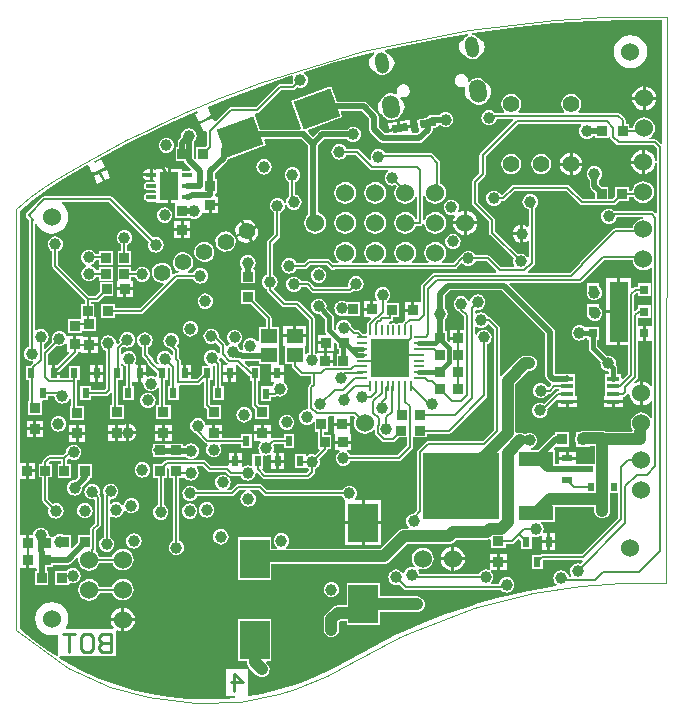
<source format=gbl>
G04 Layer_Physical_Order=4*
G04 Layer_Color=16711680*
%FSAX44Y44*%
%MOMM*%
G71*
G01*
G75*
%ADD11R,0.7500X0.8000*%
%ADD12R,1.6000X5.1000*%
%ADD15R,0.8500X0.8500*%
%ADD16R,0.8500X0.8500*%
%ADD21R,0.8500X0.9000*%
%ADD22R,0.9000X0.8500*%
%ADD29C,0.2000*%
%ADD30C,0.5000*%
%ADD31C,1.0000*%
%ADD33C,0.7000*%
%ADD34C,0.4000*%
%ADD35C,0.2540*%
%ADD36C,0.0100*%
%ADD37C,1.5240*%
G04:AMPARAMS|DCode=38|XSize=1.15mm|YSize=1.8mm|CornerRadius=0mm|HoleSize=0mm|Usage=FLASHONLY|Rotation=10.000|XOffset=0mm|YOffset=0mm|HoleType=Round|Shape=Round|*
%AMOVALD38*
21,1,0.6500,1.1500,0.0000,0.0000,100.0*
1,1,1.1500,0.0564,-0.3201*
1,1,1.1500,-0.0564,0.3201*
%
%ADD38OVALD38*%

G04:AMPARAMS|DCode=39|XSize=1.45mm|YSize=2mm|CornerRadius=0mm|HoleSize=0mm|Usage=FLASHONLY|Rotation=10.000|XOffset=0mm|YOffset=0mm|HoleType=Round|Shape=Round|*
%AMOVALD39*
21,1,0.5500,1.4500,0.0000,0.0000,100.0*
1,1,1.4500,0.0478,-0.2708*
1,1,1.4500,-0.0478,0.2708*
%
%ADD39OVALD39*%

%ADD40C,1.4000*%
%ADD41C,1.2700*%
%ADD42C,1.0000*%
%ADD44R,2.5000X3.3000*%
G04:AMPARAMS|DCode=45|XSize=0.65mm|YSize=1.35mm|CornerRadius=0mm|HoleSize=0mm|Usage=FLASHONLY|Rotation=280.000|XOffset=0mm|YOffset=0mm|HoleType=Round|Shape=Rectangle|*
%AMROTATEDRECTD45*
4,1,4,-0.7212,0.2029,0.6083,0.4373,0.7212,-0.2029,-0.6083,-0.4373,-0.7212,0.2029,0.0*
%
%ADD45ROTATEDRECTD45*%

G04:AMPARAMS|DCode=46|XSize=2.5mm|YSize=3.3mm|CornerRadius=0mm|HoleSize=0mm|Usage=FLASHONLY|Rotation=110.000|XOffset=0mm|YOffset=0mm|HoleType=Round|Shape=Rectangle|*
%AMROTATEDRECTD46*
4,1,4,1.9780,-0.6103,-1.1230,-1.7390,-1.9780,0.6103,1.1230,1.7390,1.9780,-0.6103,0.0*
%
%ADD46ROTATEDRECTD46*%

%ADD47R,0.6000X0.7000*%
%ADD48R,0.6000X0.9000*%
%ADD49R,0.9000X0.6000*%
%ADD50R,2.8500X1.2500*%
%ADD51R,6.5000X5.5500*%
%ADD52R,1.6500X2.4000*%
%ADD53O,0.9000X0.4000*%
%ADD54R,1.4000X1.2000*%
%ADD55R,3.3000X3.3000*%
%ADD56O,0.8500X0.2500*%
%ADD57O,0.2500X0.8500*%
%ADD58R,1.1000X0.4500*%
G36*
X00889195Y00589612D02*
X00890114Y00587394D01*
X00891576Y00585489D01*
X00893481Y00584027D01*
X00895699Y00583108D01*
X00898080Y00582794D01*
X00900461Y00583108D01*
X00902679Y00584027D01*
X00904381Y00585332D01*
X00905651Y00584989D01*
Y00536983D01*
X00905120Y00535933D01*
X00904381Y00535933D01*
X00900100D01*
Y00529393D01*
Y00522853D01*
X00904381D01*
X00905120Y00522853D01*
X00905651Y00521803D01*
Y00485387D01*
X00904381Y00484955D01*
X00903626Y00485939D01*
X00901504Y00487568D01*
X00899032Y00488591D01*
X00897650Y00488773D01*
Y00478693D01*
Y00468613D01*
X00899032Y00468795D01*
X00901504Y00469818D01*
X00903626Y00471447D01*
X00904381Y00472430D01*
X00905651Y00471999D01*
Y00458061D01*
X00904381Y00457808D01*
X00904346Y00457892D01*
X00902885Y00459798D01*
X00900979Y00461259D01*
X00898761Y00462178D01*
X00896380Y00462492D01*
X00893999Y00462178D01*
X00891781Y00461259D01*
X00889876Y00459798D01*
X00888414Y00457892D01*
X00887495Y00455674D01*
X00887181Y00453293D01*
X00887495Y00450912D01*
X00888414Y00448694D01*
X00889003Y00447925D01*
X00888947Y00447790D01*
X00888731Y00446149D01*
X00866716D01*
X00866558Y00446271D01*
X00864977Y00446926D01*
X00863280Y00447149D01*
X00847730D01*
X00846033Y00446926D01*
X00844452Y00446271D01*
X00843569Y00445593D01*
X00840980D01*
Y00442696D01*
X00840397Y00441290D01*
X00840174Y00439593D01*
X00840397Y00437896D01*
X00840980Y00436489D01*
Y00433593D01*
X00844230D01*
X00845033Y00433260D01*
X00846730Y00433037D01*
X00848427Y00433260D01*
X00849230Y00433593D01*
X00852480D01*
Y00434037D01*
X00856724D01*
Y00420095D01*
X00856680Y00418843D01*
X00844680D01*
Y00418421D01*
X00840720D01*
Y00422573D01*
X00833680D01*
X00826640D01*
Y00418421D01*
X00823230D01*
Y00431043D01*
X00822657D01*
X00822171Y00432216D01*
X00823548Y00433593D01*
X00834980D01*
Y00445593D01*
X00823480D01*
Y00443612D01*
X00822219Y00443361D01*
X00820896Y00442477D01*
X00809462Y00431043D01*
X00802663D01*
X00802580Y00432313D01*
X00803355Y00432415D01*
X00804936Y00433070D01*
X00806294Y00434112D01*
X00807336Y00435470D01*
X00807991Y00437051D01*
X00808214Y00438748D01*
X00807991Y00440444D01*
X00807336Y00442026D01*
X00806294Y00443383D01*
X00804936Y00444425D01*
X00803355Y00445080D01*
X00801658Y00445304D01*
X00799961Y00445080D01*
X00798380Y00444425D01*
X00797625Y00443846D01*
X00797276D01*
X00796520Y00444425D01*
X00794939Y00445080D01*
X00793242Y00445304D01*
X00791545Y00445080D01*
X00790889Y00444809D01*
X00789636Y00445664D01*
Y00486544D01*
X00800629Y00497537D01*
X00801402D01*
X00803099Y00497760D01*
X00804680Y00498415D01*
X00806038Y00499457D01*
X00807080Y00500815D01*
X00807735Y00502396D01*
X00807958Y00504093D01*
X00807735Y00505790D01*
X00807080Y00507371D01*
X00806038Y00508729D01*
X00804680Y00509771D01*
X00803099Y00510426D01*
X00801402Y00510649D01*
X00797913D01*
X00796216Y00510426D01*
X00794635Y00509771D01*
X00793277Y00508729D01*
X00778444Y00493896D01*
X00777899Y00493185D01*
X00776629Y00493616D01*
Y00533893D01*
X00776435Y00534868D01*
X00775882Y00535695D01*
X00769083Y00542495D01*
X00768256Y00543047D01*
X00767281Y00543241D01*
X00766359D01*
X00766057Y00543970D01*
X00765015Y00545328D01*
X00763657Y00546370D01*
X00762076Y00547025D01*
X00760379Y00547248D01*
X00758682Y00547025D01*
X00757101Y00546370D01*
X00756849Y00546177D01*
X00755579Y00546803D01*
Y00548338D01*
X00756849Y00549346D01*
X00757679Y00549236D01*
X00759376Y00549460D01*
X00760957Y00550115D01*
X00762315Y00551157D01*
X00763357Y00552514D01*
X00764012Y00554096D01*
X00764235Y00555792D01*
X00764012Y00557489D01*
X00763357Y00559071D01*
X00762315Y00560428D01*
X00760957Y00561470D01*
X00759376Y00562125D01*
X00757679Y00562349D01*
X00755982Y00562125D01*
X00754401Y00561470D01*
X00753043Y00560428D01*
X00752001Y00559071D01*
X00751347Y00557489D01*
X00751230Y00556608D01*
X00749927Y00556436D01*
X00749457Y00557570D01*
X00748415Y00558928D01*
X00747057Y00559970D01*
X00745476Y00560625D01*
X00743779Y00560849D01*
X00742082Y00560625D01*
X00740501Y00559970D01*
X00739143Y00558928D01*
X00738102Y00557570D01*
X00737447Y00555989D01*
X00737223Y00554292D01*
X00737447Y00552596D01*
X00738102Y00551014D01*
X00739143Y00549657D01*
X00740501Y00548615D01*
X00741787Y00548082D01*
X00741977Y00547798D01*
X00745981Y00543794D01*
Y00532183D01*
X00742400D01*
Y00525393D01*
X00741130D01*
Y00524123D01*
X00734340D01*
Y00522839D01*
X00733167Y00522353D01*
X00731380Y00524140D01*
Y00531143D01*
X00729709D01*
Y00540735D01*
X00730266Y00541162D01*
X00731308Y00542520D01*
X00731963Y00544101D01*
X00732186Y00545798D01*
X00731963Y00547495D01*
X00731308Y00549076D01*
X00730266Y00550434D01*
X00729709Y00550862D01*
Y00561006D01*
X00734412Y00565710D01*
X00778166D01*
X00815112Y00528764D01*
Y00493559D01*
X00815112Y00493559D01*
X00815422Y00491998D01*
X00816306Y00490675D01*
X00818722Y00488259D01*
X00818722Y00488259D01*
X00819815Y00487529D01*
X00819924Y00487352D01*
X00820078Y00486645D01*
X00820103Y00486069D01*
X00818059Y00484025D01*
X00816705Y00484175D01*
X00816555Y00484267D01*
X00815576Y00485542D01*
X00814219Y00486584D01*
X00812637Y00487239D01*
X00810941Y00487462D01*
X00809244Y00487239D01*
X00807663Y00486584D01*
X00806305Y00485542D01*
X00805263Y00484184D01*
X00804608Y00482603D01*
X00804385Y00480906D01*
X00804608Y00479210D01*
X00805263Y00477628D01*
X00806305Y00476270D01*
X00807663Y00475229D01*
X00809244Y00474574D01*
X00810941Y00474350D01*
X00812637Y00474574D01*
X00814219Y00475229D01*
X00815576Y00476270D01*
X00816618Y00477628D01*
X00816920Y00478357D01*
X00818545D01*
X00819520Y00478551D01*
X00820347Y00479104D01*
X00823337Y00482094D01*
X00826380D01*
Y00480692D01*
X00825709D01*
X00824734Y00480498D01*
X00823907Y00479945D01*
X00813744Y00469782D01*
X00813658Y00469848D01*
X00812077Y00470503D01*
X00810380Y00470727D01*
X00808683Y00470503D01*
X00807102Y00469848D01*
X00805744Y00468806D01*
X00804702Y00467449D01*
X00804047Y00465868D01*
X00803824Y00464171D01*
X00804047Y00462474D01*
X00804702Y00460893D01*
X00805744Y00459535D01*
X00807102Y00458493D01*
X00808683Y00457838D01*
X00810380Y00457615D01*
X00812077Y00457838D01*
X00813658Y00458493D01*
X00815016Y00459535D01*
X00816058Y00460893D01*
X00816713Y00462474D01*
X00816936Y00464171D01*
X00816751Y00465579D01*
X00824167Y00472995D01*
X00824366Y00472913D01*
X00833380D01*
X00841420D01*
Y00476433D01*
X00840380D01*
Y00487393D01*
Y00494893D01*
X00835342D01*
X00835091Y00495061D01*
X00833530Y00495371D01*
X00832776Y00495221D01*
X00823296D01*
X00823269Y00495248D01*
Y00530453D01*
X00823269Y00530453D01*
X00822958Y00532014D01*
X00822074Y00533337D01*
X00822074Y00533337D01*
X00784345Y00571066D01*
X00784831Y00572239D01*
X00838524D01*
X00839053Y00572344D01*
X00844129D01*
X00845105Y00572538D01*
X00845932Y00573091D01*
X00864485Y00591644D01*
X00888927D01*
X00889195Y00589612D01*
D02*
G37*
G36*
X00845181Y00705792D02*
X00845325Y00705174D01*
X00844402Y00703971D01*
X00843747Y00702390D01*
X00843524Y00700693D01*
X00843747Y00698996D01*
X00844402Y00697415D01*
X00845444Y00696057D01*
X00846802Y00695015D01*
X00848383Y00694360D01*
X00850080Y00694137D01*
X00851777Y00694360D01*
X00853358Y00695015D01*
X00854716Y00696057D01*
X00855144Y00696615D01*
X00857180D01*
Y00694693D01*
X00868680D01*
Y00695767D01*
X00869931Y00695813D01*
X00870125Y00694837D01*
X00870678Y00694011D01*
X00875378Y00689311D01*
X00876205Y00688758D01*
X00877180Y00688564D01*
X00906524D01*
X00909151Y00685937D01*
Y00675691D01*
X00907881Y00675607D01*
X00907679Y00677145D01*
X00906655Y00679617D01*
X00905026Y00681739D01*
X00902904Y00683368D01*
X00900432Y00684391D01*
X00899050Y00684574D01*
Y00674493D01*
Y00664413D01*
X00900432Y00664594D01*
X00902904Y00665618D01*
X00905026Y00667247D01*
X00906655Y00669369D01*
X00907679Y00671841D01*
X00907881Y00673379D01*
X00909151Y00673296D01*
Y00631662D01*
X00909072Y00631629D01*
X00907835Y00631368D01*
X00907282Y00632195D01*
X00906455Y00632748D01*
X00905480Y00632942D01*
X00873559D01*
X00873416Y00633129D01*
X00872058Y00634171D01*
X00870477Y00634826D01*
X00868780Y00635049D01*
X00867083Y00634826D01*
X00865502Y00634171D01*
X00864144Y00633129D01*
X00863102Y00631771D01*
X00862447Y00630190D01*
X00862224Y00628493D01*
X00862447Y00626796D01*
X00863102Y00625215D01*
X00864144Y00623857D01*
X00865502Y00622815D01*
X00867083Y00622160D01*
X00868780Y00621937D01*
X00870477Y00622160D01*
X00872058Y00622815D01*
X00873416Y00623857D01*
X00874458Y00625215D01*
X00875113Y00626796D01*
X00875251Y00627844D01*
X00897862D01*
X00897946Y00626574D01*
X00895699Y00626278D01*
X00893481Y00625359D01*
X00891576Y00623898D01*
X00890114Y00621992D01*
X00889195Y00619774D01*
X00888993Y00618242D01*
X00873780D01*
X00872805Y00618048D01*
X00871978Y00617495D01*
X00844577Y00590095D01*
X00844025Y00589268D01*
X00843919Y00588737D01*
X00836019Y00580837D01*
X00800542D01*
X00800015Y00582107D01*
X00805382Y00587474D01*
X00805935Y00588301D01*
X00806129Y00589276D01*
Y00635730D01*
X00806816Y00636257D01*
X00807858Y00637615D01*
X00808513Y00639196D01*
X00808736Y00640893D01*
X00808513Y00642590D01*
X00807858Y00644171D01*
X00806816Y00645529D01*
X00805458Y00646571D01*
X00803877Y00647226D01*
X00802180Y00647449D01*
X00800483Y00647226D01*
X00798902Y00646571D01*
X00797544Y00645529D01*
X00796502Y00644171D01*
X00795847Y00642590D01*
X00795624Y00640893D01*
X00795847Y00639196D01*
X00796502Y00637615D01*
X00797544Y00636257D01*
X00798902Y00635215D01*
X00800483Y00634560D01*
X00801031Y00634488D01*
Y00620134D01*
X00799761Y00619508D01*
X00798756Y00620279D01*
X00796922Y00621039D01*
X00796223Y00621131D01*
Y00613693D01*
Y00606255D01*
X00796922Y00606347D01*
X00798756Y00607107D01*
X00799761Y00607878D01*
X00801031Y00607252D01*
Y00593923D01*
X00799763Y00593666D01*
X00798721Y00595024D01*
X00797363Y00596066D01*
X00795782Y00596721D01*
X00794085Y00596944D01*
X00792388Y00596721D01*
X00791659Y00596419D01*
X00772229Y00615849D01*
Y00625663D01*
X00772035Y00626638D01*
X00771482Y00627465D01*
X00757971Y00640977D01*
Y00656579D01*
X00763582Y00662191D01*
X00764135Y00663018D01*
X00764329Y00663993D01*
Y00679137D01*
X00791636Y00706444D01*
X00844811D01*
X00845181Y00705792D01*
D02*
G37*
G36*
X00914021Y00794544D02*
Y00690073D01*
X00912751Y00689547D01*
X00909382Y00692915D01*
X00908556Y00693468D01*
X00907580Y00693662D01*
X00902962D01*
X00902709Y00694932D01*
X00903179Y00695127D01*
X00905085Y00696589D01*
X00906546Y00698494D01*
X00907465Y00700712D01*
X00907779Y00703093D01*
X00907465Y00705474D01*
X00906546Y00707692D01*
X00905085Y00709597D01*
X00903179Y00711059D01*
X00900961Y00711978D01*
X00898580Y00712292D01*
X00896199Y00711978D01*
X00893981Y00711059D01*
X00892076Y00709597D01*
X00890614Y00707692D01*
X00889695Y00705474D01*
X00889401Y00703242D01*
X00886180D01*
Y00706693D01*
X00882979D01*
Y00709893D01*
X00882785Y00710868D01*
X00882232Y00711695D01*
X00878482Y00715445D01*
X00877655Y00715998D01*
X00876680Y00716192D01*
X00843362D01*
X00842954Y00717394D01*
X00843042Y00717462D01*
X00844405Y00719238D01*
X00845261Y00721306D01*
X00845553Y00723525D01*
X00845261Y00725743D01*
X00844405Y00727811D01*
X00843042Y00729587D01*
X00841267Y00730949D01*
X00839199Y00731806D01*
X00836980Y00732098D01*
X00834761Y00731806D01*
X00832693Y00730949D01*
X00830918Y00729587D01*
X00829555Y00727811D01*
X00828699Y00725743D01*
X00828407Y00723525D01*
X00828699Y00721306D01*
X00829555Y00719238D01*
X00830918Y00717462D01*
X00831006Y00717394D01*
X00830598Y00716192D01*
X00792562D01*
X00792154Y00717394D01*
X00792242Y00717462D01*
X00793605Y00719238D01*
X00794461Y00721306D01*
X00794753Y00723525D01*
X00794461Y00725743D01*
X00793605Y00727811D01*
X00792242Y00729587D01*
X00790467Y00730949D01*
X00788399Y00731806D01*
X00786180Y00732098D01*
X00783961Y00731806D01*
X00781893Y00730949D01*
X00780118Y00729587D01*
X00778755Y00727811D01*
X00777899Y00725743D01*
X00777607Y00723525D01*
X00777899Y00721306D01*
X00778755Y00719238D01*
X00780118Y00717462D01*
X00780206Y00717394D01*
X00779798Y00716192D01*
X00772328D01*
X00771916Y00716729D01*
X00770558Y00717771D01*
X00768977Y00718426D01*
X00767280Y00718649D01*
X00765583Y00718426D01*
X00764002Y00717771D01*
X00762644Y00716729D01*
X00761602Y00715371D01*
X00760947Y00713790D01*
X00760724Y00712093D01*
X00760947Y00710396D01*
X00761602Y00708815D01*
X00762644Y00707457D01*
X00764002Y00706415D01*
X00765583Y00705760D01*
X00767280Y00705537D01*
X00768977Y00705760D01*
X00770558Y00706415D01*
X00771916Y00707457D01*
X00772958Y00708815D01*
X00773613Y00710396D01*
X00773705Y00711094D01*
X00787280D01*
X00787806Y00709824D01*
X00759978Y00681995D01*
X00759425Y00681169D01*
X00759231Y00680193D01*
Y00665049D01*
X00753620Y00659437D01*
X00753067Y00658610D01*
X00752873Y00657635D01*
Y00639921D01*
X00753067Y00638946D01*
X00753620Y00638119D01*
X00767131Y00624607D01*
Y00614793D01*
X00767325Y00613817D01*
X00767878Y00612991D01*
X00788054Y00592814D01*
X00787752Y00592085D01*
X00787529Y00590388D01*
X00787752Y00588691D01*
X00788407Y00587110D01*
X00788717Y00586707D01*
X00788090Y00585437D01*
X00777336D01*
X00768021Y00594751D01*
X00767194Y00595304D01*
X00766219Y00595498D01*
X00755860D01*
X00755558Y00596227D01*
X00754516Y00597585D01*
X00753158Y00598627D01*
X00751577Y00599282D01*
X00749880Y00599505D01*
X00748183Y00599282D01*
X00746602Y00598627D01*
X00745244Y00597585D01*
X00744202Y00596227D01*
X00743841Y00595355D01*
X00743582Y00595304D01*
X00742755Y00594751D01*
X00737046Y00589042D01*
X00727734D01*
X00727303Y00590312D01*
X00728185Y00590989D01*
X00729646Y00592894D01*
X00730565Y00595112D01*
X00730879Y00597493D01*
X00730565Y00599874D01*
X00729646Y00602092D01*
X00728185Y00603997D01*
X00726279Y00605459D01*
X00724061Y00606378D01*
X00721680Y00606692D01*
X00719299Y00606378D01*
X00717081Y00605459D01*
X00715176Y00603997D01*
X00713714Y00602092D01*
X00712795Y00599874D01*
X00712481Y00597493D01*
X00712795Y00595112D01*
X00713714Y00592894D01*
X00715176Y00590989D01*
X00716057Y00590312D01*
X00715626Y00589042D01*
X00702334D01*
X00701903Y00590312D01*
X00702785Y00590989D01*
X00704246Y00592894D01*
X00705165Y00595112D01*
X00705479Y00597493D01*
X00705165Y00599874D01*
X00704246Y00602092D01*
X00702785Y00603997D01*
X00700879Y00605459D01*
X00698661Y00606378D01*
X00696280Y00606692D01*
X00693899Y00606378D01*
X00691681Y00605459D01*
X00689776Y00603997D01*
X00688314Y00602092D01*
X00687395Y00599874D01*
X00687081Y00597493D01*
X00687395Y00595112D01*
X00688314Y00592894D01*
X00689776Y00590989D01*
X00690657Y00590312D01*
X00690226Y00589042D01*
X00676934D01*
X00676503Y00590312D01*
X00677384Y00590989D01*
X00678846Y00592894D01*
X00679765Y00595112D01*
X00680079Y00597493D01*
X00679765Y00599874D01*
X00678846Y00602092D01*
X00677384Y00603997D01*
X00675479Y00605459D01*
X00673261Y00606378D01*
X00670880Y00606692D01*
X00668499Y00606378D01*
X00666281Y00605459D01*
X00664376Y00603997D01*
X00662914Y00602092D01*
X00661995Y00599874D01*
X00661681Y00597493D01*
X00661995Y00595112D01*
X00662914Y00592894D01*
X00664376Y00590989D01*
X00665257Y00590312D01*
X00664826Y00589042D01*
X00651534D01*
X00651103Y00590312D01*
X00651984Y00590989D01*
X00653446Y00592894D01*
X00654365Y00595112D01*
X00654679Y00597493D01*
X00654365Y00599874D01*
X00653446Y00602092D01*
X00651984Y00603997D01*
X00650079Y00605459D01*
X00647861Y00606378D01*
X00645480Y00606692D01*
X00643099Y00606378D01*
X00640881Y00605459D01*
X00638976Y00603997D01*
X00637514Y00602092D01*
X00636595Y00599874D01*
X00636281Y00597493D01*
X00636595Y00595112D01*
X00637514Y00592894D01*
X00638976Y00590989D01*
X00639857Y00590312D01*
X00639426Y00589042D01*
X00635516D01*
X00632788Y00591770D01*
X00631961Y00592323D01*
X00630985Y00592517D01*
X00614911D01*
X00613936Y00592323D01*
X00613109Y00591770D01*
X00610381Y00589042D01*
X00603985D01*
X00603683Y00589771D01*
X00602641Y00591129D01*
X00601283Y00592171D01*
X00599702Y00592826D01*
X00598005Y00593049D01*
X00596308Y00592826D01*
X00594727Y00592171D01*
X00593369Y00591129D01*
X00592327Y00589771D01*
X00591673Y00588190D01*
X00591449Y00586493D01*
X00591673Y00584796D01*
X00592327Y00583215D01*
X00593369Y00581857D01*
X00594727Y00580815D01*
X00596308Y00580160D01*
X00598005Y00579937D01*
X00599702Y00580160D01*
X00601283Y00580815D01*
X00602641Y00581857D01*
X00603683Y00583215D01*
X00603985Y00583944D01*
X00611437D01*
X00612412Y00584138D01*
X00613239Y00584691D01*
X00615967Y00587419D01*
X00629930D01*
X00633662Y00583686D01*
X00634489Y00583134D01*
X00635464Y00582940D01*
X00636440Y00583134D01*
X00637267Y00583686D01*
X00637439Y00583944D01*
X00738102D01*
X00739077Y00584138D01*
X00739904Y00584691D01*
X00743817Y00588604D01*
X00745085Y00588521D01*
X00745244Y00588313D01*
X00746602Y00587271D01*
X00748183Y00586616D01*
X00749880Y00586393D01*
X00751577Y00586616D01*
X00753158Y00587271D01*
X00754516Y00588313D01*
X00755558Y00589671D01*
X00755860Y00590400D01*
X00765163D01*
X00773456Y00582107D01*
X00772930Y00580837D01*
X00721069D01*
X00720093Y00580643D01*
X00719266Y00580090D01*
X00710378Y00571202D01*
X00709825Y00570375D01*
X00709631Y00569399D01*
Y00557398D01*
X00709620Y00556133D01*
X00704100D01*
Y00549093D01*
X00702830D01*
Y00547823D01*
X00696040D01*
Y00542053D01*
X00696076D01*
X00696562Y00540880D01*
X00694578Y00538895D01*
X00694268Y00538432D01*
X00693857Y00538066D01*
X00692727Y00538051D01*
X00692453Y00538233D01*
X00691380Y00538447D01*
X00690307Y00538233D01*
X00689397Y00537626D01*
X00688363D01*
X00687453Y00538233D01*
X00686380Y00538447D01*
X00685307Y00538233D01*
X00684397Y00537626D01*
X00683416D01*
X00682851Y00538204D01*
X00683329Y00539474D01*
X00683580D01*
X00684556Y00539668D01*
X00685382Y00540221D01*
X00685935Y00541048D01*
X00686129Y00542023D01*
Y00543093D01*
X00691080D01*
Y00555093D01*
X00680793D01*
X00680540Y00556363D01*
X00680558Y00556370D01*
X00681916Y00557412D01*
X00682958Y00558770D01*
X00683613Y00560351D01*
X00683836Y00562048D01*
X00683613Y00563745D01*
X00682958Y00565326D01*
X00681916Y00566684D01*
X00680558Y00567726D01*
X00678977Y00568381D01*
X00677280Y00568604D01*
X00675583Y00568381D01*
X00674002Y00567726D01*
X00672644Y00566684D01*
X00671602Y00565326D01*
X00670947Y00563745D01*
X00670724Y00562048D01*
X00670947Y00560351D01*
X00671602Y00558770D01*
X00672229Y00557953D01*
X00671603Y00556683D01*
X00669200D01*
Y00549893D01*
X00667930D01*
Y00548623D01*
X00661140D01*
Y00543103D01*
X00666818D01*
X00667304Y00541930D01*
X00664578Y00539204D01*
X00664025Y00538377D01*
X00663831Y00537401D01*
Y00536778D01*
X00663790Y00536716D01*
X00663576Y00535643D01*
Y00530403D01*
X00663251Y00529523D01*
X00662370Y00529197D01*
X00660931D01*
X00658433Y00531695D01*
X00657606Y00532247D01*
X00656630Y00532441D01*
X00654029D01*
X00650733Y00535737D01*
X00650713Y00535890D01*
X00650058Y00537471D01*
X00649016Y00538829D01*
X00647658Y00539871D01*
X00646077Y00540526D01*
X00644380Y00540749D01*
X00642683Y00540526D01*
X00641102Y00539871D01*
X00639744Y00538829D01*
X00638702Y00537471D01*
X00638047Y00535890D01*
X00637824Y00534193D01*
X00637992Y00532919D01*
X00636794Y00532321D01*
X00635644Y00533471D01*
Y00543423D01*
X00635372Y00544789D01*
X00634598Y00545947D01*
X00629524Y00551021D01*
X00629700Y00552354D01*
X00629477Y00554051D01*
X00628822Y00555632D01*
X00627780Y00556990D01*
X00626422Y00558032D01*
X00624841Y00558687D01*
X00623144Y00558910D01*
X00621447Y00558687D01*
X00619866Y00558032D01*
X00618508Y00556990D01*
X00617466Y00555632D01*
X00616811Y00554051D01*
X00616588Y00552354D01*
X00616811Y00550658D01*
X00617466Y00549076D01*
X00618508Y00547719D01*
X00619866Y00546677D01*
X00621447Y00546022D01*
X00623144Y00545798D01*
X00624478Y00545974D01*
X00628506Y00541945D01*
Y00531993D01*
X00628778Y00530627D01*
X00629392Y00529708D01*
X00628983Y00528438D01*
X00622180D01*
Y00522918D01*
X00628970D01*
Y00521648D01*
X00630240D01*
Y00514858D01*
X00635760D01*
Y00521602D01*
X00636933Y00522088D01*
X00638720Y00520301D01*
Y00515898D01*
X00640361D01*
Y00511643D01*
X00638180D01*
Y00501692D01*
X00635220D01*
Y00504623D01*
X00628430D01*
Y00505893D01*
X00627160D01*
Y00512683D01*
X00621640D01*
Y00512683D01*
X00620849Y00512293D01*
X00620358Y00512670D01*
X00619628Y00512972D01*
Y00541946D01*
X00619434Y00542921D01*
X00618882Y00543748D01*
X00606935Y00555695D01*
X00606108Y00556248D01*
X00605132Y00556442D01*
X00595107D01*
X00585351Y00566198D01*
X00585597Y00567747D01*
X00586416Y00568376D01*
X00587458Y00569734D01*
X00588113Y00571315D01*
X00588336Y00573012D01*
X00588113Y00574709D01*
X00587458Y00576290D01*
X00586416Y00577647D01*
X00585058Y00578689D01*
X00584329Y00578991D01*
Y00605442D01*
X00589982Y00611095D01*
X00590535Y00611922D01*
X00590728Y00612897D01*
Y00631613D01*
X00591458Y00631915D01*
X00592815Y00632956D01*
X00593857Y00634314D01*
X00594512Y00635895D01*
X00594736Y00637592D01*
X00594700Y00637865D01*
X00595937Y00638197D01*
X00596302Y00637315D01*
X00597344Y00635957D01*
X00598702Y00634915D01*
X00600283Y00634260D01*
X00601980Y00634037D01*
X00603677Y00634260D01*
X00605258Y00634915D01*
X00606616Y00635957D01*
X00607658Y00637315D01*
X00608313Y00638896D01*
X00608536Y00640593D01*
X00608313Y00642290D01*
X00607658Y00643871D01*
X00606616Y00645229D01*
X00605258Y00646271D01*
X00603677Y00646926D01*
X00603429Y00646958D01*
Y00657613D01*
X00604158Y00657915D01*
X00605516Y00658957D01*
X00606558Y00660315D01*
X00607213Y00661896D01*
X00607436Y00663593D01*
X00607213Y00665290D01*
X00606558Y00666871D01*
X00605516Y00668229D01*
X00604158Y00669271D01*
X00602577Y00669926D01*
X00600880Y00670149D01*
X00599183Y00669926D01*
X00597602Y00669271D01*
X00596244Y00668229D01*
X00595202Y00666871D01*
X00594547Y00665290D01*
X00594324Y00663593D01*
X00594547Y00661896D01*
X00595202Y00660315D01*
X00596244Y00658957D01*
X00597602Y00657915D01*
X00598331Y00657613D01*
Y00645986D01*
X00597344Y00645229D01*
X00596302Y00643871D01*
X00595647Y00642290D01*
X00595424Y00640593D01*
X00595460Y00640320D01*
X00594223Y00639988D01*
X00593857Y00640870D01*
X00592815Y00642228D01*
X00591458Y00643270D01*
X00589876Y00643925D01*
X00588180Y00644148D01*
X00586483Y00643925D01*
X00584902Y00643270D01*
X00583544Y00642228D01*
X00582502Y00640870D01*
X00581847Y00639289D01*
X00581623Y00637592D01*
X00581847Y00635895D01*
X00582502Y00634314D01*
X00583544Y00632956D01*
X00584902Y00631915D01*
X00585631Y00631613D01*
Y00613953D01*
X00579978Y00608300D01*
X00579425Y00607473D01*
X00579231Y00606497D01*
Y00578991D01*
X00578502Y00578689D01*
X00577144Y00577647D01*
X00576102Y00576290D01*
X00575447Y00574709D01*
X00575224Y00573012D01*
X00575447Y00571315D01*
X00576102Y00569734D01*
X00577144Y00568376D01*
X00578502Y00567334D01*
X00579231Y00567032D01*
Y00566164D01*
X00579425Y00565188D01*
X00579978Y00564361D01*
X00592248Y00552091D01*
X00593075Y00551538D01*
X00594051Y00551344D01*
X00604077D01*
X00614530Y00540890D01*
Y00512972D01*
X00613801Y00512670D01*
X00612444Y00511628D01*
X00611180Y00512068D01*
Y00518753D01*
X00612220D01*
Y00526023D01*
X00602680D01*
Y00527293D01*
D01*
Y00526023D01*
X00593140D01*
Y00518753D01*
X00594180D01*
Y00503793D01*
X00600131D01*
Y00502015D01*
X00600325Y00501040D01*
X00600878Y00500213D01*
X00607200Y00493891D01*
X00608027Y00493338D01*
X00609002Y00493144D01*
X00616631D01*
Y00486955D01*
X00615177Y00485502D01*
X00614625Y00484674D01*
X00614431Y00483699D01*
Y00466186D01*
X00614437Y00466151D01*
X00613369Y00465011D01*
X00613080Y00465049D01*
X00611383Y00464826D01*
X00609802Y00464171D01*
X00608444Y00463129D01*
X00607402Y00461771D01*
X00606747Y00460190D01*
X00606524Y00458493D01*
X00606747Y00456796D01*
X00607402Y00455215D01*
X00608444Y00453857D01*
X00609802Y00452815D01*
X00611383Y00452160D01*
X00613080Y00451937D01*
X00614777Y00452160D01*
X00616358Y00452815D01*
X00617716Y00453857D01*
X00618400Y00454749D01*
X00619670Y00454318D01*
Y00446293D01*
X00622871D01*
Y00443149D01*
X00622357D01*
Y00431649D01*
X00623372D01*
X00623858Y00430476D01*
X00620106Y00426724D01*
X00619377Y00427026D01*
X00617680Y00427249D01*
X00615983Y00427026D01*
X00614402Y00426371D01*
X00613350Y00425564D01*
X00612080Y00426006D01*
Y00427193D01*
X00603080D01*
Y00415193D01*
X00612080D01*
Y00415381D01*
X00613350Y00415822D01*
X00614402Y00415015D01*
X00615131Y00414713D01*
Y00413327D01*
X00613346Y00411542D01*
X00578136D01*
X00575401Y00414277D01*
X00575780Y00415193D01*
X00575780D01*
Y00425396D01*
X00576534Y00425900D01*
X00577050Y00426060D01*
X00578580Y00425859D01*
X00580277Y00426082D01*
X00581858Y00426737D01*
X00581901Y00426770D01*
X00583040Y00426208D01*
Y00422463D01*
X00587310D01*
Y00428233D01*
X00585013D01*
X00584409Y00429503D01*
X00584913Y00430718D01*
X00585136Y00432415D01*
X00584913Y00434112D01*
X00584678Y00434679D01*
X00585467Y00435644D01*
X00593580D01*
Y00432193D01*
X00602580D01*
Y00444193D01*
X00593580D01*
Y00440742D01*
X00584358D01*
X00583590Y00440589D01*
X00582853Y00440955D01*
X00582320Y00441365D01*
Y00443973D01*
X00568240D01*
Y00438453D01*
X00573685D01*
X00574117Y00437183D01*
X00573944Y00437051D01*
X00572902Y00435693D01*
X00572247Y00434112D01*
X00572024Y00432415D01*
X00572247Y00430718D01*
X00572902Y00429137D01*
X00573419Y00428463D01*
X00572793Y00427193D01*
X00566780D01*
Y00418065D01*
X00565510Y00417216D01*
X00564763Y00417526D01*
X00563066Y00417749D01*
X00561369Y00417526D01*
X00559788Y00416871D01*
X00559090Y00416335D01*
X00557820Y00416962D01*
Y00419923D01*
X00546740D01*
Y00417918D01*
X00545585Y00416853D01*
X00532322D01*
X00528079Y00421095D01*
X00527252Y00421648D01*
X00526277Y00421842D01*
X00508700D01*
X00508691Y00421848D01*
X00507715Y00422042D01*
X00494380D01*
X00493405Y00421848D01*
X00492578Y00421295D01*
X00489775Y00418493D01*
X00482580D01*
Y00406993D01*
X00486731D01*
Y00384073D01*
X00486002Y00383771D01*
X00484644Y00382729D01*
X00483602Y00381371D01*
X00482947Y00379790D01*
X00482724Y00378093D01*
X00482947Y00376396D01*
X00483602Y00374815D01*
X00484644Y00373457D01*
X00486002Y00372415D01*
X00487583Y00371760D01*
X00489280Y00371537D01*
X00490977Y00371760D01*
X00492558Y00372415D01*
X00493916Y00373457D01*
X00494958Y00374815D01*
X00495613Y00376396D01*
X00495836Y00378093D01*
X00495613Y00379790D01*
X00494958Y00381371D01*
X00493916Y00382729D01*
X00492558Y00383771D01*
X00491829Y00384073D01*
Y00406993D01*
X00494580D01*
Y00415180D01*
X00494910Y00415401D01*
X00496180Y00414722D01*
Y00406993D01*
X00499631D01*
Y00353866D01*
X00499402Y00353771D01*
X00498044Y00352729D01*
X00497002Y00351371D01*
X00496347Y00349790D01*
X00496124Y00348093D01*
X00496347Y00346396D01*
X00497002Y00344815D01*
X00498044Y00343457D01*
X00499402Y00342415D01*
X00500983Y00341760D01*
X00502680Y00341537D01*
X00504377Y00341760D01*
X00505958Y00342415D01*
X00507316Y00343457D01*
X00508358Y00344815D01*
X00509013Y00346396D01*
X00509236Y00348093D01*
X00509013Y00349790D01*
X00508358Y00351371D01*
X00507316Y00352729D01*
X00505958Y00353771D01*
X00504729Y00354280D01*
Y00406993D01*
X00508180D01*
Y00407223D01*
X00509450Y00407601D01*
X00510251Y00406557D01*
X00511609Y00405515D01*
X00513190Y00404860D01*
X00514887Y00404637D01*
X00516584Y00404860D01*
X00518165Y00405515D01*
X00519523Y00406557D01*
X00520565Y00407915D01*
X00521220Y00409496D01*
X00521443Y00411193D01*
X00521220Y00412890D01*
X00520565Y00414471D01*
X00519795Y00415474D01*
X00520284Y00416744D01*
X00525221D01*
X00529464Y00412502D01*
X00530290Y00411949D01*
X00531266Y00411755D01*
X00544529D01*
X00546893Y00409391D01*
X00547720Y00408838D01*
X00548696Y00408644D01*
X00557086D01*
X00557388Y00407915D01*
X00558430Y00406557D01*
X00559788Y00405515D01*
X00561369Y00404860D01*
X00563066Y00404637D01*
X00564763Y00404860D01*
X00566344Y00405515D01*
X00567702Y00406557D01*
X00568744Y00407915D01*
X00569398Y00409496D01*
X00569605Y00411067D01*
X00569973Y00411316D01*
X00570846Y00411622D01*
X00575278Y00407190D01*
X00576105Y00406638D01*
X00577080Y00406444D01*
X00614402D01*
X00615377Y00406638D01*
X00616204Y00407190D01*
X00619482Y00410468D01*
X00620035Y00411295D01*
X00620229Y00412271D01*
Y00414713D01*
X00620958Y00415015D01*
X00622316Y00416057D01*
X00623358Y00417415D01*
X00624013Y00418996D01*
X00624236Y00420693D01*
X00624013Y00422390D01*
X00623711Y00423119D01*
X00629909Y00429318D01*
X00630462Y00430144D01*
X00630656Y00431120D01*
Y00431649D01*
X00633857D01*
Y00443149D01*
X00627969D01*
Y00446293D01*
X00631170D01*
Y00457974D01*
X00631170Y00458293D01*
X00631941Y00459244D01*
X00636130D01*
Y00453563D01*
X00642920D01*
X00649710D01*
Y00459244D01*
X00652925D01*
X00654144Y00458024D01*
X00653295Y00455974D01*
X00652981Y00453593D01*
X00653295Y00451212D01*
X00654214Y00448994D01*
X00655676Y00447089D01*
X00657581Y00445627D01*
X00659799Y00444708D01*
X00662180Y00444394D01*
X00664561Y00444708D01*
X00666779Y00445627D01*
X00668684Y00447089D01*
X00669161Y00447710D01*
X00670431Y00447279D01*
Y00445086D01*
X00670625Y00444111D01*
X00671178Y00443284D01*
X00675571Y00438891D01*
X00675952Y00438636D01*
X00676137Y00438451D01*
X00676378Y00438091D01*
X00677205Y00437538D01*
X00678180Y00437344D01*
X00686023D01*
X00686998Y00437538D01*
X00687825Y00438091D01*
X00690984Y00441250D01*
X00697831D01*
Y00434249D01*
X00689725Y00426142D01*
X00649960D01*
X00649658Y00426871D01*
X00648616Y00428229D01*
X00647258Y00429271D01*
X00647093Y00429339D01*
X00647346Y00430609D01*
X00650397D01*
Y00436129D01*
X00643607D01*
X00636817D01*
Y00430609D01*
X00640614D01*
X00640867Y00429339D01*
X00640702Y00429271D01*
X00639344Y00428229D01*
X00638302Y00426871D01*
X00637647Y00425290D01*
X00637424Y00423593D01*
X00637647Y00421896D01*
X00638302Y00420315D01*
X00639344Y00418957D01*
X00640702Y00417915D01*
X00642283Y00417260D01*
X00643980Y00417037D01*
X00645677Y00417260D01*
X00647258Y00417915D01*
X00648616Y00418957D01*
X00649658Y00420315D01*
X00649960Y00421044D01*
X00690780D01*
X00691756Y00421238D01*
X00692583Y00421791D01*
X00702182Y00431390D01*
X00702735Y00432217D01*
X00702929Y00433193D01*
Y00441250D01*
X00714380D01*
Y00444451D01*
X00733031D01*
X00734006Y00444645D01*
X00734833Y00445198D01*
X00764682Y00475047D01*
X00765235Y00475874D01*
X00765429Y00476850D01*
Y00520013D01*
X00766158Y00520315D01*
X00767516Y00521357D01*
X00768558Y00522715D01*
X00769213Y00524296D01*
X00769436Y00525993D01*
X00769213Y00527690D01*
X00768558Y00529271D01*
X00767516Y00530629D01*
X00766158Y00531671D01*
X00764577Y00532326D01*
X00762880Y00532549D01*
X00761183Y00532326D01*
X00759602Y00531671D01*
X00758244Y00530629D01*
X00757202Y00529271D01*
X00756849Y00528418D01*
X00755579Y00528671D01*
Y00534582D01*
X00756849Y00535208D01*
X00757101Y00535015D01*
X00758682Y00534360D01*
X00760379Y00534136D01*
X00762076Y00534360D01*
X00763657Y00535015D01*
X00765015Y00536057D01*
X00765667Y00536906D01*
X00767205Y00537164D01*
X00771531Y00532837D01*
Y00447511D01*
X00762362Y00438342D01*
X00715594D01*
X00714619Y00438148D01*
X00713792Y00437595D01*
X00707178Y00430981D01*
X00706625Y00430154D01*
X00706431Y00429179D01*
Y00379849D01*
X00703393Y00376811D01*
X00701982Y00376626D01*
X00700401Y00375970D01*
X00699044Y00374929D01*
X00698002Y00373571D01*
X00697347Y00371990D01*
X00697123Y00370293D01*
X00697347Y00368596D01*
X00698002Y00367015D01*
X00699044Y00365657D01*
X00699541Y00365275D01*
X00699110Y00364005D01*
X00695236D01*
X00693539Y00363782D01*
X00691958Y00363127D01*
X00690600Y00362085D01*
X00675664Y00347149D01*
X00595585D01*
X00595154Y00348419D01*
X00596115Y00349157D01*
X00597157Y00350515D01*
X00597812Y00352096D01*
X00598036Y00353793D01*
X00597812Y00355490D01*
X00597157Y00357071D01*
X00596115Y00358429D01*
X00594758Y00359471D01*
X00593176Y00360126D01*
X00591480Y00360349D01*
X00589783Y00360126D01*
X00588201Y00359471D01*
X00586844Y00358429D01*
X00585802Y00357071D01*
X00585147Y00355490D01*
X00584924Y00353793D01*
X00585147Y00352096D01*
X00585802Y00350515D01*
X00586844Y00349157D01*
X00587805Y00348419D01*
X00587374Y00347149D01*
X00583080D01*
Y00356793D01*
X00555080D01*
Y00320793D01*
X00583080D01*
Y00334037D01*
X00678380D01*
X00680077Y00334260D01*
X00681658Y00334915D01*
X00683016Y00335957D01*
X00697952Y00350893D01*
X00733343D01*
X00735039Y00351116D01*
X00736620Y00351771D01*
X00737978Y00352813D01*
X00739902Y00354737D01*
X00765288D01*
X00766984Y00354960D01*
X00768010Y00355385D01*
X00769280Y00354670D01*
Y00347593D01*
X00781280D01*
Y00350794D01*
X00786788D01*
X00787763Y00350988D01*
X00788590Y00351541D01*
X00792659Y00355609D01*
X00794280Y00353988D01*
Y00347093D01*
X00803280D01*
Y00356678D01*
X00804550Y00357505D01*
X00805383Y00357160D01*
X00807080Y00356937D01*
X00808777Y00357160D01*
X00810358Y00357815D01*
X00810970Y00358285D01*
X00812240Y00357659D01*
Y00354363D01*
X00816510D01*
Y00360133D01*
X00814098D01*
X00813250Y00361403D01*
X00813413Y00361796D01*
X00813636Y00363493D01*
X00813413Y00365190D01*
X00812758Y00366771D01*
X00811716Y00368129D01*
X00811267Y00368473D01*
X00811699Y00369743D01*
X00823230D01*
Y00382737D01*
X00856316D01*
Y00379700D01*
X00856540Y00378003D01*
X00857195Y00376422D01*
X00858236Y00375064D01*
X00858644Y00374657D01*
X00858780Y00374553D01*
Y00374293D01*
X00859119D01*
X00860002Y00373615D01*
X00861583Y00372960D01*
X00863280Y00372737D01*
X00864977Y00372960D01*
X00866558Y00373615D01*
X00867441Y00374293D01*
X00867780D01*
Y00374553D01*
X00867916Y00374657D01*
X00868958Y00376015D01*
X00869613Y00377596D01*
X00869836Y00379293D01*
X00869613Y00380990D01*
X00869428Y00381434D01*
Y00390551D01*
X00869613Y00390996D01*
X00869836Y00392693D01*
Y00394293D01*
X00876631D01*
Y00373357D01*
X00845786Y00342512D01*
X00812150D01*
X00811175Y00342318D01*
X00810838Y00342093D01*
X00803780D01*
Y00330093D01*
X00812780D01*
Y00336988D01*
X00813206Y00337414D01*
X00846100D01*
X00846626Y00336144D01*
X00844706Y00334224D01*
X00843977Y00334526D01*
X00842280Y00334749D01*
X00840583Y00334526D01*
X00839002Y00333871D01*
X00837644Y00332829D01*
X00836602Y00331471D01*
X00835947Y00329890D01*
X00835724Y00328193D01*
X00835947Y00326496D01*
X00836602Y00324915D01*
X00836911Y00324512D01*
X00836285Y00323242D01*
X00834797D01*
X00834712Y00323890D01*
X00834057Y00325471D01*
X00833015Y00326829D01*
X00831657Y00327871D01*
X00830076Y00328526D01*
X00828379Y00328749D01*
X00826682Y00328526D01*
X00825101Y00327871D01*
X00823743Y00326829D01*
X00822701Y00325471D01*
X00822046Y00323890D01*
X00821823Y00322193D01*
X00822046Y00320496D01*
X00822701Y00318915D01*
X00823743Y00317557D01*
X00824687Y00316833D01*
X00824331Y00315507D01*
X00823840Y00315443D01*
X00823769Y00315420D01*
X00823695Y00315421D01*
X00800771Y00311351D01*
X00800701Y00311324D01*
X00800627Y00311322D01*
X00777925Y00306155D01*
X00777857Y00306125D01*
X00777783Y00306120D01*
X00755355Y00299870D01*
X00755288Y00299837D01*
X00755214Y00299827D01*
X00733112Y00292509D01*
X00733047Y00292472D01*
X00732974Y00292460D01*
X00711248Y00284090D01*
X00711185Y00284050D01*
X00711113Y00284034D01*
X00689814Y00274631D01*
X00689753Y00274588D01*
X00689681Y00274568D01*
X00668857Y00264154D01*
X00668799Y00264108D01*
X00668728Y00264085D01*
X00648441Y00252691D01*
X00634513Y00245039D01*
X00620187Y00238371D01*
X00605447Y00232672D01*
X00590360Y00227969D01*
X00574993Y00224283D01*
X00564090Y00222426D01*
X00563120Y00223245D01*
Y00245468D01*
X00544883D01*
Y00222153D01*
X00552051D01*
X00552115Y00220883D01*
X00543694Y00220021D01*
X00527902Y00219465D01*
X00512107Y00219963D01*
X00496380Y00221512D01*
X00480792Y00224108D01*
X00465412Y00227737D01*
X00450307Y00232383D01*
X00435547Y00238027D01*
X00421195Y00244642D01*
X00407317Y00252199D01*
X00403560Y00254583D01*
X00403929Y00255853D01*
X00451120D01*
Y00277595D01*
X00452390Y00278121D01*
X00454628Y00277194D01*
X00456010Y00277013D01*
Y00285823D01*
X00447200D01*
X00447382Y00284441D01*
X00448405Y00281969D01*
X00449580Y00280438D01*
X00448954Y00279168D01*
X00409468D01*
X00408906Y00280307D01*
X00409309Y00280833D01*
X00410720Y00284238D01*
X00411201Y00287893D01*
X00410720Y00291548D01*
X00409309Y00294954D01*
X00407065Y00297878D01*
X00404141Y00300122D01*
X00400735Y00301533D01*
X00397080Y00302014D01*
X00393425Y00301533D01*
X00390020Y00300122D01*
X00387095Y00297878D01*
X00384851Y00294954D01*
X00383441Y00291548D01*
X00382959Y00287893D01*
X00383441Y00284238D01*
X00384851Y00280833D01*
X00387095Y00277908D01*
X00390020Y00275664D01*
X00393425Y00274254D01*
X00397080Y00273773D01*
X00400735Y00274254D01*
X00401357Y00274511D01*
X00402413Y00273806D01*
Y00256815D01*
X00401143Y00256117D01*
X00393973Y00260666D01*
X00381224Y00270003D01*
X00370139Y00279318D01*
Y00329634D01*
X00370140Y00330903D01*
X00371409Y00330903D01*
X00375660D01*
Y00337693D01*
X00378200D01*
Y00330903D01*
X00383720D01*
X00384602Y00329998D01*
Y00328293D01*
X00382680D01*
Y00316293D01*
X00394180D01*
Y00328293D01*
X00392758D01*
Y00331943D01*
X00398180D01*
Y00333615D01*
X00410630D01*
X00410630Y00333615D01*
X00412191Y00333925D01*
X00413514Y00334809D01*
X00418489Y00339784D01*
X00419692Y00339191D01*
X00419481Y00337593D01*
X00419795Y00335212D01*
X00420714Y00332994D01*
X00422176Y00331088D01*
X00424081Y00329627D01*
X00426299Y00328708D01*
X00428680Y00328394D01*
X00431061Y00328708D01*
X00433279Y00329627D01*
X00435185Y00331088D01*
X00436646Y00332994D01*
X00437496Y00335044D01*
X00448589D01*
X00449314Y00333294D01*
X00450776Y00331389D01*
X00452681Y00329927D01*
X00454899Y00329008D01*
X00457280Y00328694D01*
X00459661Y00329008D01*
X00461879Y00329927D01*
X00463784Y00331389D01*
X00465246Y00333294D01*
X00466165Y00335512D01*
X00466479Y00337893D01*
X00466165Y00340274D01*
X00465246Y00342492D01*
X00463784Y00344398D01*
X00461879Y00345859D01*
X00459661Y00346778D01*
X00457280Y00347092D01*
X00454899Y00346778D01*
X00452681Y00345859D01*
X00450776Y00344398D01*
X00449314Y00342492D01*
X00448395Y00340274D01*
X00448377Y00340142D01*
X00437496D01*
X00436646Y00342192D01*
X00435185Y00344098D01*
X00433901Y00345083D01*
X00434435Y00345882D01*
X00434629Y00346857D01*
Y00362637D01*
X00437670Y00365678D01*
X00438222Y00366505D01*
X00438416Y00367480D01*
Y00390905D01*
X00438222Y00391881D01*
X00437670Y00392708D01*
X00437311Y00393067D01*
X00437613Y00393796D01*
X00437836Y00395493D01*
X00437613Y00397190D01*
X00436958Y00398771D01*
X00435916Y00400129D01*
X00434558Y00401171D01*
X00432977Y00401826D01*
X00431280Y00402049D01*
X00429583Y00401826D01*
X00428002Y00401171D01*
X00426644Y00400129D01*
X00425602Y00398771D01*
X00424947Y00397190D01*
X00424724Y00395493D01*
X00424947Y00393796D01*
X00425602Y00392215D01*
X00426644Y00390857D01*
X00428002Y00389815D01*
X00429583Y00389160D01*
X00431280Y00388937D01*
X00432048Y00389038D01*
X00433318Y00388003D01*
Y00368536D01*
X00430278Y00365495D01*
X00429725Y00364669D01*
X00429531Y00363693D01*
Y00358393D01*
X00419580D01*
Y00352411D01*
X00414753Y00347584D01*
X00413580Y00348070D01*
Y00358393D01*
X00408050D01*
X00407558Y00358771D01*
X00405977Y00359426D01*
X00404280Y00359649D01*
X00402583Y00359426D01*
X00401002Y00358771D01*
X00399644Y00357729D01*
X00399414Y00357429D01*
X00398180Y00357343D01*
X00398180Y00357343D01*
X00398180Y00357343D01*
X00395256D01*
X00394419Y00358298D01*
X00394436Y00358429D01*
X00394213Y00360126D01*
X00393558Y00361707D01*
X00392516Y00363064D01*
X00391158Y00364106D01*
X00389577Y00364761D01*
X00387880Y00364985D01*
X00386183Y00364761D01*
X00384602Y00364106D01*
X00383244Y00363064D01*
X00382202Y00361707D01*
X00381547Y00360126D01*
X00381324Y00358429D01*
X00381284Y00358383D01*
X00378200D01*
Y00351593D01*
X00375660D01*
Y00358383D01*
X00370140Y00358383D01*
X00370139Y00359652D01*
Y00406403D01*
X00374860D01*
Y00413193D01*
Y00419983D01*
X00370139D01*
Y00633296D01*
X00380993Y00642428D01*
X00393488Y00651615D01*
X00406578Y00659977D01*
X00427112Y00671718D01*
X00428474Y00671033D01*
X00431496Y00664838D01*
X00436924Y00667486D01*
X00442353Y00670134D01*
X00439166Y00676668D01*
X00433464Y00673886D01*
X00432869Y00675010D01*
X00433864Y00675578D01*
X00461666Y00690289D01*
X00489935Y00704084D01*
X00518641Y00716947D01*
X00519971Y00717492D01*
X00520491Y00716332D01*
X00518188Y00715209D01*
X00521375Y00708675D01*
X00526804Y00711323D01*
X00532233Y00713971D01*
X00529318Y00719946D01*
X00529714Y00721480D01*
X00547750Y00728864D01*
X00577235Y00739824D01*
X00600866Y00747738D01*
X00601028Y00747634D01*
X00601746Y00746693D01*
X00601247Y00745490D01*
X00601024Y00743793D01*
X00601247Y00742096D01*
X00601549Y00741367D01*
X00600524Y00740342D01*
X00590380D01*
X00589405Y00740148D01*
X00588578Y00739595D01*
X00569824Y00720842D01*
X00548725D01*
X00547749Y00720648D01*
X00546922Y00720095D01*
X00535814Y00708987D01*
X00534561Y00709196D01*
X00533346Y00711688D01*
X00527917Y00709040D01*
X00522489Y00706392D01*
X00525675Y00699858D01*
X00527435Y00700716D01*
X00528705Y00699923D01*
Y00688673D01*
X00527525Y00687493D01*
X00519380D01*
Y00677170D01*
X00518207Y00676684D01*
X00517258Y00677632D01*
Y00691429D01*
X00517816Y00691857D01*
X00518858Y00693215D01*
X00519513Y00694796D01*
X00519736Y00696493D01*
X00519513Y00698190D01*
X00518858Y00699771D01*
X00517816Y00701129D01*
X00516458Y00702171D01*
X00514877Y00702826D01*
X00513180Y00703049D01*
X00511483Y00702826D01*
X00509902Y00702171D01*
X00508544Y00701129D01*
X00507502Y00699771D01*
X00506847Y00698190D01*
X00506624Y00696493D01*
X00506716Y00695796D01*
X00504746Y00693827D01*
X00503862Y00692504D01*
X00503552Y00690943D01*
X00503552Y00690943D01*
Y00687493D01*
X00501880D01*
Y00675493D01*
X00509191D01*
X00509412Y00674382D01*
X00510296Y00673059D01*
X00515053Y00668303D01*
X00514427Y00667132D01*
X00514280Y00667162D01*
X00509280D01*
X00508590Y00667024D01*
X00507320Y00667904D01*
Y00668633D01*
X00497800D01*
Y00654093D01*
Y00639553D01*
X00501082D01*
X00501830Y00638593D01*
X00501830Y00638283D01*
Y00627093D01*
X00513330D01*
Y00627093D01*
X00514131Y00627488D01*
X00514552Y00627165D01*
X00516133Y00626510D01*
X00517830Y00626287D01*
X00519527Y00626510D01*
X00521108Y00627165D01*
X00522466Y00628207D01*
X00523508Y00629565D01*
X00523926Y00630575D01*
X00524174Y00631151D01*
X00525315Y00631653D01*
X00529910D01*
Y00638443D01*
X00531180D01*
Y00639713D01*
X00537970D01*
Y00645233D01*
X00536159D01*
X00535975Y00645322D01*
X00535141Y00646503D01*
X00535258Y00647093D01*
X00535743Y00648193D01*
X00536930D01*
Y00659693D01*
X00535258D01*
Y00664904D01*
X00545694Y00675340D01*
X00545695Y00675340D01*
X00546579Y00676663D01*
X00546736Y00677455D01*
X00578163Y00688894D01*
X00576751Y00692774D01*
X00577480Y00693815D01*
X00608591D01*
X00614202Y00688204D01*
Y00629878D01*
X00613576Y00629397D01*
X00612114Y00627492D01*
X00611195Y00625274D01*
X00610881Y00622893D01*
X00611195Y00620512D01*
X00612114Y00618294D01*
X00613576Y00616389D01*
X00615481Y00614927D01*
X00617699Y00614008D01*
X00620080Y00613694D01*
X00622461Y00614008D01*
X00624679Y00614927D01*
X00626585Y00616389D01*
X00628046Y00618294D01*
X00628965Y00620512D01*
X00629279Y00622893D01*
X00628965Y00625274D01*
X00628046Y00627492D01*
X00626585Y00629397D01*
X00624679Y00630859D01*
X00622461Y00631778D01*
X00622359Y00631792D01*
Y00688204D01*
X00627970Y00693815D01*
X00647216D01*
X00647644Y00693257D01*
X00649002Y00692215D01*
X00650583Y00691560D01*
X00652280Y00691337D01*
X00653977Y00691560D01*
X00655558Y00692215D01*
X00656916Y00693257D01*
X00657958Y00694615D01*
X00658613Y00696196D01*
X00658836Y00697893D01*
X00658613Y00699590D01*
X00657958Y00701171D01*
X00656916Y00702529D01*
X00655558Y00703571D01*
X00653977Y00704226D01*
X00652280Y00704449D01*
X00650583Y00704226D01*
X00649002Y00703571D01*
X00647644Y00702529D01*
X00647216Y00701971D01*
X00626281D01*
X00624720Y00701661D01*
X00623397Y00700777D01*
X00618281Y00695661D01*
X00614688Y00699254D01*
X00614648Y00699454D01*
X00613913Y00700554D01*
X00614037Y00701544D01*
X00614202Y00702011D01*
X00643002Y00712493D01*
X00641553Y00716474D01*
X00642282Y00717514D01*
X00659357D01*
X00665668Y00711204D01*
Y00702771D01*
X00665668Y00702770D01*
X00665978Y00701210D01*
X00666862Y00699887D01*
X00674996Y00691753D01*
X00674996Y00691753D01*
X00676319Y00690869D01*
X00677880Y00690558D01*
X00677880Y00690558D01*
X00708380D01*
X00708380Y00690558D01*
X00709941Y00690869D01*
X00711264Y00691753D01*
X00718382Y00698870D01*
X00718382Y00698870D01*
X00719266Y00700193D01*
X00719576Y00701754D01*
X00719576Y00701754D01*
Y00703073D01*
X00724447Y00703932D01*
X00724370Y00704370D01*
X00725363Y00705698D01*
X00725844Y00705757D01*
X00727202Y00704715D01*
X00728783Y00704060D01*
X00730480Y00703837D01*
X00732177Y00704060D01*
X00733758Y00704715D01*
X00735116Y00705757D01*
X00736158Y00707115D01*
X00736813Y00708696D01*
X00737036Y00710393D01*
X00736813Y00712090D01*
X00736158Y00713671D01*
X00735116Y00715029D01*
X00733758Y00716070D01*
X00732177Y00716725D01*
X00730480Y00716949D01*
X00728783Y00716725D01*
X00727202Y00716070D01*
X00725844Y00715029D01*
X00725416Y00714471D01*
X00718714D01*
X00717153Y00714161D01*
X00715830Y00713277D01*
X00715830Y00713277D01*
X00714351Y00711798D01*
X00706548Y00710422D01*
X00708198Y00701066D01*
X00708198Y00701066D01*
X00708198D01*
X00707899Y00699923D01*
X00706691Y00698715D01*
X00703190D01*
X00702017Y00698920D01*
Y00698920D01*
X00702017Y00698920D01*
X00701232Y00703372D01*
X00692083Y00701758D01*
X00682934Y00700145D01*
X00683015Y00699688D01*
X00682198Y00698715D01*
X00679569D01*
X00673824Y00704460D01*
Y00712893D01*
X00673514Y00714454D01*
X00672630Y00715777D01*
X00672630Y00715777D01*
X00663930Y00724476D01*
X00662607Y00725361D01*
X00661046Y00725671D01*
X00661046Y00725671D01*
X00638206D01*
X00633426Y00738805D01*
X00599597Y00726492D01*
X00608143Y00703012D01*
X00607414Y00701971D01*
X00573404D01*
X00568853Y00714474D01*
X00569685Y00715744D01*
X00570880D01*
X00571856Y00715938D01*
X00572682Y00716491D01*
X00591436Y00735244D01*
X00601580D01*
X00602556Y00735438D01*
X00603382Y00735991D01*
X00605154Y00737762D01*
X00605883Y00737460D01*
X00607580Y00737237D01*
X00609277Y00737460D01*
X00610858Y00738115D01*
X00612216Y00739157D01*
X00613258Y00740515D01*
X00613913Y00742096D01*
X00614136Y00743793D01*
X00613913Y00745490D01*
X00613258Y00747071D01*
X00612216Y00748429D01*
X00610858Y00749471D01*
X00610646Y00749559D01*
X00610715Y00750905D01*
X00637199Y00758821D01*
X00667616Y00766840D01*
X00669552Y00767283D01*
X00670221Y00766133D01*
X00669964Y00765853D01*
X00669536Y00765030D01*
X00669486Y00765009D01*
X00667920Y00763807D01*
X00666718Y00762241D01*
X00665962Y00760416D01*
X00665704Y00758458D01*
X00665962Y00756500D01*
X00666718Y00754676D01*
X00667920Y00753109D01*
X00669486Y00751907D01*
X00671028Y00751268D01*
X00671481Y00750557D01*
X00672889Y00749267D01*
X00674582Y00748386D01*
X00676446Y00747973D01*
X00678353Y00748056D01*
X00680174Y00748630D01*
X00681784Y00749656D01*
X00683073Y00751063D01*
X00683502Y00751887D01*
X00683551Y00751907D01*
X00685118Y00753109D01*
X00686320Y00754676D01*
X00687076Y00756500D01*
X00687334Y00758458D01*
X00687076Y00760416D01*
X00686320Y00762241D01*
X00685118Y00763807D01*
X00683551Y00765009D01*
X00682009Y00765648D01*
X00681556Y00766359D01*
X00680149Y00767649D01*
X00679138Y00768175D01*
X00679311Y00769517D01*
X00698277Y00773859D01*
X00729152Y00779872D01*
X00749331Y00783121D01*
X00749625Y00781882D01*
X00749187Y00781744D01*
X00747577Y00780718D01*
X00746287Y00779311D01*
X00745859Y00778487D01*
X00745809Y00778467D01*
X00744242Y00777265D01*
X00743040Y00775698D01*
X00742284Y00773874D01*
X00742027Y00771916D01*
X00742284Y00769958D01*
X00743040Y00768133D01*
X00744242Y00766567D01*
X00745809Y00765365D01*
X00747351Y00764726D01*
X00747804Y00764015D01*
X00749212Y00762725D01*
X00750905Y00761844D01*
X00752768Y00761431D01*
X00754676Y00761514D01*
X00756496Y00762088D01*
X00758106Y00763113D01*
X00759396Y00764521D01*
X00759824Y00765344D01*
X00759874Y00765365D01*
X00761441Y00766567D01*
X00762643Y00768133D01*
X00763398Y00769958D01*
X00763656Y00771916D01*
X00763398Y00773874D01*
X00762643Y00775698D01*
X00761441Y00777265D01*
X00759874Y00778467D01*
X00758332Y00779106D01*
X00757879Y00779817D01*
X00756471Y00781107D01*
X00754778Y00781988D01*
X00752914Y00782401D01*
X00752825Y00782397D01*
X00752696Y00783663D01*
X00760208Y00784872D01*
X00791409Y00788854D01*
X00822726Y00791814D01*
X00854121Y00793748D01*
X00885563Y00794655D01*
X00914021Y00794544D01*
D02*
G37*
%LPC*%
G36*
X00840720Y00429383D02*
X00834950D01*
Y00425113D01*
X00840720D01*
Y00429383D01*
D02*
G37*
G36*
X00871110Y00470373D02*
X00864340D01*
Y00466853D01*
X00871110D01*
Y00470373D01*
D02*
G37*
G36*
X00880420D02*
X00873650D01*
Y00466853D01*
X00880420D01*
Y00470373D01*
D02*
G37*
G36*
X00841420D02*
X00834650D01*
Y00466853D01*
X00841420D01*
Y00470373D01*
D02*
G37*
G36*
X00832110D02*
X00825340D01*
Y00466853D01*
X00832110D01*
Y00470373D01*
D02*
G37*
G36*
X00832410Y00429383D02*
X00826640D01*
Y00425113D01*
X00832410D01*
Y00429383D01*
D02*
G37*
G36*
X00860580Y00553893D02*
X00850080D01*
Y00542893D01*
X00851349D01*
X00852144Y00541857D01*
X00853502Y00540815D01*
X00855083Y00540160D01*
X00856780Y00539937D01*
X00858477Y00540160D01*
X00860058Y00540815D01*
X00861416Y00541857D01*
X00862458Y00543215D01*
X00863113Y00544796D01*
X00863336Y00546493D01*
X00863113Y00548190D01*
X00862458Y00549771D01*
X00861416Y00551129D01*
X00860580Y00551770D01*
Y00553893D01*
D02*
G37*
G36*
Y00571893D02*
X00850080D01*
Y00565078D01*
X00849924Y00563893D01*
X00850080Y00562708D01*
Y00560893D01*
X00850687D01*
X00850802Y00560615D01*
X00851844Y00559257D01*
X00853202Y00558215D01*
X00854783Y00557560D01*
X00856480Y00557337D01*
X00858177Y00557560D01*
X00859758Y00558215D01*
X00861116Y00559257D01*
X00862158Y00560615D01*
X00862813Y00562196D01*
X00863036Y00563893D01*
X00862813Y00565590D01*
X00862158Y00567171D01*
X00861116Y00568529D01*
X00860580Y00568940D01*
Y00571893D01*
D02*
G37*
G36*
X00875810Y00575933D02*
X00866540D01*
Y00549163D01*
X00875810D01*
Y00575933D01*
D02*
G37*
G36*
Y00546623D02*
X00866540D01*
Y00519853D01*
X00875810D01*
Y00546623D01*
D02*
G37*
G36*
X00739860Y00532183D02*
X00734340D01*
Y00526663D01*
X00739860D01*
Y00532183D01*
D02*
G37*
G36*
X00887620Y00575933D02*
X00878350D01*
Y00547893D01*
Y00519853D01*
X00885031D01*
Y00515727D01*
X00884925Y00515569D01*
X00884731Y00514593D01*
Y00494999D01*
X00880553Y00490821D01*
X00879380Y00491307D01*
Y00494893D01*
X00875949D01*
Y00499793D01*
X00875677Y00501159D01*
X00874903Y00502316D01*
X00874461Y00502759D01*
X00874636Y00504093D01*
X00874413Y00505790D01*
X00873758Y00507371D01*
X00872716Y00508729D01*
X00871358Y00509771D01*
X00869777Y00510426D01*
X00868080Y00510649D01*
X00866746Y00510474D01*
X00858899Y00518321D01*
Y00523893D01*
X00860580D01*
Y00534893D01*
X00850080D01*
Y00534576D01*
X00848810Y00534145D01*
X00848516Y00534529D01*
X00847158Y00535570D01*
X00845577Y00536225D01*
X00843880Y00536449D01*
X00842183Y00536225D01*
X00840602Y00535570D01*
X00839244Y00534529D01*
X00838202Y00533171D01*
X00837547Y00531590D01*
X00837324Y00529893D01*
X00837547Y00528196D01*
X00838202Y00526615D01*
X00839244Y00525257D01*
X00840602Y00524215D01*
X00842183Y00523560D01*
X00843880Y00523337D01*
X00845577Y00523560D01*
X00847158Y00524215D01*
X00848516Y00525257D01*
X00848810Y00525640D01*
X00850080Y00525209D01*
Y00523893D01*
X00851761D01*
Y00516843D01*
X00852033Y00515477D01*
X00852807Y00514320D01*
X00861700Y00505427D01*
X00861524Y00504093D01*
X00861747Y00502396D01*
X00862402Y00500815D01*
X00863444Y00499457D01*
X00864802Y00498415D01*
X00866383Y00497760D01*
X00868080Y00497537D01*
X00868811Y00496895D01*
Y00494893D01*
X00865380D01*
Y00487393D01*
Y00476433D01*
X00864340D01*
Y00472913D01*
X00872380D01*
Y00471643D01*
D01*
Y00472913D01*
X00880420D01*
Y00475594D01*
X00880830D01*
X00881805Y00475788D01*
X00882632Y00476341D01*
X00884482Y00478190D01*
X00884889Y00478799D01*
X00885675Y00478732D01*
X00885977Y00478641D01*
X00886148Y00478572D01*
X00886481Y00476041D01*
X00887505Y00473569D01*
X00889134Y00471447D01*
X00891256Y00469818D01*
X00893728Y00468795D01*
X00895110Y00468613D01*
Y00478693D01*
Y00488773D01*
X00893728Y00488591D01*
X00891256Y00487568D01*
X00891254Y00487566D01*
X00890415Y00488523D01*
X00892883Y00490991D01*
X00893435Y00491818D01*
X00893629Y00492793D01*
Y00522853D01*
X00897560D01*
Y00529393D01*
Y00535933D01*
X00893629D01*
Y00542393D01*
X00904080D01*
Y00553393D01*
X00893580D01*
Y00550283D01*
X00893405Y00550248D01*
X00892578Y00549695D01*
X00891302Y00548420D01*
X00890129Y00548906D01*
Y00561537D01*
X00892310Y00563718D01*
X00893580Y00563540D01*
Y00560893D01*
X00904080D01*
Y00571893D01*
X00893580D01*
Y00568942D01*
X00891380D01*
X00890405Y00568748D01*
X00889578Y00568195D01*
X00888793Y00567411D01*
X00887620Y00567897D01*
Y00575933D01*
D02*
G37*
G36*
X00835710Y00671455D02*
X00827525D01*
X00827686Y00670234D01*
X00828647Y00667913D01*
X00830176Y00665921D01*
X00832169Y00664391D01*
X00834490Y00663430D01*
X00835710Y00663270D01*
Y00671455D01*
D02*
G37*
G36*
X00856450Y00670947D02*
X00854753Y00670724D01*
X00853172Y00670069D01*
X00851814Y00669027D01*
X00850772Y00667670D01*
X00850117Y00666088D01*
X00849894Y00664391D01*
X00850117Y00662695D01*
X00850772Y00661113D01*
X00851814Y00659756D01*
X00852372Y00659328D01*
Y00654473D01*
X00852372Y00654473D01*
X00852682Y00652912D01*
X00853566Y00651589D01*
X00856780Y00648375D01*
Y00642942D01*
X00846769D01*
X00835016Y00654695D01*
X00834189Y00655247D01*
X00833214Y00655441D01*
X00788579D01*
X00787604Y00655247D01*
X00786777Y00654695D01*
X00778535Y00646453D01*
X00777224Y00646607D01*
X00777060Y00647003D01*
X00776018Y00648361D01*
X00774660Y00649403D01*
X00773079Y00650058D01*
X00771382Y00650281D01*
X00769686Y00650058D01*
X00768104Y00649403D01*
X00766747Y00648361D01*
X00765705Y00647003D01*
X00765050Y00645422D01*
X00764826Y00643725D01*
X00765050Y00642028D01*
X00765705Y00640447D01*
X00766747Y00639089D01*
X00768104Y00638047D01*
X00769686Y00637392D01*
X00771382Y00637169D01*
X00773079Y00637392D01*
X00774660Y00638047D01*
X00776018Y00639089D01*
X00777060Y00640447D01*
X00777362Y00641176D01*
X00779412D01*
X00780387Y00641370D01*
X00781214Y00641923D01*
X00789635Y00650343D01*
X00832158D01*
X00843911Y00638591D01*
X00844738Y00638038D01*
X00845713Y00637844D01*
X00872930D01*
X00873905Y00638038D01*
X00874732Y00638591D01*
X00877635Y00641493D01*
X00885780D01*
Y00644944D01*
X00889627D01*
X00889814Y00644494D01*
X00891276Y00642589D01*
X00893181Y00641127D01*
X00895399Y00640208D01*
X00897780Y00639894D01*
X00900161Y00640208D01*
X00902379Y00641127D01*
X00904285Y00642589D01*
X00905746Y00644494D01*
X00906665Y00646712D01*
X00906979Y00649093D01*
X00906665Y00651474D01*
X00905746Y00653692D01*
X00904285Y00655598D01*
X00902379Y00657059D01*
X00900161Y00657978D01*
X00897780Y00658292D01*
X00895399Y00657978D01*
X00893181Y00657059D01*
X00891276Y00655598D01*
X00889814Y00653692D01*
X00888895Y00651474D01*
X00888706Y00650042D01*
X00885780D01*
Y00653493D01*
X00874280D01*
Y00645348D01*
X00871874Y00642942D01*
X00868280D01*
Y00653493D01*
X00863198D01*
X00860528Y00656162D01*
Y00659328D01*
X00861086Y00659756D01*
X00862128Y00661113D01*
X00862783Y00662695D01*
X00863006Y00664391D01*
X00862783Y00666088D01*
X00862128Y00667670D01*
X00861086Y00669027D01*
X00859728Y00670069D01*
X00858147Y00670724D01*
X00856450Y00670947D01*
D02*
G37*
G36*
X00793683Y00621131D02*
X00792985Y00621039D01*
X00791151Y00620279D01*
X00789576Y00619071D01*
X00788367Y00617495D01*
X00787607Y00615661D01*
X00787515Y00614963D01*
X00793683D01*
Y00621131D01*
D02*
G37*
G36*
X00811580Y00681298D02*
X00809361Y00681006D01*
X00807293Y00680149D01*
X00805518Y00678787D01*
X00804155Y00677011D01*
X00803299Y00674943D01*
X00803007Y00672725D01*
X00803299Y00670506D01*
X00804155Y00668438D01*
X00805518Y00666662D01*
X00807293Y00665300D01*
X00809361Y00664443D01*
X00811580Y00664151D01*
X00813799Y00664443D01*
X00815867Y00665300D01*
X00817642Y00666662D01*
X00819005Y00668438D01*
X00819861Y00670506D01*
X00820153Y00672725D01*
X00819861Y00674943D01*
X00819005Y00677011D01*
X00817642Y00678787D01*
X00815867Y00680149D01*
X00813799Y00681006D01*
X00811580Y00681298D01*
D02*
G37*
G36*
X00896510Y00673223D02*
X00887700D01*
X00887881Y00671841D01*
X00888905Y00669369D01*
X00890534Y00667247D01*
X00892656Y00665618D01*
X00895128Y00664594D01*
X00896510Y00664413D01*
Y00673223D01*
D02*
G37*
G36*
X00786180Y00681298D02*
X00783961Y00681006D01*
X00781893Y00680149D01*
X00780118Y00678787D01*
X00778755Y00677011D01*
X00777899Y00674943D01*
X00777607Y00672725D01*
X00777899Y00670506D01*
X00778755Y00668438D01*
X00780118Y00666662D01*
X00781893Y00665300D01*
X00783961Y00664443D01*
X00786180Y00664151D01*
X00788399Y00664443D01*
X00790467Y00665300D01*
X00792242Y00666662D01*
X00793605Y00668438D01*
X00794461Y00670506D01*
X00794753Y00672725D01*
X00794461Y00674943D01*
X00793605Y00677011D01*
X00792242Y00678787D01*
X00790467Y00680149D01*
X00788399Y00681006D01*
X00786180Y00681298D01*
D02*
G37*
G36*
X00846435Y00671455D02*
X00838250D01*
Y00663270D01*
X00839471Y00663430D01*
X00841791Y00664391D01*
X00843784Y00665921D01*
X00845313Y00667913D01*
X00846274Y00670234D01*
X00846435Y00671455D01*
D02*
G37*
G36*
X00838250Y00682180D02*
Y00673995D01*
X00846435D01*
X00846274Y00675215D01*
X00845313Y00677536D01*
X00843784Y00679529D01*
X00841791Y00681058D01*
X00839471Y00682019D01*
X00838250Y00682180D01*
D02*
G37*
G36*
X00896510Y00684574D02*
X00895128Y00684391D01*
X00892656Y00683368D01*
X00890534Y00681739D01*
X00888905Y00679617D01*
X00887881Y00677145D01*
X00887700Y00675763D01*
X00896510D01*
Y00684574D01*
D02*
G37*
G36*
X00835710Y00682180D02*
X00834490Y00682019D01*
X00832169Y00681058D01*
X00830176Y00679529D01*
X00828647Y00677536D01*
X00827686Y00675215D01*
X00827525Y00673995D01*
X00835710D01*
Y00682180D01*
D02*
G37*
G36*
X00793683Y00612423D02*
X00787515D01*
X00787607Y00611725D01*
X00788367Y00609891D01*
X00789576Y00608315D01*
X00791151Y00607107D01*
X00792985Y00606347D01*
X00793683Y00606255D01*
Y00612423D01*
D02*
G37*
G36*
X00389820Y00447473D02*
X00384050D01*
Y00441953D01*
X00389820D01*
Y00447473D01*
D02*
G37*
G36*
X00649710Y00451023D02*
X00642920D01*
X00636130D01*
Y00445253D01*
X00636320D01*
X00636817Y00444189D01*
X00636817Y00443983D01*
Y00438669D01*
X00643607D01*
X00650397D01*
Y00444189D01*
X00650207D01*
X00649710Y00445253D01*
X00649710Y00445459D01*
Y00451023D01*
D02*
G37*
G36*
X00381510Y00447473D02*
X00375740D01*
Y00441953D01*
X00381510D01*
Y00447473D01*
D02*
G37*
G36*
X00417310Y00451433D02*
X00411540D01*
Y00445913D01*
X00417310D01*
Y00451433D01*
D02*
G37*
G36*
X00582320Y00452033D02*
X00576550D01*
Y00446513D01*
X00582320D01*
Y00452033D01*
D02*
G37*
G36*
X00450810Y00452233D02*
X00445040D01*
Y00446713D01*
X00450810D01*
Y00452233D01*
D02*
G37*
G36*
X00574010Y00452033D02*
X00568240D01*
Y00446513D01*
X00574010D01*
Y00452033D01*
D02*
G37*
G36*
X00425620Y00451433D02*
X00419850D01*
Y00445913D01*
X00425620D01*
Y00451433D01*
D02*
G37*
G36*
X00402727Y00459349D02*
X00401030Y00459126D01*
X00399449Y00458471D01*
X00398091Y00457429D01*
X00397049Y00456071D01*
X00396394Y00454490D01*
X00396171Y00452793D01*
X00396394Y00451096D01*
X00397049Y00449515D01*
X00398091Y00448157D01*
X00399449Y00447115D01*
X00401030Y00446460D01*
X00402727Y00446237D01*
X00404424Y00446460D01*
X00406005Y00447115D01*
X00407363Y00448157D01*
X00408405Y00449515D01*
X00409060Y00451096D01*
X00409283Y00452793D01*
X00409060Y00454490D01*
X00408405Y00456071D01*
X00407363Y00457429D01*
X00406005Y00458471D01*
X00404424Y00459126D01*
X00402727Y00459349D01*
D02*
G37*
G36*
X00417310Y00443373D02*
X00411540D01*
Y00437853D01*
X00417310D01*
Y00443373D01*
D02*
G37*
G36*
X00425620D02*
X00419850D01*
Y00437853D01*
X00425620D01*
Y00443373D01*
D02*
G37*
G36*
X00515180Y00436249D02*
X00513483Y00436026D01*
X00511902Y00435371D01*
X00510544Y00434329D01*
X00510188Y00433865D01*
X00508180Y00433902D01*
Y00435993D01*
X00496180D01*
Y00435947D01*
X00494910Y00435103D01*
X00494580Y00435241D01*
Y00435993D01*
X00482580D01*
Y00432863D01*
X00481892Y00431874D01*
X00481553Y00430319D01*
X00481834Y00428753D01*
X00482580Y00427590D01*
Y00424493D01*
X00494580D01*
Y00424493D01*
X00495850Y00425020D01*
X00496180Y00424882D01*
Y00424493D01*
X00508180D01*
Y00424557D01*
X00509173Y00425508D01*
X00510243Y00425449D01*
X00510544Y00425057D01*
X00511902Y00424015D01*
X00513483Y00423360D01*
X00515180Y00423137D01*
X00516877Y00423360D01*
X00518458Y00424015D01*
X00519816Y00425057D01*
X00520858Y00426415D01*
X00521513Y00427996D01*
X00521736Y00429693D01*
X00521513Y00431390D01*
X00520858Y00432971D01*
X00519816Y00434329D01*
X00518458Y00435371D01*
X00516877Y00436026D01*
X00515180Y00436249D01*
D02*
G37*
G36*
X00520880Y00457856D02*
X00519183Y00457632D01*
X00517602Y00456977D01*
X00516244Y00455935D01*
X00515202Y00454578D01*
X00514547Y00452996D01*
X00514324Y00451300D01*
X00514547Y00449603D01*
X00515202Y00448022D01*
X00516244Y00446664D01*
X00517602Y00445622D01*
X00518749Y00445147D01*
X00519078Y00444655D01*
X00526842Y00436891D01*
X00527669Y00436338D01*
X00528379Y00436197D01*
X00528808Y00435496D01*
X00528965Y00434874D01*
X00528502Y00434271D01*
X00527847Y00432690D01*
X00527624Y00430993D01*
X00527847Y00429296D01*
X00528502Y00427715D01*
X00529544Y00426357D01*
X00530902Y00425315D01*
X00532483Y00424660D01*
X00534180Y00424437D01*
X00535877Y00424660D01*
X00537458Y00425315D01*
X00538816Y00426357D01*
X00539858Y00427715D01*
X00540513Y00429296D01*
X00540736Y00430993D01*
X00540513Y00432690D01*
X00539858Y00434271D01*
X00539395Y00434874D01*
X00540021Y00436144D01*
X00557280D01*
Y00432193D01*
X00566280D01*
Y00444193D01*
X00557280D01*
Y00441242D01*
X00541220D01*
Y00444173D01*
X00534180D01*
Y00445443D01*
X00532910D01*
Y00452233D01*
X00527313D01*
X00527213Y00452996D01*
X00526558Y00454578D01*
X00525516Y00455935D01*
X00524158Y00456977D01*
X00522577Y00457632D01*
X00520880Y00457856D01*
D02*
G37*
G36*
X00490410Y00444173D02*
X00484640D01*
Y00438653D01*
X00490410D01*
Y00444173D01*
D02*
G37*
G36*
X00498720D02*
X00492950D01*
Y00438653D01*
X00498720D01*
Y00444173D01*
D02*
G37*
G36*
X00450810D02*
X00445040D01*
Y00438653D01*
X00450810D01*
Y00444173D01*
D02*
G37*
G36*
X00459963Y00452881D02*
X00459265Y00452789D01*
X00457923Y00452233D01*
X00453350D01*
Y00445443D01*
Y00438653D01*
X00457923D01*
X00459265Y00438097D01*
X00459963Y00438005D01*
Y00445443D01*
Y00452881D01*
D02*
G37*
G36*
X00468671Y00444173D02*
X00462503D01*
Y00438005D01*
X00463201Y00438097D01*
X00465036Y00438857D01*
X00466610Y00440065D01*
X00467819Y00441641D01*
X00468579Y00443475D01*
X00468671Y00444173D01*
D02*
G37*
G36*
X00462503Y00452881D02*
Y00446713D01*
X00468671D01*
X00468579Y00447411D01*
X00467819Y00449245D01*
X00466610Y00450821D01*
X00465036Y00452029D01*
X00463201Y00452789D01*
X00462503Y00452881D01*
D02*
G37*
G36*
X00593620Y00494223D02*
X00588080D01*
X00582540D01*
Y00488453D01*
X00585306D01*
X00585737Y00487183D01*
X00585667Y00487129D01*
X00584625Y00485771D01*
X00584254Y00484876D01*
X00583080Y00484493D01*
X00583080Y00484493D01*
X00583080Y00484493D01*
X00574080D01*
Y00472493D01*
X00583080D01*
Y00475944D01*
X00586302D01*
X00587278Y00476138D01*
X00587806Y00476491D01*
X00588605Y00476160D01*
X00590302Y00475937D01*
X00591999Y00476160D01*
X00593580Y00476815D01*
X00594938Y00477857D01*
X00595980Y00479215D01*
X00596635Y00480796D01*
X00596858Y00482493D01*
X00596635Y00484190D01*
X00595980Y00485771D01*
X00594938Y00487129D01*
X00594430Y00487519D01*
X00593620Y00488453D01*
Y00494223D01*
D02*
G37*
G36*
X00433910Y00494423D02*
X00429640D01*
Y00488653D01*
X00433910D01*
Y00494423D01*
D02*
G37*
G36*
X00440720D02*
X00436450D01*
Y00488653D01*
X00440720D01*
Y00494423D01*
D02*
G37*
G36*
X00433910Y00502733D02*
X00429640D01*
Y00496963D01*
X00433910D01*
Y00502733D01*
D02*
G37*
G36*
X00515120D02*
X00510850D01*
Y00496963D01*
X00515120D01*
Y00502733D01*
D02*
G37*
G36*
X00546410Y00494423D02*
X00542140D01*
Y00488653D01*
X00546410D01*
Y00494423D01*
D02*
G37*
G36*
X00553220D02*
X00548950D01*
Y00488653D01*
X00553220D01*
Y00494423D01*
D02*
G37*
G36*
X00541220Y00452233D02*
X00535450D01*
Y00446713D01*
X00541220D01*
Y00452233D01*
D02*
G37*
G36*
X00595980Y00460549D02*
X00594283Y00460326D01*
X00592702Y00459671D01*
X00591344Y00458629D01*
X00590302Y00457271D01*
X00589647Y00455690D01*
X00589424Y00453993D01*
X00589647Y00452296D01*
X00590302Y00450715D01*
X00591344Y00449357D01*
X00592702Y00448315D01*
X00594283Y00447660D01*
X00595980Y00447437D01*
X00597677Y00447660D01*
X00599258Y00448315D01*
X00600616Y00449357D01*
X00601658Y00450715D01*
X00602313Y00452296D01*
X00602536Y00453993D01*
X00602313Y00455690D01*
X00601658Y00457271D01*
X00600616Y00458629D01*
X00599258Y00459671D01*
X00597677Y00460326D01*
X00595980Y00460549D01*
D02*
G37*
G36*
X00490410Y00452233D02*
X00484640D01*
Y00446713D01*
X00490410D01*
Y00452233D01*
D02*
G37*
G36*
X00498720D02*
X00492950D01*
Y00446713D01*
X00498720D01*
Y00452233D01*
D02*
G37*
G36*
X00381510Y00455533D02*
X00375740D01*
Y00450013D01*
X00381510D01*
Y00455533D01*
D02*
G37*
G36*
X00478531Y00479200D02*
X00476834Y00478976D01*
X00475253Y00478321D01*
X00473895Y00477279D01*
X00472853Y00475922D01*
X00472198Y00474340D01*
X00471975Y00472644D01*
X00472198Y00470947D01*
X00472853Y00469366D01*
X00473895Y00468008D01*
X00475253Y00466966D01*
X00476834Y00466311D01*
X00478531Y00466087D01*
X00480228Y00466311D01*
X00481809Y00466966D01*
X00483167Y00468008D01*
X00484209Y00469366D01*
X00484864Y00470947D01*
X00485087Y00472644D01*
X00484864Y00474340D01*
X00484209Y00475922D01*
X00483167Y00477279D01*
X00481809Y00478321D01*
X00480228Y00478976D01*
X00478531Y00479200D01*
D02*
G37*
G36*
X00389820Y00455533D02*
X00384050D01*
Y00450013D01*
X00389820D01*
Y00455533D01*
D02*
G37*
G36*
X00559980Y00467049D02*
X00558283Y00466826D01*
X00556702Y00466171D01*
X00555344Y00465129D01*
X00554302Y00463771D01*
X00553647Y00462190D01*
X00553424Y00460493D01*
X00553647Y00458796D01*
X00554302Y00457215D01*
X00555344Y00455857D01*
X00556702Y00454815D01*
X00558283Y00454160D01*
X00559980Y00453937D01*
X00561677Y00454160D01*
X00563258Y00454815D01*
X00564616Y00455857D01*
X00565658Y00457215D01*
X00566313Y00458796D01*
X00566536Y00460493D01*
X00566313Y00462190D01*
X00565658Y00463771D01*
X00564616Y00465129D01*
X00563258Y00466171D01*
X00561677Y00466826D01*
X00559980Y00467049D01*
D02*
G37*
G36*
X00782320Y00342633D02*
X00776550D01*
Y00337113D01*
X00782320D01*
Y00342633D01*
D02*
G37*
G36*
X00735410Y00348773D02*
X00734028Y00348591D01*
X00731556Y00347568D01*
X00729434Y00345939D01*
X00727805Y00343817D01*
X00726781Y00341345D01*
X00726600Y00339963D01*
X00735410D01*
Y00348773D01*
D02*
G37*
G36*
X00774010Y00342633D02*
X00768240D01*
Y00337113D01*
X00774010D01*
Y00342633D01*
D02*
G37*
G36*
X00782320Y00334573D02*
X00776550D01*
Y00329053D01*
X00782320D01*
Y00334573D01*
D02*
G37*
G36*
X00711280Y00347892D02*
X00708899Y00347578D01*
X00706681Y00346659D01*
X00704776Y00345197D01*
X00703314Y00343292D01*
X00702395Y00341074D01*
X00702081Y00338693D01*
X00702395Y00336312D01*
X00703314Y00334094D01*
X00704487Y00332565D01*
X00703686Y00331522D01*
X00703677Y00331526D01*
X00701980Y00331749D01*
X00700283Y00331526D01*
X00698702Y00330871D01*
X00697344Y00329829D01*
X00696302Y00328471D01*
X00695647Y00326890D01*
X00695565Y00326263D01*
X00694261Y00326092D01*
X00694208Y00326221D01*
X00693166Y00327579D01*
X00691808Y00328621D01*
X00690227Y00329276D01*
X00688530Y00329499D01*
X00686833Y00329276D01*
X00685252Y00328621D01*
X00683894Y00327579D01*
X00682852Y00326221D01*
X00682197Y00324640D01*
X00681974Y00322943D01*
X00682197Y00321246D01*
X00682852Y00319665D01*
X00683894Y00318307D01*
X00685252Y00317265D01*
X00686833Y00316610D01*
X00688530Y00316387D01*
X00690227Y00316610D01*
X00690956Y00316912D01*
X00695078Y00312791D01*
X00695905Y00312238D01*
X00696880Y00312044D01*
X00777380D01*
X00777600Y00311757D01*
X00778958Y00310715D01*
X00780539Y00310060D01*
X00782236Y00309837D01*
X00783933Y00310060D01*
X00785514Y00310715D01*
X00786872Y00311757D01*
X00787914Y00313115D01*
X00788569Y00314696D01*
X00788792Y00316393D01*
X00788569Y00318090D01*
X00787914Y00319671D01*
X00786872Y00321029D01*
X00785514Y00322071D01*
X00783933Y00322726D01*
X00782236Y00322949D01*
X00780539Y00322726D01*
X00778958Y00322071D01*
X00777600Y00321029D01*
X00776558Y00319671D01*
X00775903Y00318090D01*
X00775779Y00317142D01*
X00769709D01*
X00769307Y00317984D01*
X00769225Y00318412D01*
X00770191Y00319671D01*
X00770846Y00321252D01*
X00771070Y00322949D01*
X00770846Y00324646D01*
X00770191Y00326227D01*
X00769149Y00327585D01*
X00768891Y00327783D01*
X00769323Y00329053D01*
X00774010D01*
Y00334573D01*
X00768240D01*
Y00329816D01*
X00767013Y00328949D01*
X00766211Y00329282D01*
X00764514Y00329505D01*
X00762817Y00329282D01*
X00761236Y00328627D01*
X00759878Y00327585D01*
X00758836Y00326227D01*
X00758534Y00325498D01*
X00708496D01*
X00708313Y00326890D01*
X00707658Y00328471D01*
X00707122Y00329169D01*
X00707922Y00330212D01*
X00708899Y00329808D01*
X00711280Y00329494D01*
X00713661Y00329808D01*
X00715879Y00330727D01*
X00717785Y00332188D01*
X00719246Y00334094D01*
X00720165Y00336312D01*
X00720479Y00338693D01*
X00720165Y00341074D01*
X00719246Y00343292D01*
X00717785Y00345197D01*
X00715879Y00346659D01*
X00713661Y00347578D01*
X00711280Y00347892D01*
D02*
G37*
G36*
X00466657Y00360171D02*
X00464961Y00359948D01*
X00463380Y00359293D01*
X00462022Y00358251D01*
X00460980Y00356893D01*
X00460325Y00355312D01*
X00460102Y00353615D01*
X00460325Y00351918D01*
X00460980Y00350337D01*
X00462022Y00348979D01*
X00463380Y00347938D01*
X00464961Y00347283D01*
X00466657Y00347059D01*
X00468354Y00347283D01*
X00469936Y00347938D01*
X00471293Y00348979D01*
X00472335Y00350337D01*
X00472990Y00351918D01*
X00473214Y00353615D01*
X00472990Y00355312D01*
X00472335Y00356893D01*
X00471293Y00358251D01*
X00469936Y00359293D01*
X00468354Y00359948D01*
X00466657Y00360171D01*
D02*
G37*
G36*
X00659510Y00367823D02*
X00645740D01*
Y00350053D01*
X00659510D01*
Y00367823D01*
D02*
G37*
G36*
X00823320Y00351823D02*
X00819050D01*
Y00346053D01*
X00823320D01*
Y00351823D01*
D02*
G37*
G36*
X00737950Y00348773D02*
Y00339963D01*
X00746760D01*
X00746579Y00341345D01*
X00745555Y00343817D01*
X00743926Y00345939D01*
X00741804Y00347568D01*
X00739332Y00348591D01*
X00737950Y00348773D01*
D02*
G37*
G36*
X00816510Y00351823D02*
X00812240D01*
Y00346053D01*
X00816510D01*
Y00351823D01*
D02*
G37*
G36*
X00458550Y00297174D02*
Y00288363D01*
X00467360D01*
X00467178Y00289745D01*
X00466155Y00292217D01*
X00464526Y00294339D01*
X00462404Y00295968D01*
X00459932Y00296992D01*
X00458550Y00297174D01*
D02*
G37*
G36*
X00674780Y00318093D02*
X00646780D01*
Y00299199D01*
X00639080D01*
X00637383Y00298976D01*
X00635802Y00298321D01*
X00634444Y00297279D01*
X00629194Y00292029D01*
X00628152Y00290671D01*
X00627497Y00289090D01*
X00627274Y00287393D01*
Y00278593D01*
X00627497Y00276896D01*
X00628152Y00275315D01*
X00629194Y00273957D01*
X00630552Y00272915D01*
X00632133Y00272260D01*
X00633830Y00272037D01*
X00635527Y00272260D01*
X00637108Y00272915D01*
X00638466Y00273957D01*
X00639508Y00275315D01*
X00640163Y00276896D01*
X00640386Y00278593D01*
Y00284678D01*
X00641796Y00286087D01*
X00646780D01*
Y00282093D01*
X00674780D01*
Y00293537D01*
X00704961D01*
X00706480Y00293337D01*
X00708177Y00293560D01*
X00709758Y00294215D01*
X00711116Y00295257D01*
X00712158Y00296615D01*
X00712813Y00298196D01*
X00713036Y00299893D01*
X00712813Y00301590D01*
X00712158Y00303171D01*
X00711116Y00304529D01*
X00710916Y00304729D01*
X00709558Y00305771D01*
X00707977Y00306426D01*
X00706280Y00306649D01*
X00674780D01*
Y00318093D01*
D02*
G37*
G36*
X00456010Y00297174D02*
X00454628Y00296992D01*
X00452156Y00295968D01*
X00450034Y00294339D01*
X00448405Y00292217D01*
X00447382Y00289745D01*
X00447200Y00288363D01*
X00456010D01*
Y00297174D01*
D02*
G37*
G36*
X00583080Y00287793D02*
X00555080D01*
Y00251793D01*
X00562524D01*
Y00250793D01*
X00562747Y00249096D01*
X00563402Y00247515D01*
X00564444Y00246157D01*
X00570344Y00240257D01*
X00571702Y00239215D01*
X00573283Y00238560D01*
X00574980Y00238337D01*
X00576677Y00238560D01*
X00578258Y00239215D01*
X00579616Y00240257D01*
X00580658Y00241615D01*
X00581312Y00243196D01*
X00581536Y00244893D01*
X00581312Y00246590D01*
X00580658Y00248171D01*
X00579616Y00249529D01*
X00578525Y00250620D01*
X00579011Y00251793D01*
X00583080D01*
Y00287793D01*
D02*
G37*
G36*
X00467360Y00285823D02*
X00458550D01*
Y00277013D01*
X00459932Y00277194D01*
X00462404Y00278218D01*
X00464526Y00279847D01*
X00466155Y00281969D01*
X00467178Y00284441D01*
X00467360Y00285823D01*
D02*
G37*
G36*
X00735410Y00337423D02*
X00726600D01*
X00726781Y00336041D01*
X00727805Y00333569D01*
X00729434Y00331447D01*
X00731556Y00329818D01*
X00734028Y00328795D01*
X00735410Y00328613D01*
Y00337423D01*
D02*
G37*
G36*
X00746760D02*
X00737950D01*
Y00328613D01*
X00739332Y00328795D01*
X00741804Y00329818D01*
X00743926Y00331447D01*
X00745555Y00333569D01*
X00746579Y00336041D01*
X00746760Y00337423D01*
D02*
G37*
G36*
X00415032Y00330849D02*
X00413335Y00330626D01*
X00411754Y00329971D01*
X00410396Y00328929D01*
X00409908Y00328293D01*
X00400180D01*
Y00316293D01*
X00411680D01*
Y00317271D01*
X00412950Y00318120D01*
X00413335Y00317960D01*
X00415032Y00317737D01*
X00416728Y00317960D01*
X00418310Y00318615D01*
X00419667Y00319657D01*
X00420709Y00321015D01*
X00421364Y00322596D01*
X00421588Y00324293D01*
X00421364Y00325990D01*
X00420709Y00327571D01*
X00419667Y00328929D01*
X00418310Y00329971D01*
X00416728Y00330626D01*
X00415032Y00330849D01*
D02*
G37*
G36*
X00633830Y00319049D02*
X00632133Y00318826D01*
X00630552Y00318171D01*
X00629194Y00317129D01*
X00628152Y00315771D01*
X00627497Y00314190D01*
X00627274Y00312493D01*
X00627497Y00310796D01*
X00628152Y00309215D01*
X00629194Y00307857D01*
X00630552Y00306815D01*
X00632133Y00306160D01*
X00633830Y00305937D01*
X00635527Y00306160D01*
X00637108Y00306815D01*
X00638466Y00307857D01*
X00639508Y00309215D01*
X00640163Y00310796D01*
X00640386Y00312493D01*
X00640163Y00314190D01*
X00639508Y00315771D01*
X00638466Y00317129D01*
X00637108Y00318171D01*
X00635527Y00318826D01*
X00633830Y00319049D01*
D02*
G37*
G36*
X00457280Y00321692D02*
X00454899Y00321378D01*
X00452681Y00320459D01*
X00450776Y00318997D01*
X00449314Y00317092D01*
X00448423Y00314942D01*
X00437413D01*
X00436646Y00316792D01*
X00435185Y00318697D01*
X00433279Y00320159D01*
X00431061Y00321078D01*
X00428680Y00321392D01*
X00426299Y00321078D01*
X00424081Y00320159D01*
X00422176Y00318697D01*
X00420714Y00316792D01*
X00419795Y00314574D01*
X00419481Y00312193D01*
X00419795Y00309812D01*
X00420714Y00307594D01*
X00422176Y00305688D01*
X00424081Y00304227D01*
X00426299Y00303308D01*
X00428680Y00302994D01*
X00431061Y00303308D01*
X00433279Y00304227D01*
X00435185Y00305688D01*
X00436646Y00307594D01*
X00437565Y00309812D01*
X00437570Y00309844D01*
X00448506D01*
X00449314Y00307894D01*
X00450776Y00305989D01*
X00452681Y00304527D01*
X00454899Y00303608D01*
X00457280Y00303294D01*
X00459661Y00303608D01*
X00461879Y00304527D01*
X00463784Y00305989D01*
X00465246Y00307894D01*
X00466165Y00310112D01*
X00466479Y00312493D01*
X00466165Y00314874D01*
X00465246Y00317092D01*
X00463784Y00318997D01*
X00461879Y00320459D01*
X00459661Y00321378D01*
X00457280Y00321692D01*
D02*
G37*
G36*
X00594120Y00419923D02*
X00589850D01*
Y00414153D01*
X00594120D01*
Y00419923D01*
D02*
G37*
G36*
X00382920Y00419983D02*
X00377400D01*
Y00414463D01*
X00382920D01*
Y00419983D01*
D02*
G37*
G36*
X00587310Y00419923D02*
X00583040D01*
Y00414153D01*
X00587310D01*
Y00419923D01*
D02*
G37*
G36*
X00382920Y00411923D02*
X00377400D01*
Y00406403D01*
X00382920D01*
Y00411923D01*
D02*
G37*
G36*
X00473780Y00420449D02*
X00472083Y00420226D01*
X00470502Y00419571D01*
X00469144Y00418529D01*
X00468102Y00417171D01*
X00467447Y00415590D01*
X00467224Y00413893D01*
X00467447Y00412196D01*
X00468102Y00410615D01*
X00469144Y00409257D01*
X00470502Y00408215D01*
X00472083Y00407560D01*
X00473780Y00407337D01*
X00475477Y00407560D01*
X00477058Y00408215D01*
X00478416Y00409257D01*
X00479458Y00410615D01*
X00480113Y00412196D01*
X00480336Y00413893D01*
X00480113Y00415590D01*
X00479458Y00417171D01*
X00478416Y00418529D01*
X00477058Y00419571D01*
X00475477Y00420226D01*
X00473780Y00420449D01*
D02*
G37*
G36*
X00594120Y00428233D02*
X00589850D01*
Y00422463D01*
X00594120D01*
Y00428233D01*
D02*
G37*
G36*
X00557820D02*
X00553550D01*
Y00422463D01*
X00557820D01*
Y00428233D01*
D02*
G37*
G36*
X00415680Y00435249D02*
X00413983Y00435026D01*
X00412402Y00434371D01*
X00411044Y00433329D01*
X00410002Y00431971D01*
X00409347Y00430390D01*
X00409124Y00428693D01*
X00409154Y00428468D01*
X00406774Y00426089D01*
X00394710D01*
X00393734Y00425895D01*
X00392907Y00425342D01*
X00389828Y00422263D01*
X00389275Y00421436D01*
X00389081Y00420460D01*
Y00418943D01*
X00385880D01*
Y00407443D01*
X00389081D01*
Y00388048D01*
X00389275Y00387073D01*
X00389828Y00386246D01*
X00394549Y00381524D01*
X00394247Y00380795D01*
X00394024Y00379098D01*
X00394247Y00377402D01*
X00394902Y00375820D01*
X00395944Y00374463D01*
X00397302Y00373421D01*
X00398883Y00372766D01*
X00400580Y00372542D01*
X00402277Y00372766D01*
X00403858Y00373421D01*
X00405216Y00374463D01*
X00406258Y00375820D01*
X00406913Y00377402D01*
X00407136Y00379098D01*
X00406913Y00380795D01*
X00406258Y00382376D01*
X00405216Y00383734D01*
X00403858Y00384776D01*
X00402277Y00385431D01*
X00400580Y00385654D01*
X00398883Y00385431D01*
X00398154Y00385129D01*
X00394179Y00389104D01*
Y00407443D01*
X00397380D01*
Y00418943D01*
X00395570D01*
X00395100Y00420042D01*
X00395869Y00420991D01*
X00405281D01*
Y00419193D01*
X00402080D01*
Y00407193D01*
X00413580D01*
Y00419193D01*
X00410379D01*
Y00422484D01*
X00411558Y00423663D01*
X00412402Y00423015D01*
X00413983Y00422360D01*
X00415680Y00422137D01*
X00417377Y00422360D01*
X00418958Y00423015D01*
X00420316Y00424057D01*
X00421358Y00425415D01*
X00422013Y00426996D01*
X00422236Y00428693D01*
X00422013Y00430390D01*
X00421358Y00431971D01*
X00420316Y00433329D01*
X00418958Y00434371D01*
X00417377Y00435026D01*
X00415680Y00435249D01*
D02*
G37*
G36*
X00551010Y00428233D02*
X00546740D01*
Y00422463D01*
X00551010D01*
Y00428233D01*
D02*
G37*
G36*
X00675820Y00388133D02*
X00662050D01*
Y00370363D01*
X00675820D01*
Y00388133D01*
D02*
G37*
G36*
X00513907Y00385449D02*
X00512210Y00385226D01*
X00510629Y00384571D01*
X00509271Y00383529D01*
X00508229Y00382171D01*
X00507574Y00380590D01*
X00507351Y00378893D01*
X00507574Y00377196D01*
X00508229Y00375615D01*
X00509271Y00374257D01*
X00510629Y00373215D01*
X00512210Y00372560D01*
X00513907Y00372337D01*
X00515603Y00372560D01*
X00517185Y00373215D01*
X00518542Y00374257D01*
X00519584Y00375615D01*
X00520239Y00377196D01*
X00520463Y00378893D01*
X00520239Y00380590D01*
X00519584Y00382171D01*
X00518542Y00383529D01*
X00517185Y00384571D01*
X00515603Y00385226D01*
X00513907Y00385449D01*
D02*
G37*
G36*
X00823320Y00360133D02*
X00819050D01*
Y00354363D01*
X00823320D01*
Y00360133D01*
D02*
G37*
G36*
X00675820Y00367823D02*
X00662050D01*
Y00350053D01*
X00675820D01*
Y00367823D01*
D02*
G37*
G36*
X00540182Y00363749D02*
X00538485Y00363526D01*
X00536904Y00362871D01*
X00535546Y00361829D01*
X00534504Y00360471D01*
X00533849Y00358890D01*
X00533626Y00357193D01*
X00533849Y00355496D01*
X00534504Y00353915D01*
X00535546Y00352557D01*
X00536904Y00351515D01*
X00538485Y00350860D01*
X00540182Y00350637D01*
X00541879Y00350860D01*
X00543460Y00351515D01*
X00544818Y00352557D01*
X00545860Y00353915D01*
X00546515Y00355496D01*
X00546738Y00357193D01*
X00546515Y00358890D01*
X00545860Y00360471D01*
X00544818Y00361829D01*
X00543460Y00362871D01*
X00541879Y00363526D01*
X00540182Y00363749D01*
D02*
G37*
G36*
X00541980Y00409849D02*
X00540283Y00409625D01*
X00538702Y00408970D01*
X00537344Y00407929D01*
X00536302Y00406571D01*
X00535647Y00404990D01*
X00535424Y00403293D01*
X00535647Y00401596D01*
X00536302Y00400015D01*
X00537344Y00398657D01*
X00538575Y00397712D01*
X00538566Y00397287D01*
X00538215Y00396442D01*
X00520160D01*
X00519858Y00397171D01*
X00518816Y00398529D01*
X00517458Y00399571D01*
X00515877Y00400226D01*
X00514180Y00400449D01*
X00512483Y00400226D01*
X00510902Y00399571D01*
X00509544Y00398529D01*
X00508502Y00397171D01*
X00507847Y00395590D01*
X00507624Y00393893D01*
X00507847Y00392196D01*
X00508502Y00390615D01*
X00509544Y00389257D01*
X00510902Y00388215D01*
X00512483Y00387560D01*
X00514180Y00387337D01*
X00515877Y00387560D01*
X00517458Y00388215D01*
X00518816Y00389257D01*
X00519858Y00390615D01*
X00520160Y00391344D01*
X00549516D01*
X00550491Y00391538D01*
X00551318Y00392091D01*
X00555971Y00396744D01*
X00561446D01*
X00561683Y00395526D01*
X00560102Y00394871D01*
X00558744Y00393829D01*
X00557702Y00392471D01*
X00557047Y00390890D01*
X00556824Y00389193D01*
X00557047Y00387496D01*
X00557702Y00385915D01*
X00558744Y00384557D01*
X00560102Y00383515D01*
X00561683Y00382860D01*
X00563380Y00382637D01*
X00565077Y00382860D01*
X00566658Y00383515D01*
X00568016Y00384557D01*
X00569058Y00385915D01*
X00569713Y00387496D01*
X00569936Y00389193D01*
X00569713Y00390890D01*
X00569058Y00392471D01*
X00568016Y00393829D01*
X00566658Y00394871D01*
X00565077Y00395526D01*
X00565314Y00396744D01*
X00572124D01*
X00576778Y00392091D01*
X00577605Y00391538D01*
X00578580Y00391344D01*
X00643100D01*
X00643402Y00390615D01*
X00644444Y00389257D01*
X00644817Y00388971D01*
X00645740Y00388133D01*
Y00370363D01*
X00659510D01*
Y00388133D01*
X00654337D01*
X00653961Y00388813D01*
X00653828Y00389403D01*
X00654758Y00390615D01*
X00655413Y00392196D01*
X00655636Y00393893D01*
X00655413Y00395590D01*
X00654758Y00397171D01*
X00653716Y00398529D01*
X00652358Y00399571D01*
X00650777Y00400226D01*
X00649080Y00400449D01*
X00647383Y00400226D01*
X00645802Y00399571D01*
X00644444Y00398529D01*
X00643402Y00397171D01*
X00643100Y00396442D01*
X00579636D01*
X00574983Y00401095D01*
X00574156Y00401648D01*
X00573180Y00401842D01*
X00554916D01*
X00553940Y00401648D01*
X00553113Y00401095D01*
X00548460Y00396442D01*
X00545744D01*
X00545394Y00397287D01*
X00545384Y00397712D01*
X00546615Y00398657D01*
X00547657Y00400015D01*
X00548312Y00401596D01*
X00548536Y00403293D01*
X00548312Y00404990D01*
X00547657Y00406571D01*
X00546615Y00407929D01*
X00545258Y00408970D01*
X00543676Y00409625D01*
X00541980Y00409849D01*
D02*
G37*
G36*
X00431080Y00419193D02*
X00419580D01*
Y00407428D01*
X00417145Y00404993D01*
X00416448Y00405085D01*
X00414752Y00404861D01*
X00413170Y00404207D01*
X00411813Y00403165D01*
X00410771Y00401807D01*
X00410116Y00400226D01*
X00409892Y00398529D01*
X00410116Y00396832D01*
X00410771Y00395251D01*
X00411813Y00393893D01*
X00413170Y00392851D01*
X00414752Y00392196D01*
X00416448Y00391973D01*
X00418145Y00392196D01*
X00419726Y00392851D01*
X00421084Y00393893D01*
X00422126Y00395251D01*
X00422781Y00396832D01*
X00423004Y00398529D01*
X00422913Y00399226D01*
X00428214Y00404527D01*
X00428214Y00404527D01*
X00429098Y00405850D01*
X00429365Y00407193D01*
X00431080D01*
Y00419193D01*
D02*
G37*
G36*
X00446980Y00402149D02*
X00445283Y00401925D01*
X00443702Y00401270D01*
X00442344Y00400229D01*
X00441302Y00398871D01*
X00440647Y00397290D01*
X00440424Y00395593D01*
X00440647Y00393896D01*
X00441081Y00392848D01*
X00440931Y00392093D01*
Y00356773D01*
X00440202Y00356471D01*
X00438844Y00355429D01*
X00437802Y00354071D01*
X00437147Y00352490D01*
X00436924Y00350793D01*
X00437147Y00349096D01*
X00437802Y00347515D01*
X00438844Y00346157D01*
X00440202Y00345115D01*
X00441783Y00344460D01*
X00443480Y00344237D01*
X00445177Y00344460D01*
X00446758Y00345115D01*
X00448116Y00346157D01*
X00449158Y00347515D01*
X00449813Y00349096D01*
X00450036Y00350793D01*
X00449813Y00352490D01*
X00449158Y00354071D01*
X00448116Y00355429D01*
X00446758Y00356471D01*
X00446029Y00356773D01*
Y00374283D01*
X00447299Y00374910D01*
X00448102Y00374293D01*
X00449683Y00373638D01*
X00451380Y00373415D01*
X00453077Y00373638D01*
X00454658Y00374293D01*
X00456016Y00375335D01*
X00457058Y00376693D01*
X00457713Y00378274D01*
X00457863Y00379413D01*
X00459190Y00379769D01*
X00459890Y00378857D01*
X00461248Y00377815D01*
X00462829Y00377160D01*
X00464526Y00376937D01*
X00466223Y00377160D01*
X00467804Y00377815D01*
X00469162Y00378857D01*
X00470204Y00380215D01*
X00470859Y00381796D01*
X00471082Y00383493D01*
X00470859Y00385190D01*
X00470204Y00386771D01*
X00469162Y00388129D01*
X00467804Y00389171D01*
X00466223Y00389826D01*
X00464526Y00390049D01*
X00462829Y00389826D01*
X00461248Y00389171D01*
X00459890Y00388129D01*
X00458848Y00386771D01*
X00458194Y00385190D01*
X00458044Y00384050D01*
X00456716Y00383695D01*
X00456016Y00384607D01*
X00454658Y00385649D01*
X00453077Y00386304D01*
X00451380Y00386527D01*
X00449683Y00386304D01*
X00448102Y00385649D01*
X00447299Y00385033D01*
X00446029Y00385659D01*
Y00388203D01*
X00446980Y00389037D01*
X00448677Y00389260D01*
X00450258Y00389915D01*
X00451616Y00390957D01*
X00452658Y00392315D01*
X00453312Y00393896D01*
X00453536Y00395593D01*
X00453312Y00397290D01*
X00452658Y00398871D01*
X00451616Y00400229D01*
X00450258Y00401270D01*
X00448677Y00401925D01*
X00446980Y00402149D01*
D02*
G37*
G36*
X00425180Y00385949D02*
X00423483Y00385726D01*
X00421902Y00385071D01*
X00420544Y00384029D01*
X00419502Y00382671D01*
X00418847Y00381090D01*
X00418624Y00379393D01*
X00418847Y00377696D01*
X00419502Y00376115D01*
X00420544Y00374757D01*
X00421902Y00373715D01*
X00423483Y00373060D01*
X00425180Y00372837D01*
X00426877Y00373060D01*
X00428458Y00373715D01*
X00429816Y00374757D01*
X00430858Y00376115D01*
X00431513Y00377696D01*
X00431736Y00379393D01*
X00431513Y00381090D01*
X00430858Y00382671D01*
X00429816Y00384029D01*
X00428458Y00385071D01*
X00426877Y00385726D01*
X00425180Y00385949D01*
D02*
G37*
G36*
X00528229Y00386527D02*
X00526532Y00386304D01*
X00524951Y00385649D01*
X00523593Y00384607D01*
X00522551Y00383249D01*
X00521896Y00381668D01*
X00521673Y00379971D01*
X00521896Y00378274D01*
X00522551Y00376693D01*
X00523593Y00375335D01*
X00524951Y00374293D01*
X00526532Y00373638D01*
X00528229Y00373415D01*
X00529926Y00373638D01*
X00531507Y00374293D01*
X00532865Y00375335D01*
X00533907Y00376693D01*
X00534562Y00378274D01*
X00534785Y00379971D01*
X00534562Y00381668D01*
X00533907Y00383249D01*
X00532865Y00384607D01*
X00531507Y00385649D01*
X00529926Y00386304D01*
X00528229Y00386527D01*
D02*
G37*
G36*
X00477020Y00502733D02*
X00472750D01*
Y00496963D01*
X00477020D01*
Y00502733D01*
D02*
G37*
G36*
X00670880Y00657492D02*
X00668499Y00657178D01*
X00666281Y00656259D01*
X00664376Y00654797D01*
X00662914Y00652892D01*
X00661995Y00650674D01*
X00661681Y00648293D01*
X00661995Y00645912D01*
X00662914Y00643694D01*
X00664376Y00641788D01*
X00666281Y00640327D01*
X00668499Y00639408D01*
X00670880Y00639094D01*
X00673261Y00639408D01*
X00675479Y00640327D01*
X00677384Y00641788D01*
X00678846Y00643694D01*
X00679765Y00645912D01*
X00680079Y00648293D01*
X00679765Y00650674D01*
X00678846Y00652892D01*
X00677384Y00654797D01*
X00675479Y00656259D01*
X00673261Y00657178D01*
X00670880Y00657492D01*
D02*
G37*
G36*
X00640480Y00689649D02*
X00638783Y00689426D01*
X00637202Y00688771D01*
X00635844Y00687729D01*
X00634802Y00686371D01*
X00634147Y00684790D01*
X00633924Y00683093D01*
X00634147Y00681396D01*
X00634802Y00679815D01*
X00635844Y00678457D01*
X00637202Y00677415D01*
X00638783Y00676760D01*
X00640480Y00676537D01*
X00642177Y00676760D01*
X00643758Y00677415D01*
X00645116Y00678457D01*
X00646158Y00679815D01*
X00646460Y00680544D01*
X00654824D01*
X00666778Y00668591D01*
X00667605Y00668038D01*
X00668580Y00667844D01*
X00681716D01*
X00682066Y00666998D01*
X00682076Y00666574D01*
X00680844Y00665629D01*
X00679802Y00664271D01*
X00679147Y00662690D01*
X00678924Y00660993D01*
X00679147Y00659296D01*
X00679802Y00657715D01*
X00680844Y00656357D01*
X00682202Y00655315D01*
X00683783Y00654660D01*
X00685480Y00654437D01*
X00687177Y00654660D01*
X00687906Y00654962D01*
X00689035Y00653833D01*
X00688314Y00652892D01*
X00687395Y00650674D01*
X00687081Y00648293D01*
X00687395Y00645912D01*
X00688314Y00643694D01*
X00689776Y00641788D01*
X00691681Y00640327D01*
X00693899Y00639408D01*
X00696280Y00639094D01*
X00698661Y00639408D01*
X00700879Y00640327D01*
X00702785Y00641788D01*
X00704246Y00643694D01*
X00705165Y00645912D01*
X00706431Y00645797D01*
Y00625442D01*
X00705096D01*
X00704246Y00627492D01*
X00702785Y00629397D01*
X00700879Y00630859D01*
X00698661Y00631778D01*
X00696280Y00632092D01*
X00693899Y00631778D01*
X00691681Y00630859D01*
X00689776Y00629397D01*
X00688314Y00627492D01*
X00687395Y00625274D01*
X00687081Y00622893D01*
X00687395Y00620512D01*
X00688314Y00618294D01*
X00689776Y00616389D01*
X00691681Y00614927D01*
X00693899Y00614008D01*
X00696280Y00613694D01*
X00698661Y00614008D01*
X00700879Y00614927D01*
X00702785Y00616389D01*
X00704246Y00618294D01*
X00705096Y00620344D01*
X00708480D01*
X00709455Y00620538D01*
X00710282Y00621091D01*
X00710782Y00621591D01*
X00711275Y00622327D01*
X00711610Y00622361D01*
X00712577Y00622165D01*
X00712795Y00620512D01*
X00713714Y00618294D01*
X00715176Y00616389D01*
X00717081Y00614927D01*
X00719299Y00614008D01*
X00721680Y00613694D01*
X00724061Y00614008D01*
X00726279Y00614927D01*
X00728185Y00616389D01*
X00729646Y00618294D01*
X00730565Y00620512D01*
X00730879Y00622893D01*
X00730565Y00625274D01*
X00729646Y00627492D01*
X00728185Y00629397D01*
X00726279Y00630859D01*
X00724061Y00631778D01*
X00721680Y00632092D01*
X00719299Y00631778D01*
X00717081Y00630859D01*
X00715176Y00629397D01*
X00713714Y00627492D01*
X00712795Y00625274D01*
X00711529Y00625389D01*
Y00645797D01*
X00712795Y00645912D01*
X00713714Y00643694D01*
X00715176Y00641788D01*
X00717081Y00640327D01*
X00719299Y00639408D01*
X00721680Y00639094D01*
X00724061Y00639408D01*
X00726279Y00640327D01*
X00728185Y00641788D01*
X00729646Y00643694D01*
X00730565Y00645912D01*
X00730879Y00648293D01*
X00730565Y00650674D01*
X00729646Y00652892D01*
X00728185Y00654797D01*
X00726279Y00656259D01*
X00726129Y00656322D01*
Y00673893D01*
X00725935Y00674868D01*
X00725382Y00675695D01*
X00719882Y00681195D01*
X00719055Y00681748D01*
X00718080Y00681942D01*
X00679394D01*
X00679258Y00682271D01*
X00678216Y00683629D01*
X00676858Y00684671D01*
X00675277Y00685326D01*
X00673580Y00685549D01*
X00671883Y00685326D01*
X00670302Y00684671D01*
X00668944Y00683629D01*
X00667902Y00682271D01*
X00667247Y00680690D01*
X00667024Y00678993D01*
X00667247Y00677296D01*
X00667367Y00677007D01*
X00666291Y00676287D01*
X00657682Y00684895D01*
X00656855Y00685448D01*
X00655880Y00685642D01*
X00646460D01*
X00646158Y00686371D01*
X00645116Y00687729D01*
X00643758Y00688771D01*
X00642177Y00689426D01*
X00640480Y00689649D01*
D02*
G37*
G36*
X00645480Y00657492D02*
X00643099Y00657178D01*
X00640881Y00656259D01*
X00638976Y00654797D01*
X00637514Y00652892D01*
X00636595Y00650674D01*
X00636281Y00648293D01*
X00636595Y00645912D01*
X00637514Y00643694D01*
X00638976Y00641788D01*
X00640881Y00640327D01*
X00643099Y00639408D01*
X00645480Y00639094D01*
X00647861Y00639408D01*
X00650079Y00640327D01*
X00651984Y00641788D01*
X00653446Y00643694D01*
X00654365Y00645912D01*
X00654679Y00648293D01*
X00654365Y00650674D01*
X00653446Y00652892D01*
X00651984Y00654797D01*
X00650079Y00656259D01*
X00647861Y00657178D01*
X00645480Y00657492D01*
D02*
G37*
G36*
X00748350Y00632974D02*
Y00624163D01*
X00757160D01*
X00756979Y00625545D01*
X00755955Y00628017D01*
X00754326Y00630139D01*
X00752204Y00631768D01*
X00749732Y00632791D01*
X00748350Y00632974D01*
D02*
G37*
G36*
X00537970Y00637173D02*
X00532450D01*
Y00631653D01*
X00537970D01*
Y00637173D01*
D02*
G37*
G36*
X00443466Y00667851D02*
X00439179Y00665760D01*
X00442366Y00659225D01*
X00446654Y00661316D01*
X00443466Y00667851D01*
D02*
G37*
G36*
X00480010Y00662323D02*
X00474404D01*
X00474503Y00661822D01*
X00475507Y00660320D01*
X00477009Y00659316D01*
X00478780Y00658964D01*
X00480010D01*
Y00662323D01*
D02*
G37*
G36*
X00436896Y00664646D02*
X00432609Y00662555D01*
X00435796Y00656021D01*
X00440083Y00658112D01*
X00436896Y00664646D01*
D02*
G37*
G36*
X00670880Y00632092D02*
X00668499Y00631778D01*
X00666281Y00630859D01*
X00664376Y00629397D01*
X00662914Y00627492D01*
X00661995Y00625274D01*
X00661681Y00622893D01*
X00661995Y00620512D01*
X00662914Y00618294D01*
X00664376Y00616389D01*
X00666281Y00614927D01*
X00668499Y00614008D01*
X00670880Y00613694D01*
X00673261Y00614008D01*
X00675479Y00614927D01*
X00677384Y00616389D01*
X00678846Y00618294D01*
X00679765Y00620512D01*
X00680079Y00622893D01*
X00679765Y00625274D01*
X00678846Y00627492D01*
X00677384Y00629397D01*
X00675479Y00630859D01*
X00673261Y00631778D01*
X00670880Y00632092D01*
D02*
G37*
G36*
X00645480D02*
X00643099Y00631778D01*
X00640881Y00630859D01*
X00638976Y00629397D01*
X00637514Y00627492D01*
X00636595Y00625274D01*
X00636281Y00622893D01*
X00636595Y00620512D01*
X00637514Y00618294D01*
X00638976Y00616389D01*
X00640881Y00614927D01*
X00643099Y00614008D01*
X00645480Y00613694D01*
X00647861Y00614008D01*
X00650079Y00614927D01*
X00651984Y00616389D01*
X00653446Y00618294D01*
X00654365Y00620512D01*
X00654679Y00622893D01*
X00654365Y00625274D01*
X00653446Y00627492D01*
X00651984Y00629397D01*
X00650079Y00630859D01*
X00647861Y00631778D01*
X00645480Y00632092D01*
D02*
G37*
G36*
X00757160Y00621623D02*
X00748350D01*
Y00612812D01*
X00749732Y00612994D01*
X00752204Y00614018D01*
X00754326Y00615647D01*
X00755955Y00617769D01*
X00756979Y00620241D01*
X00757160Y00621623D01*
D02*
G37*
G36*
X00556923Y00623860D02*
X00555897Y00623180D01*
X00554232Y00621299D01*
X00553112Y00619051D01*
X00552611Y00616590D01*
X00552764Y00614082D01*
X00553155Y00612915D01*
X00560512Y00616503D01*
X00556923Y00623860D01*
D02*
G37*
G36*
X00492558Y00636062D02*
X00490861Y00635839D01*
X00489280Y00635184D01*
X00487922Y00634142D01*
X00486880Y00632784D01*
X00486225Y00631203D01*
X00486002Y00629506D01*
X00486225Y00627809D01*
X00486880Y00626228D01*
X00487922Y00624870D01*
X00489280Y00623828D01*
X00490861Y00623173D01*
X00492558Y00622950D01*
X00494255Y00623173D01*
X00495836Y00623828D01*
X00497194Y00624870D01*
X00498236Y00626228D01*
X00498891Y00627809D01*
X00499114Y00629506D01*
X00498891Y00631203D01*
X00498236Y00632784D01*
X00497194Y00634142D01*
X00495836Y00635184D01*
X00494255Y00635839D01*
X00492558Y00636062D01*
D02*
G37*
G36*
X00735380Y00642749D02*
X00733683Y00642526D01*
X00732102Y00641871D01*
X00730744Y00640829D01*
X00729702Y00639471D01*
X00729047Y00637890D01*
X00728824Y00636193D01*
X00729047Y00634496D01*
X00729702Y00632915D01*
X00730744Y00631557D01*
X00732102Y00630515D01*
X00733683Y00629860D01*
X00735380Y00629637D01*
X00737077Y00629860D01*
X00737325Y00629963D01*
X00738798Y00629199D01*
X00738869Y00628882D01*
X00738205Y00628017D01*
X00737181Y00625545D01*
X00737000Y00624163D01*
X00745810D01*
Y00632974D01*
X00744428Y00632791D01*
X00741956Y00631768D01*
X00741524Y00631436D01*
X00740618Y00632341D01*
X00741058Y00632915D01*
X00741713Y00634496D01*
X00741936Y00636193D01*
X00741713Y00637890D01*
X00741058Y00639471D01*
X00740016Y00640829D01*
X00738658Y00641871D01*
X00737077Y00642526D01*
X00735380Y00642749D01*
D02*
G37*
G36*
X00514370Y00624133D02*
X00508850D01*
Y00618613D01*
X00514370D01*
Y00624133D01*
D02*
G37*
G36*
X00562881Y00625517D02*
X00560374Y00625364D01*
X00559206Y00624973D01*
X00562794Y00617617D01*
X00570151Y00621205D01*
X00569472Y00622231D01*
X00567590Y00623896D01*
X00565342Y00625016D01*
X00562881Y00625517D01*
D02*
G37*
G36*
X00506310Y00624133D02*
X00500790D01*
Y00618613D01*
X00506310D01*
Y00624133D01*
D02*
G37*
G36*
X00897310Y00727223D02*
X00888500D01*
X00888681Y00725841D01*
X00889705Y00723369D01*
X00891334Y00721247D01*
X00893456Y00719618D01*
X00895928Y00718595D01*
X00897310Y00718412D01*
Y00727223D01*
D02*
G37*
G36*
X00908661D02*
X00899850D01*
Y00718413D01*
X00901232Y00718595D01*
X00903704Y00719618D01*
X00905826Y00721247D01*
X00907455Y00723369D01*
X00908478Y00725841D01*
X00908661Y00727223D01*
D02*
G37*
G36*
X00700006Y00710324D02*
X00692108Y00708932D01*
X00692892Y00704481D01*
X00700791Y00705873D01*
X00700006Y00710324D01*
D02*
G37*
G36*
X00494126Y00695049D02*
X00492429Y00694826D01*
X00490848Y00694171D01*
X00489490Y00693129D01*
X00488448Y00691771D01*
X00487793Y00690190D01*
X00487570Y00688493D01*
X00487793Y00686796D01*
X00488448Y00685215D01*
X00489490Y00683857D01*
X00490848Y00682815D01*
X00492429Y00682160D01*
X00494126Y00681937D01*
X00495823Y00682160D01*
X00497404Y00682815D01*
X00498762Y00683857D01*
X00499804Y00685215D01*
X00500458Y00686796D01*
X00500682Y00688493D01*
X00500458Y00690190D01*
X00499804Y00691771D01*
X00498762Y00693129D01*
X00497404Y00694171D01*
X00495823Y00694826D01*
X00494126Y00695049D01*
D02*
G37*
G36*
X00689606Y00708491D02*
X00681708Y00707098D01*
X00682493Y00702647D01*
X00690391Y00704039D01*
X00689606Y00708491D01*
D02*
G37*
G36*
X00743902Y00749038D02*
X00743420Y00748943D01*
X00742928Y00748953D01*
X00742357Y00748731D01*
X00741756Y00748612D01*
X00741347Y00748338D01*
X00740889Y00748160D01*
X00740446Y00747737D01*
X00739937Y00747396D01*
X00739664Y00746987D01*
X00739308Y00746647D01*
X00739062Y00746086D01*
X00738721Y00745577D01*
X00738625Y00745095D01*
X00738427Y00744644D01*
X00738414Y00744032D01*
X00738294Y00743431D01*
X00738390Y00742949D01*
X00738380Y00742457D01*
X00738602Y00741886D01*
X00738721Y00741285D01*
X00738994Y00740876D01*
X00739173Y00740418D01*
X00739596Y00739975D01*
X00739937Y00739465D01*
X00740346Y00739192D01*
X00740686Y00738837D01*
X00741246Y00738590D01*
X00741756Y00738250D01*
X00742238Y00738154D01*
X00742688Y00737956D01*
X00743301Y00737943D01*
X00743902Y00737823D01*
X00744384Y00737919D01*
X00744876Y00737908D01*
X00745447Y00738130D01*
X00746048Y00738250D01*
X00746399Y00738484D01*
X00746514Y00738460D01*
X00747373Y00737517D01*
X00746932Y00736452D01*
X00746639Y00734233D01*
X00746932Y00732014D01*
X00747788Y00729946D01*
X00749151Y00728170D01*
X00750926Y00726808D01*
X00751122Y00726727D01*
X00751680Y00725852D01*
X00753378Y00724295D01*
X00755422Y00723231D01*
X00757671Y00722732D01*
X00759973Y00722833D01*
X00762170Y00723526D01*
X00764113Y00724764D01*
X00765670Y00726462D01*
X00766415Y00727894D01*
X00766775Y00728170D01*
X00768138Y00729946D01*
X00768994Y00732014D01*
X00769286Y00734233D01*
X00768994Y00736452D01*
X00768138Y00738519D01*
X00766775Y00740295D01*
X00764999Y00741657D01*
X00764804Y00741739D01*
X00764246Y00742614D01*
X00762547Y00744170D01*
X00760504Y00745234D01*
X00758254Y00745733D01*
X00755953Y00745632D01*
X00753755Y00744940D01*
X00751812Y00743702D01*
X00750652Y00742435D01*
X00749390Y00742830D01*
X00749510Y00743431D01*
X00749414Y00743913D01*
X00749425Y00744405D01*
X00749202Y00744976D01*
X00749083Y00745577D01*
X00748810Y00745986D01*
X00748632Y00746444D01*
X00748208Y00746887D01*
X00747867Y00747396D01*
X00747458Y00747669D01*
X00747119Y00748024D01*
X00746557Y00748271D01*
X00746048Y00748612D01*
X00745566Y00748708D01*
X00745116Y00748906D01*
X00744503Y00748919D01*
X00743902Y00749038D01*
D02*
G37*
G36*
X00887080Y00782014D02*
X00883426Y00781532D01*
X00880020Y00780122D01*
X00877095Y00777878D01*
X00874851Y00774953D01*
X00873441Y00771547D01*
X00872960Y00767893D01*
X00873441Y00764238D01*
X00874851Y00760832D01*
X00877095Y00757908D01*
X00880020Y00755664D01*
X00883426Y00754253D01*
X00887080Y00753772D01*
X00890735Y00754253D01*
X00894141Y00755664D01*
X00897065Y00757908D01*
X00899309Y00760832D01*
X00900720Y00764238D01*
X00901201Y00767893D01*
X00900720Y00771547D01*
X00899309Y00774953D01*
X00897065Y00777878D01*
X00894141Y00780122D01*
X00890735Y00781532D01*
X00887080Y00782014D01*
D02*
G37*
G36*
X00694662Y00740356D02*
X00694179Y00740260D01*
X00693688Y00740271D01*
X00693117Y00740049D01*
X00692516Y00739929D01*
X00692107Y00739656D01*
X00691649Y00739478D01*
X00691206Y00739054D01*
X00690696Y00738714D01*
X00690423Y00738305D01*
X00690068Y00737965D01*
X00689821Y00737404D01*
X00689481Y00736894D01*
X00689385Y00736412D01*
X00689187Y00735962D01*
X00689174Y00735350D01*
X00689054Y00734748D01*
X00689150Y00734266D01*
X00689139Y00733775D01*
X00689361Y00733203D01*
X00689481Y00732602D01*
X00688780Y00731580D01*
X00688659Y00731504D01*
X00687136Y00732297D01*
X00684886Y00732796D01*
X00682585Y00732696D01*
X00680387Y00732003D01*
X00678444Y00730765D01*
X00676888Y00729066D01*
X00676142Y00727634D01*
X00675782Y00727358D01*
X00674420Y00725583D01*
X00673564Y00723515D01*
X00673271Y00721296D01*
X00673564Y00719077D01*
X00674420Y00717009D01*
X00675782Y00715234D01*
X00677558Y00713871D01*
X00677754Y00713790D01*
X00678311Y00712915D01*
X00680010Y00711358D01*
X00682054Y00710294D01*
X00684303Y00709796D01*
X00686605Y00709896D01*
X00688802Y00710589D01*
X00690745Y00711827D01*
X00692302Y00713526D01*
X00693047Y00714958D01*
X00693407Y00715234D01*
X00694769Y00717009D01*
X00695626Y00719077D01*
X00695918Y00721296D01*
X00695626Y00723515D01*
X00694769Y00725583D01*
X00693407Y00727358D01*
X00691937Y00728486D01*
X00692516Y00729567D01*
X00692998Y00729472D01*
X00693448Y00729274D01*
X00694061Y00729260D01*
X00694662Y00729141D01*
X00695144Y00729237D01*
X00695635Y00729226D01*
X00696207Y00729448D01*
X00696808Y00729567D01*
X00697216Y00729841D01*
X00697675Y00730019D01*
X00698117Y00730443D01*
X00698627Y00730783D01*
X00698900Y00731192D01*
X00699255Y00731532D01*
X00699502Y00732093D01*
X00699843Y00732602D01*
X00699938Y00733085D01*
X00700136Y00733535D01*
X00700150Y00734147D01*
X00700269Y00734748D01*
X00700173Y00735231D01*
X00700184Y00735722D01*
X00699962Y00736293D01*
X00699843Y00736894D01*
X00699569Y00737303D01*
X00699391Y00737761D01*
X00698967Y00738204D01*
X00698627Y00738714D01*
X00698218Y00738987D01*
X00697878Y00739342D01*
X00697317Y00739589D01*
X00696808Y00739929D01*
X00696325Y00740025D01*
X00695875Y00740223D01*
X00695263Y00740237D01*
X00694662Y00740356D01*
D02*
G37*
G36*
X00897310Y00738574D02*
X00895928Y00738391D01*
X00893456Y00737368D01*
X00891334Y00735739D01*
X00889705Y00733617D01*
X00888681Y00731145D01*
X00888500Y00729763D01*
X00897310D01*
Y00738574D01*
D02*
G37*
G36*
X00899850Y00738574D02*
Y00729763D01*
X00908661D01*
X00908478Y00731145D01*
X00907455Y00733617D01*
X00905826Y00735739D01*
X00903704Y00737368D01*
X00901232Y00738391D01*
X00899850Y00738574D01*
D02*
G37*
G36*
X00576780Y00676949D02*
X00575083Y00676726D01*
X00573502Y00676071D01*
X00572144Y00675029D01*
X00571102Y00673671D01*
X00570447Y00672090D01*
X00570224Y00670393D01*
X00570447Y00668696D01*
X00571102Y00667115D01*
X00572144Y00665757D01*
X00573502Y00664715D01*
X00575083Y00664060D01*
X00576780Y00663837D01*
X00578477Y00664060D01*
X00580058Y00664715D01*
X00581416Y00665757D01*
X00582458Y00667115D01*
X00583113Y00668696D01*
X00583336Y00670393D01*
X00583113Y00672090D01*
X00582458Y00673671D01*
X00581416Y00675029D01*
X00580058Y00676071D01*
X00578477Y00676726D01*
X00576780Y00676949D01*
D02*
G37*
G36*
X00480010Y00668222D02*
X00478780D01*
X00477009Y00667870D01*
X00475507Y00666866D01*
X00474503Y00665364D01*
X00474404Y00664863D01*
X00480010D01*
Y00668222D01*
D02*
G37*
G36*
X00493129Y00669904D02*
X00492827Y00669825D01*
X00494522Y00666350D01*
X00492239Y00665236D01*
X00490544Y00668711D01*
X00490440Y00668633D01*
X00485740D01*
Y00668633D01*
X00484470Y00668085D01*
X00483780Y00668222D01*
X00482550D01*
Y00663593D01*
Y00658964D01*
X00483428D01*
X00484248Y00658363D01*
X00484300Y00658297D01*
X00483780Y00657662D01*
X00478780D01*
X00477414Y00657390D01*
X00476257Y00656616D01*
X00475483Y00655459D01*
X00475211Y00654093D01*
X00475483Y00652727D01*
X00476257Y00651570D01*
X00477414Y00650796D01*
X00478780Y00650524D01*
X00483780D01*
X00484370Y00650642D01*
X00485385Y00649862D01*
Y00648824D01*
X00484370Y00648044D01*
X00483780Y00648162D01*
X00478780D01*
X00477414Y00647890D01*
X00476257Y00647116D01*
X00475483Y00645959D01*
X00475211Y00644593D01*
X00475483Y00643227D01*
X00476257Y00642070D01*
X00477414Y00641296D01*
X00478780Y00641024D01*
X00483780D01*
X00484470Y00641162D01*
X00485740Y00640282D01*
Y00639553D01*
X00495260D01*
Y00654093D01*
Y00669373D01*
X00494721Y00669688D01*
X00493129Y00669904D01*
D02*
G37*
G36*
X00642920Y00557214D02*
X00641223Y00556990D01*
X00639642Y00556335D01*
X00638284Y00555293D01*
X00637242Y00553936D01*
X00636587Y00552354D01*
X00636364Y00550658D01*
X00636587Y00548961D01*
X00637242Y00547379D01*
X00638284Y00546022D01*
X00639642Y00544980D01*
X00641223Y00544325D01*
X00642920Y00544101D01*
X00644617Y00544325D01*
X00645410Y00544653D01*
X00646680Y00544143D01*
Y00544143D01*
X00658180D01*
Y00555643D01*
X00647100D01*
X00646198Y00556335D01*
X00644617Y00556990D01*
X00642920Y00557214D01*
D02*
G37*
G36*
X00400080Y00611449D02*
X00398383Y00611226D01*
X00396802Y00610571D01*
X00395444Y00609529D01*
X00394402Y00608171D01*
X00393747Y00606590D01*
X00393524Y00604893D01*
X00393747Y00603196D01*
X00394402Y00601615D01*
X00395444Y00600257D01*
X00396802Y00599215D01*
X00397531Y00598913D01*
Y00586492D01*
X00397725Y00585517D01*
X00398278Y00584690D01*
X00425331Y00557637D01*
Y00554493D01*
X00421680D01*
Y00542532D01*
X00421680Y00542493D01*
X00420787Y00541593D01*
X00410980D01*
Y00530093D01*
X00422480D01*
Y00530389D01*
X00422880Y00531493D01*
X00434880D01*
Y00542993D01*
X00433180D01*
Y00554493D01*
X00430429D01*
Y00556143D01*
X00435130D01*
X00436105Y00556338D01*
X00436932Y00556890D01*
X00441285Y00561243D01*
X00449180D01*
Y00572743D01*
X00437680D01*
Y00564848D01*
X00434074Y00561241D01*
X00428936D01*
X00402629Y00587548D01*
Y00598913D01*
X00403358Y00599215D01*
X00404716Y00600257D01*
X00405758Y00601615D01*
X00406413Y00603196D01*
X00406636Y00604893D01*
X00406413Y00606590D01*
X00405758Y00608171D01*
X00404716Y00609529D01*
X00403358Y00610571D01*
X00401777Y00611226D01*
X00400080Y00611449D01*
D02*
G37*
G36*
X00601410Y00535833D02*
X00593140D01*
Y00528563D01*
X00601410D01*
Y00535833D01*
D02*
G37*
G36*
X00612220D02*
X00603950D01*
Y00528563D01*
X00612220D01*
Y00535833D01*
D02*
G37*
G36*
X00666660Y00556683D02*
X00661140D01*
Y00551163D01*
X00666660D01*
Y00556683D01*
D02*
G37*
G36*
X00701560Y00556133D02*
X00696040D01*
Y00550363D01*
X00701560D01*
Y00556133D01*
D02*
G37*
G36*
X00527064Y00563164D02*
X00525368Y00562940D01*
X00523786Y00562285D01*
X00522429Y00561243D01*
X00521387Y00559886D01*
X00520732Y00558304D01*
X00520508Y00556608D01*
X00520732Y00554911D01*
X00521387Y00553330D01*
X00522429Y00551972D01*
X00523786Y00550930D01*
X00525368Y00550275D01*
X00527064Y00550051D01*
X00528761Y00550275D01*
X00530342Y00550930D01*
X00531700Y00551972D01*
X00532742Y00553330D01*
X00533397Y00554911D01*
X00533620Y00556608D01*
X00533397Y00558304D01*
X00532742Y00559886D01*
X00531700Y00561243D01*
X00530342Y00562285D01*
X00528761Y00562940D01*
X00527064Y00563164D01*
D02*
G37*
G36*
X00627700Y00520378D02*
X00622180D01*
Y00514858D01*
X00627700D01*
Y00520378D01*
D02*
G37*
G36*
X00435920Y00518473D02*
X00430150D01*
Y00512953D01*
X00435920D01*
Y00518473D01*
D02*
G37*
G36*
X00440720Y00502733D02*
X00436450D01*
Y00496963D01*
X00440720D01*
Y00502733D01*
D02*
G37*
G36*
X00635220Y00512683D02*
X00629700D01*
Y00507163D01*
X00635220D01*
Y00512683D01*
D02*
G37*
G36*
X00514460Y00539849D02*
X00512763Y00539626D01*
X00511182Y00538970D01*
X00509824Y00537929D01*
X00508782Y00536571D01*
X00508127Y00534990D01*
X00507904Y00533293D01*
X00508127Y00531596D01*
X00508782Y00530015D01*
X00509824Y00528657D01*
X00511182Y00527615D01*
X00512763Y00526960D01*
X00514460Y00526737D01*
X00516157Y00526960D01*
X00517738Y00527615D01*
X00519095Y00528657D01*
X00520137Y00530015D01*
X00520792Y00531596D01*
X00521016Y00533293D01*
X00520792Y00534990D01*
X00520137Y00536571D01*
X00519095Y00537929D01*
X00517738Y00538970D01*
X00516157Y00539626D01*
X00514460Y00539849D01*
D02*
G37*
G36*
X00569080Y00565793D02*
X00557080D01*
Y00554293D01*
X00565225D01*
X00578131Y00541387D01*
Y00534793D01*
X00572180D01*
Y00522830D01*
X00571040Y00522323D01*
X00570910Y00522332D01*
X00569916Y00523628D01*
X00568558Y00524670D01*
X00566977Y00525325D01*
X00565280Y00525549D01*
X00563583Y00525325D01*
X00562002Y00524670D01*
X00560644Y00523628D01*
X00559602Y00522271D01*
X00558947Y00520689D01*
X00558724Y00518993D01*
X00558947Y00517296D01*
X00559428Y00516135D01*
X00559232Y00515793D01*
X00558591Y00515151D01*
X00558543Y00515114D01*
X00557251Y00515371D01*
X00556612Y00515389D01*
X00555957Y00516971D01*
X00554916Y00518328D01*
X00554482Y00518661D01*
X00554674Y00520115D01*
X00555158Y00520315D01*
X00556516Y00521357D01*
X00557558Y00522715D01*
X00558213Y00524296D01*
X00558436Y00525993D01*
X00558213Y00527690D01*
X00557558Y00529271D01*
X00556516Y00530629D01*
X00555158Y00531671D01*
X00553577Y00532326D01*
X00551880Y00532549D01*
X00550183Y00532326D01*
X00548602Y00531671D01*
X00547244Y00530629D01*
X00546202Y00529271D01*
X00545547Y00527690D01*
X00545324Y00525993D01*
X00545547Y00524296D01*
X00546202Y00522715D01*
X00547244Y00521357D01*
X00547677Y00521025D01*
X00547486Y00519571D01*
X00547002Y00519370D01*
X00545644Y00518328D01*
X00545499Y00518140D01*
X00544229Y00518571D01*
Y00519239D01*
X00544035Y00520215D01*
X00543482Y00521042D01*
X00538531Y00525993D01*
X00538636Y00526793D01*
X00538413Y00528490D01*
X00537758Y00530071D01*
X00536716Y00531429D01*
X00535358Y00532471D01*
X00533777Y00533126D01*
X00532080Y00533349D01*
X00530383Y00533126D01*
X00528802Y00532471D01*
X00527444Y00531429D01*
X00526402Y00530071D01*
X00525747Y00528490D01*
X00525524Y00526793D01*
X00525747Y00525096D01*
X00526402Y00523515D01*
X00527444Y00522157D01*
X00528802Y00521115D01*
X00530383Y00520460D01*
X00532080Y00520237D01*
X00533777Y00520460D01*
X00535358Y00521115D01*
X00535834Y00521480D01*
X00539131Y00518183D01*
Y00513049D01*
X00537861Y00512618D01*
X00537316Y00513329D01*
X00535958Y00514371D01*
X00534377Y00515026D01*
X00532680Y00515249D01*
X00530983Y00515026D01*
X00529402Y00514371D01*
X00528044Y00513329D01*
X00527002Y00511971D01*
X00526347Y00510390D01*
X00526124Y00508693D01*
X00526347Y00506996D01*
X00527002Y00505415D01*
X00528044Y00504057D01*
X00529402Y00503015D01*
X00529528Y00502963D01*
X00529276Y00501693D01*
X00524180D01*
Y00494798D01*
X00519924Y00490542D01*
X00515120D01*
Y00494423D01*
X00509580D01*
Y00495693D01*
X00508310D01*
Y00502733D01*
X00506629D01*
Y00505793D01*
X00506435Y00506768D01*
X00505882Y00507595D01*
X00504829Y00508649D01*
Y00515693D01*
X00504635Y00516668D01*
X00504082Y00517495D01*
X00502861Y00518716D01*
X00503858Y00520015D01*
X00504512Y00521596D01*
X00504736Y00523293D01*
X00504512Y00524990D01*
X00503858Y00526571D01*
X00502816Y00527929D01*
X00501458Y00528970D01*
X00499877Y00529626D01*
X00498180Y00529849D01*
X00496483Y00529626D01*
X00494902Y00528970D01*
X00493544Y00527929D01*
X00492502Y00526571D01*
X00491847Y00524990D01*
X00491624Y00523293D01*
X00491847Y00521596D01*
X00492502Y00520015D01*
X00493544Y00518657D01*
X00494902Y00517615D01*
X00496483Y00516960D01*
X00497548Y00516820D01*
X00499731Y00514637D01*
Y00511557D01*
X00498885Y00511207D01*
X00498461Y00511197D01*
X00497516Y00512429D01*
X00496158Y00513471D01*
X00494577Y00514126D01*
X00492880Y00514349D01*
X00491183Y00514126D01*
X00489602Y00513471D01*
X00488244Y00512429D01*
X00487202Y00511071D01*
X00486547Y00509490D01*
X00486324Y00507793D01*
X00486547Y00506096D01*
X00487202Y00504515D01*
X00487643Y00503940D01*
X00487134Y00502518D01*
X00486994Y00502485D01*
X00483229Y00506249D01*
Y00506386D01*
X00483035Y00507362D01*
X00482482Y00508189D01*
X00478529Y00512142D01*
Y00517613D01*
X00479258Y00517915D01*
X00480616Y00518957D01*
X00481658Y00520315D01*
X00482313Y00521896D01*
X00482536Y00523593D01*
X00482313Y00525290D01*
X00481658Y00526871D01*
X00480616Y00528229D01*
X00479258Y00529271D01*
X00477677Y00529926D01*
X00475980Y00530149D01*
X00474283Y00529926D01*
X00472702Y00529271D01*
X00471344Y00528229D01*
X00470303Y00526871D01*
X00469648Y00525290D01*
X00469424Y00523593D01*
X00469648Y00521896D01*
X00470303Y00520315D01*
X00471344Y00518957D01*
X00472702Y00517915D01*
X00473431Y00517613D01*
Y00511086D01*
X00473625Y00510111D01*
X00474178Y00509284D01*
X00478131Y00505331D01*
Y00505194D01*
X00478325Y00504218D01*
X00478878Y00503391D01*
X00486080Y00496189D01*
Y00492958D01*
X00484810Y00492332D01*
X00484426Y00492626D01*
X00482845Y00493281D01*
X00481148Y00493504D01*
X00479451Y00493281D01*
X00478290Y00492800D01*
X00477020Y00493436D01*
Y00494423D01*
X00472750D01*
Y00488653D01*
X00473535D01*
X00474649Y00487383D01*
X00474592Y00486948D01*
X00474815Y00485252D01*
X00475470Y00483670D01*
X00476512Y00482313D01*
X00477870Y00481271D01*
X00479451Y00480616D01*
X00481148Y00480392D01*
X00482845Y00480616D01*
X00484426Y00481271D01*
X00485784Y00482313D01*
X00486761Y00483586D01*
X00486898Y00483591D01*
X00488031Y00482888D01*
Y00468693D01*
X00485680D01*
Y00457193D01*
X00497680D01*
Y00468693D01*
X00493129D01*
Y00489693D01*
X00495080D01*
Y00500192D01*
X00496350Y00500718D01*
X00497531Y00499537D01*
Y00484693D01*
X00495580D01*
Y00472693D01*
X00504580D01*
Y00484693D01*
X00505539Y00485444D01*
X00520980D01*
X00521955Y00485638D01*
X00522782Y00486191D01*
X00524958Y00488366D01*
X00526131Y00487880D01*
Y00468443D01*
X00526325Y00467467D01*
X00526878Y00466641D01*
X00528180Y00465338D01*
Y00457193D01*
X00540180D01*
Y00468693D01*
X00532035D01*
X00531229Y00469499D01*
Y00489693D01*
X00533180D01*
Y00500922D01*
X00533180Y00501693D01*
X00534184Y00502335D01*
X00534377Y00502360D01*
X00534469Y00502399D01*
X00535631Y00501528D01*
Y00484693D01*
X00533680D01*
Y00472693D01*
X00542680D01*
Y00484693D01*
X00540729D01*
Y00503193D01*
X00540535Y00504168D01*
X00539982Y00504995D01*
X00538711Y00506267D01*
X00539013Y00506996D01*
X00539236Y00508693D01*
X00539231Y00508734D01*
X00540434Y00509327D01*
X00545371Y00504390D01*
X00545950Y00504003D01*
X00545737Y00502733D01*
X00542140D01*
Y00496963D01*
X00547680D01*
X00553220D01*
X00553220Y00502480D01*
X00553266Y00502806D01*
X00554885Y00502983D01*
X00564178Y00493691D01*
X00564580Y00493422D01*
Y00489493D01*
X00566531D01*
Y00468943D01*
X00566725Y00467967D01*
X00567278Y00467140D01*
X00569280Y00465138D01*
Y00456993D01*
X00581280D01*
Y00468493D01*
X00573135D01*
X00571629Y00469999D01*
Y00489493D01*
X00573580D01*
Y00501493D01*
X00564580D01*
Y00501493D01*
X00563876Y00501202D01*
X00560337Y00504741D01*
X00560823Y00505914D01*
X00572180D01*
Y00503793D01*
X00582516D01*
X00582540Y00502533D01*
X00582540Y00502523D01*
Y00496763D01*
X00588080D01*
X00593620D01*
Y00502533D01*
X00589204D01*
X00589180Y00503793D01*
X00589180Y00503803D01*
Y00518523D01*
X00589180Y00518793D01*
Y00519793D01*
X00589180Y00520063D01*
Y00534793D01*
X00583229D01*
Y00542443D01*
X00583035Y00543418D01*
X00582482Y00544245D01*
X00569080Y00557648D01*
Y00565793D01*
D02*
G37*
G36*
X00460980Y00530449D02*
X00459283Y00530225D01*
X00457702Y00529570D01*
X00456344Y00528528D01*
X00455302Y00527170D01*
X00454647Y00525589D01*
X00454424Y00523893D01*
X00454604Y00522522D01*
X00452763Y00520680D01*
X00451920Y00520964D01*
X00451518Y00521231D01*
X00451312Y00522789D01*
X00450658Y00524371D01*
X00449616Y00525728D01*
X00448258Y00526770D01*
X00446677Y00527425D01*
X00444980Y00527649D01*
X00443283Y00527425D01*
X00441702Y00526770D01*
X00440344Y00525728D01*
X00439302Y00524371D01*
X00438647Y00522789D01*
X00438424Y00521092D01*
X00438647Y00519396D01*
X00439302Y00517814D01*
X00440344Y00516457D01*
X00441702Y00515415D01*
X00443131Y00514823D01*
Y00482649D01*
X00441724Y00481242D01*
X00430180D01*
Y00484693D01*
X00421180D01*
Y00472693D01*
X00430180D01*
Y00476144D01*
X00442780D01*
X00443755Y00476338D01*
X00444582Y00476891D01*
X00446861Y00479169D01*
X00448131Y00478643D01*
Y00468693D01*
X00446080D01*
Y00457193D01*
X00458080D01*
Y00468693D01*
X00453229D01*
Y00489693D01*
X00456980D01*
Y00501693D01*
X00455429D01*
Y00503929D01*
X00455605Y00504025D01*
X00456699Y00504259D01*
X00457544Y00503157D01*
X00458902Y00502115D01*
X00459631Y00501813D01*
Y00484693D01*
X00457480D01*
Y00472693D01*
X00466480D01*
Y00484693D01*
X00464729D01*
Y00488511D01*
X00465940Y00488653D01*
Y00488653D01*
X00470210D01*
Y00495693D01*
Y00502733D01*
X00468091D01*
X00467465Y00504003D01*
X00467858Y00504515D01*
X00468513Y00506096D01*
X00468736Y00507793D01*
X00468513Y00509490D01*
X00467858Y00511071D01*
X00466816Y00512429D01*
X00465458Y00513471D01*
X00463877Y00514126D01*
X00462180Y00514349D01*
X00460483Y00514126D01*
X00458902Y00513471D01*
X00457544Y00512429D01*
X00456699Y00511327D01*
X00455605Y00511561D01*
X00455429Y00511657D01*
Y00516137D01*
X00457591Y00518300D01*
X00457702Y00518215D01*
X00459283Y00517560D01*
X00460980Y00517336D01*
X00462677Y00517560D01*
X00464258Y00518215D01*
X00465616Y00519257D01*
X00466657Y00520615D01*
X00467313Y00522196D01*
X00467536Y00523893D01*
X00467313Y00525589D01*
X00466657Y00527170D01*
X00465616Y00528528D01*
X00464258Y00529570D01*
X00462677Y00530225D01*
X00460980Y00530449D01*
D02*
G37*
G36*
X00435920Y00526533D02*
X00430150D01*
Y00521013D01*
X00435920D01*
Y00526533D01*
D02*
G37*
G36*
X00736780Y00613849D02*
X00735083Y00613626D01*
X00733502Y00612971D01*
X00732144Y00611929D01*
X00731102Y00610571D01*
X00730447Y00608990D01*
X00730224Y00607293D01*
X00730447Y00605596D01*
X00731102Y00604015D01*
X00732144Y00602657D01*
X00733502Y00601615D01*
X00735083Y00600960D01*
X00736780Y00600737D01*
X00738477Y00600960D01*
X00740058Y00601615D01*
X00741416Y00602657D01*
X00742458Y00604015D01*
X00743113Y00605596D01*
X00743336Y00607293D01*
X00743113Y00608990D01*
X00742458Y00610571D01*
X00741416Y00611929D01*
X00740058Y00612971D01*
X00738477Y00613626D01*
X00736780Y00613849D01*
D02*
G37*
G36*
X00544832Y00615703D02*
X00542598Y00615567D01*
X00540475Y00614857D01*
X00538609Y00613621D01*
X00537126Y00611945D01*
X00536128Y00609942D01*
X00535681Y00607749D01*
X00535818Y00605515D01*
X00536528Y00603393D01*
X00537763Y00601526D01*
X00539440Y00600043D01*
X00541443Y00599045D01*
X00543636Y00598598D01*
X00545870Y00598735D01*
X00547992Y00599445D01*
X00549858Y00600681D01*
X00551341Y00602357D01*
X00552340Y00604360D01*
X00552786Y00606553D01*
X00552650Y00608787D01*
X00551939Y00610909D01*
X00550704Y00612775D01*
X00549028Y00614258D01*
X00547025Y00615257D01*
X00544832Y00615703D01*
D02*
G37*
G36*
X00526856Y00606936D02*
X00524622Y00606799D01*
X00522500Y00606089D01*
X00520633Y00604854D01*
X00519150Y00603178D01*
X00518152Y00601175D01*
X00517705Y00598982D01*
X00517842Y00596748D01*
X00518552Y00594625D01*
X00519787Y00592759D01*
X00521464Y00591276D01*
X00523467Y00590277D01*
X00525660Y00589831D01*
X00527894Y00589968D01*
X00530016Y00590678D01*
X00531883Y00591913D01*
X00533366Y00593589D01*
X00534364Y00595592D01*
X00534810Y00597785D01*
X00534674Y00600019D01*
X00533964Y00602142D01*
X00532728Y00604008D01*
X00531052Y00605491D01*
X00529049Y00606490D01*
X00526856Y00606936D01*
D02*
G37*
G36*
X00446780Y00645442D02*
X00390867D01*
X00389891Y00645248D01*
X00389064Y00644696D01*
X00375678Y00631308D01*
X00375598Y00631228D01*
X00375045Y00630401D01*
X00374851Y00629426D01*
X00375045Y00628451D01*
X00375598Y00627623D01*
X00377902Y00625319D01*
X00377731Y00624458D01*
Y00518172D01*
X00377002Y00517870D01*
X00375644Y00516828D01*
X00374602Y00515471D01*
X00373947Y00513889D01*
X00373724Y00512192D01*
X00373947Y00510496D01*
X00374602Y00508914D01*
X00375644Y00507557D01*
X00377002Y00506515D01*
X00378583Y00505860D01*
X00380280Y00505636D01*
X00380939Y00505723D01*
X00381533Y00504520D01*
X00378878Y00501865D01*
X00378762Y00501693D01*
X00375380D01*
Y00489693D01*
X00378131D01*
Y00471993D01*
X00376780D01*
Y00460493D01*
X00388780D01*
Y00471423D01*
X00388780Y00471993D01*
X00389760Y00472693D01*
X00393880D01*
Y00476144D01*
X00399357D01*
X00399547Y00474696D01*
X00400202Y00473115D01*
X00401244Y00471757D01*
X00402602Y00470715D01*
X00404183Y00470060D01*
X00405880Y00469837D01*
X00407577Y00470060D01*
X00409158Y00470715D01*
X00410516Y00471757D01*
X00411558Y00473115D01*
X00412213Y00474696D01*
X00412348Y00475727D01*
X00412361Y00475823D01*
X00413383Y00475756D01*
X00413631Y00474589D01*
Y00467893D01*
X00412580D01*
Y00456393D01*
X00424580D01*
Y00467893D01*
X00418729D01*
Y00489693D01*
X00420680D01*
Y00501693D01*
X00411680D01*
Y00491242D01*
X00404420D01*
Y00494423D01*
X00398880D01*
Y00495693D01*
X00397610D01*
Y00502733D01*
X00393929D01*
Y00511637D01*
X00401154Y00518862D01*
X00401883Y00518560D01*
X00403580Y00518337D01*
X00405277Y00518560D01*
X00406858Y00519215D01*
X00408216Y00520257D01*
X00408670Y00520849D01*
X00409940Y00520418D01*
Y00513553D01*
X00411476D01*
X00411962Y00512380D01*
X00402315Y00502733D01*
X00400150D01*
Y00496963D01*
X00404420D01*
Y00497628D01*
X00418532Y00511741D01*
X00419085Y00512568D01*
X00419279Y00513543D01*
Y00513553D01*
X00421840D01*
Y00512953D01*
X00427610D01*
Y00519743D01*
Y00526533D01*
X00423520D01*
Y00527133D01*
X00418000D01*
Y00520343D01*
X00415460D01*
Y00527133D01*
X00409940D01*
X00409276Y00528128D01*
X00409258Y00528171D01*
X00408216Y00529529D01*
X00406858Y00530571D01*
X00405277Y00531226D01*
X00403580Y00531449D01*
X00401883Y00531226D01*
X00400302Y00530571D01*
X00398944Y00529529D01*
X00397902Y00528171D01*
X00397247Y00526590D01*
X00397024Y00524893D01*
X00397247Y00523196D01*
X00397549Y00522467D01*
X00391602Y00516520D01*
X00390429Y00517006D01*
Y00520713D01*
X00391158Y00521015D01*
X00392516Y00522057D01*
X00393558Y00523414D01*
X00394213Y00524996D01*
X00394436Y00526693D01*
X00394213Y00528389D01*
X00393558Y00529971D01*
X00392516Y00531328D01*
X00391158Y00532370D01*
X00389577Y00533025D01*
X00387880Y00533249D01*
X00386183Y00533025D01*
X00384602Y00532370D01*
X00384099Y00531984D01*
X00382829Y00532611D01*
Y00622396D01*
X00384099Y00622649D01*
X00384851Y00620833D01*
X00387095Y00617908D01*
X00390020Y00615664D01*
X00393425Y00614253D01*
X00397080Y00613772D01*
X00400735Y00614253D01*
X00404141Y00615664D01*
X00407065Y00617908D01*
X00409309Y00620833D01*
X00410720Y00624238D01*
X00411201Y00627893D01*
X00410720Y00631548D01*
X00409309Y00634953D01*
X00407065Y00637878D01*
X00405506Y00639074D01*
X00405937Y00640344D01*
X00445724D01*
X00479249Y00606819D01*
X00478947Y00606090D01*
X00478724Y00604393D01*
X00478947Y00602696D01*
X00479603Y00601115D01*
X00480644Y00599757D01*
X00482002Y00598715D01*
X00483583Y00598060D01*
X00485280Y00597837D01*
X00486977Y00598060D01*
X00488558Y00598715D01*
X00489916Y00599757D01*
X00490958Y00601115D01*
X00491613Y00602696D01*
X00491836Y00604393D01*
X00491613Y00606090D01*
X00490958Y00607671D01*
X00489916Y00609029D01*
X00488558Y00610071D01*
X00486977Y00610726D01*
X00485280Y00610949D01*
X00483583Y00610726D01*
X00482854Y00610424D01*
X00448582Y00644696D01*
X00447755Y00645248D01*
X00446780Y00645442D01*
D02*
G37*
G36*
X00514370Y00616073D02*
X00508850D01*
Y00610553D01*
X00514370D01*
Y00616073D01*
D02*
G37*
G36*
X00745810Y00621623D02*
X00737000D01*
X00737181Y00620241D01*
X00738205Y00617769D01*
X00739834Y00615647D01*
X00741956Y00614018D01*
X00744428Y00612994D01*
X00745810Y00612812D01*
Y00621623D01*
D02*
G37*
G36*
X00506310Y00616073D02*
X00500790D01*
Y00610553D01*
X00506310D01*
Y00616073D01*
D02*
G37*
G36*
X00561625Y00614220D02*
X00554268Y00610632D01*
X00554948Y00609605D01*
X00556829Y00607941D01*
X00559077Y00606820D01*
X00561538Y00606320D01*
X00564046Y00606473D01*
X00565213Y00606863D01*
X00561625Y00614220D01*
D02*
G37*
G36*
X00571265Y00618922D02*
X00563908Y00615334D01*
X00567496Y00607977D01*
X00568522Y00608656D01*
X00570187Y00610538D01*
X00571308Y00612786D01*
X00571809Y00615247D01*
X00571655Y00617754D01*
X00571265Y00618922D01*
D02*
G37*
G36*
X00654680Y00578049D02*
X00652983Y00577826D01*
X00651402Y00577171D01*
X00650044Y00576129D01*
X00649002Y00574771D01*
X00648347Y00573190D01*
X00648124Y00571493D01*
X00648293Y00570212D01*
X00647666Y00569226D01*
X00647327Y00568942D01*
X00619456D01*
X00615703Y00572695D01*
X00614876Y00573248D01*
X00613900Y00573442D01*
X00608060D01*
X00607758Y00574171D01*
X00606716Y00575529D01*
X00605358Y00576571D01*
X00603777Y00577226D01*
X00602080Y00577449D01*
X00600383Y00577226D01*
X00598802Y00576571D01*
X00597444Y00575529D01*
X00596402Y00574171D01*
X00595747Y00572590D01*
X00595524Y00570893D01*
X00595747Y00569196D01*
X00596402Y00567615D01*
X00597444Y00566257D01*
X00598802Y00565215D01*
X00600383Y00564560D01*
X00602080Y00564337D01*
X00603777Y00564560D01*
X00605358Y00565215D01*
X00606716Y00566257D01*
X00607758Y00567615D01*
X00608060Y00568344D01*
X00612844D01*
X00616598Y00564591D01*
X00617425Y00564038D01*
X00618400Y00563844D01*
X00649580D01*
X00650555Y00564038D01*
X00651382Y00564591D01*
X00652254Y00565462D01*
X00652983Y00565160D01*
X00654680Y00564937D01*
X00656377Y00565160D01*
X00657958Y00565815D01*
X00659316Y00566857D01*
X00660358Y00568215D01*
X00661013Y00569796D01*
X00661236Y00571493D01*
X00661013Y00573190D01*
X00660358Y00574771D01*
X00659316Y00576129D01*
X00657958Y00577171D01*
X00656377Y00577826D01*
X00654680Y00578049D01*
D02*
G37*
G36*
X00563080Y00595749D02*
X00561383Y00595526D01*
X00559802Y00594871D01*
X00558444Y00593829D01*
X00557402Y00592471D01*
X00556747Y00590890D01*
X00556524Y00589193D01*
X00556747Y00587496D01*
X00557402Y00585915D01*
X00558444Y00584557D01*
X00558005Y00583293D01*
X00557080D01*
Y00571793D01*
X00569080D01*
Y00583293D01*
X00568154D01*
X00567716Y00584557D01*
X00568758Y00585915D01*
X00569413Y00587496D01*
X00569636Y00589193D01*
X00569413Y00590890D01*
X00568758Y00592471D01*
X00567716Y00593829D01*
X00566358Y00594871D01*
X00564777Y00595526D01*
X00563080Y00595749D01*
D02*
G37*
G36*
X00457660Y00565723D02*
X00452140D01*
Y00560203D01*
X00457660D01*
Y00565723D01*
D02*
G37*
G36*
X00465720D02*
X00460200D01*
Y00560203D01*
X00465720D01*
Y00565723D01*
D02*
G37*
G36*
X00428380Y00600249D02*
X00426683Y00600026D01*
X00425102Y00599371D01*
X00423744Y00598329D01*
X00422702Y00596971D01*
X00422047Y00595390D01*
X00421824Y00593693D01*
X00422047Y00591996D01*
X00422702Y00590415D01*
X00423744Y00589057D01*
X00425102Y00588015D01*
X00426302Y00587518D01*
X00426402Y00586247D01*
X00426385Y00586178D01*
X00425402Y00585771D01*
X00424044Y00584729D01*
X00423002Y00583371D01*
X00422347Y00581790D01*
X00422124Y00580093D01*
X00422347Y00578396D01*
X00423002Y00576815D01*
X00424044Y00575457D01*
X00425402Y00574415D01*
X00426983Y00573760D01*
X00428680Y00573537D01*
X00430377Y00573760D01*
X00431958Y00574415D01*
X00433316Y00575457D01*
X00434358Y00576815D01*
X00434660Y00577544D01*
X00437380D01*
Y00574043D01*
X00448880D01*
Y00585543D01*
X00437380D01*
Y00582642D01*
X00434660D01*
X00434358Y00583371D01*
X00433316Y00584729D01*
X00431958Y00585771D01*
X00430758Y00586268D01*
X00430658Y00587539D01*
X00430675Y00587608D01*
X00431658Y00588015D01*
X00433016Y00589057D01*
X00434058Y00590415D01*
X00434360Y00591144D01*
X00437380D01*
Y00587243D01*
X00448880D01*
Y00598743D01*
X00437380D01*
Y00596242D01*
X00434360D01*
X00434058Y00596971D01*
X00433016Y00598329D01*
X00431658Y00599371D01*
X00430077Y00600026D01*
X00428380Y00600249D01*
D02*
G37*
G36*
X00458630Y00616999D02*
X00456933Y00616775D01*
X00455352Y00616120D01*
X00453994Y00615079D01*
X00452952Y00613721D01*
X00452297Y00612140D01*
X00452074Y00610443D01*
X00452297Y00608746D01*
X00452952Y00607165D01*
X00453994Y00605807D01*
X00455352Y00604765D01*
X00456081Y00604463D01*
Y00598743D01*
X00452880D01*
Y00587243D01*
X00464380D01*
Y00598743D01*
X00461179D01*
Y00604463D01*
X00461908Y00604765D01*
X00463266Y00605807D01*
X00464308Y00607165D01*
X00464963Y00608746D01*
X00465186Y00610443D01*
X00464963Y00612140D01*
X00464308Y00613721D01*
X00463266Y00615079D01*
X00461908Y00616120D01*
X00460327Y00616775D01*
X00458630Y00616999D01*
D02*
G37*
G36*
X00473780Y00585900D02*
X00472083Y00585677D01*
X00470502Y00585022D01*
X00469144Y00583980D01*
X00468102Y00582622D01*
X00467986Y00582342D01*
X00464380D01*
Y00585543D01*
X00452880D01*
Y00574747D01*
X00452140Y00573783D01*
X00452140Y00573079D01*
Y00568263D01*
X00458930D01*
X00465720D01*
Y00573783D01*
X00465542D01*
X00464380Y00574043D01*
X00464380Y00575053D01*
Y00577244D01*
X00467614D01*
X00468102Y00576066D01*
X00469144Y00574709D01*
X00470502Y00573667D01*
X00472083Y00573012D01*
X00473780Y00572788D01*
X00475477Y00573012D01*
X00477058Y00573667D01*
X00478416Y00574709D01*
X00479458Y00576066D01*
X00480113Y00577647D01*
X00480336Y00579344D01*
X00480113Y00581041D01*
X00479458Y00582622D01*
X00478416Y00583980D01*
X00477058Y00585022D01*
X00475477Y00585677D01*
X00473780Y00585900D01*
D02*
G37*
G36*
X00622980Y00585349D02*
X00621283Y00585126D01*
X00619702Y00584471D01*
X00618344Y00583429D01*
X00617303Y00582071D01*
X00616648Y00580490D01*
X00616424Y00578793D01*
X00616648Y00577096D01*
X00617303Y00575515D01*
X00618344Y00574157D01*
X00619702Y00573115D01*
X00621283Y00572460D01*
X00622980Y00572237D01*
X00624677Y00572460D01*
X00626258Y00573115D01*
X00627616Y00574157D01*
X00628658Y00575515D01*
X00629313Y00577096D01*
X00629536Y00578793D01*
X00629313Y00580490D01*
X00628658Y00582071D01*
X00627616Y00583429D01*
X00626258Y00584471D01*
X00624677Y00585126D01*
X00622980Y00585349D01*
D02*
G37*
G36*
X00508880Y00598168D02*
X00506646Y00598032D01*
X00504524Y00597322D01*
X00502657Y00596086D01*
X00501174Y00594410D01*
X00500176Y00592407D01*
X00499730Y00590214D01*
X00499866Y00587980D01*
X00500576Y00585858D01*
X00501812Y00583991D01*
X00503488Y00582508D01*
X00504684Y00581912D01*
X00504385Y00580642D01*
X00502280D01*
X00501305Y00580448D01*
X00500478Y00579895D01*
X00499981Y00579399D01*
X00498813Y00580027D01*
X00498858Y00580251D01*
X00498722Y00582484D01*
X00498012Y00584607D01*
X00496777Y00586473D01*
X00495100Y00587956D01*
X00493097Y00588955D01*
X00490904Y00589401D01*
X00488670Y00589264D01*
X00486548Y00588554D01*
X00484682Y00587319D01*
X00483199Y00585643D01*
X00482200Y00583640D01*
X00481754Y00581447D01*
X00481890Y00579213D01*
X00482600Y00577090D01*
X00483836Y00575224D01*
X00485512Y00573741D01*
X00487515Y00572742D01*
X00489708Y00572296D01*
X00491172Y00572386D01*
X00491730Y00571147D01*
X00471624Y00551042D01*
X00450680D01*
Y00554493D01*
X00439180D01*
Y00542493D01*
X00450680D01*
Y00545944D01*
X00472680D01*
X00473656Y00546138D01*
X00474482Y00546691D01*
X00503336Y00575544D01*
X00516700D01*
X00517002Y00574815D01*
X00518044Y00573457D01*
X00519402Y00572415D01*
X00520983Y00571760D01*
X00522680Y00571537D01*
X00524377Y00571760D01*
X00525958Y00572415D01*
X00527316Y00573457D01*
X00528358Y00574815D01*
X00529013Y00576396D01*
X00529236Y00578093D01*
X00529013Y00579790D01*
X00528358Y00581371D01*
X00527316Y00582729D01*
X00525958Y00583771D01*
X00524377Y00584426D01*
X00522680Y00584649D01*
X00520983Y00584426D01*
X00519402Y00583771D01*
X00518044Y00582729D01*
X00517002Y00581371D01*
X00516700Y00580642D01*
X00512252D01*
X00512040Y00581910D01*
X00513907Y00583146D01*
X00515390Y00584822D01*
X00516388Y00586825D01*
X00516834Y00589018D01*
X00516698Y00591252D01*
X00515988Y00593374D01*
X00514752Y00595241D01*
X00513076Y00596724D01*
X00511073Y00597722D01*
X00508880Y00598168D01*
D02*
G37*
%LPD*%
D11*
X00855330Y00548393D02*
D03*
X00898830Y00547893D02*
D03*
X00855330Y00529393D02*
D03*
X00898830D02*
D03*
X00855330Y00566393D02*
D03*
X00898830D02*
D03*
D12*
X00877080Y00547893D02*
D03*
D15*
X00643607Y00437399D02*
D03*
X00628107D02*
D03*
X00458930Y00566993D02*
D03*
X00443430D02*
D03*
X00458630Y00579793D02*
D03*
X00443130D02*
D03*
X00458630Y00592993D02*
D03*
X00443130D02*
D03*
X00376130Y00413193D02*
D03*
X00391630D02*
D03*
X00741130Y00496393D02*
D03*
X00725630D02*
D03*
X00741130Y00525393D02*
D03*
X00725630D02*
D03*
X00628970Y00521648D02*
D03*
X00644470D02*
D03*
X00628430Y00505893D02*
D03*
X00643930D02*
D03*
X00725630Y00511393D02*
D03*
X00741130D02*
D03*
X00725630Y00482493D02*
D03*
X00741130D02*
D03*
X00376930Y00351593D02*
D03*
X00392430D02*
D03*
X00376930Y00337693D02*
D03*
X00392430D02*
D03*
X00709130Y00460193D02*
D03*
X00693630D02*
D03*
X00708630Y00447000D02*
D03*
X00693130D02*
D03*
X00667930Y00549893D02*
D03*
X00652430D02*
D03*
D16*
X00507580Y00617343D02*
D03*
Y00632843D02*
D03*
X00531180Y00638443D02*
D03*
Y00653943D02*
D03*
X00416730Y00520343D02*
D03*
Y00535843D02*
D03*
D21*
X00525130Y00681493D02*
D03*
X00507630D02*
D03*
X00405930Y00322293D02*
D03*
X00388430D02*
D03*
X00407830Y00352393D02*
D03*
X00425330D02*
D03*
X00642920Y00452293D02*
D03*
X00625420D02*
D03*
X00427430Y00548493D02*
D03*
X00444930D02*
D03*
X00702830Y00549093D02*
D03*
X00685330D02*
D03*
X00407830Y00413193D02*
D03*
X00425330D02*
D03*
X00829230Y00439593D02*
D03*
X00846730D02*
D03*
X00880030Y00647493D02*
D03*
X00862530D02*
D03*
X00880430Y00700693D02*
D03*
X00862930D02*
D03*
D22*
X00488580Y00430243D02*
D03*
Y00412743D02*
D03*
X00502180Y00430243D02*
D03*
Y00412743D02*
D03*
X00563080Y00577543D02*
D03*
Y00560043D02*
D03*
X00382780Y00448743D02*
D03*
Y00466243D02*
D03*
X00428880Y00519743D02*
D03*
Y00537243D02*
D03*
X00418580Y00444643D02*
D03*
Y00462143D02*
D03*
X00452080Y00445443D02*
D03*
Y00462943D02*
D03*
X00491680Y00445443D02*
D03*
Y00462943D02*
D03*
X00534180Y00445443D02*
D03*
Y00462943D02*
D03*
X00575280Y00445243D02*
D03*
Y00462743D02*
D03*
X00775280Y00335843D02*
D03*
Y00353343D02*
D03*
D29*
X00686380Y00511393D02*
X00707630D01*
X00668380Y00506393D02*
X00674880Y00499893D01*
X00427880Y00548493D02*
Y00558692D01*
X00426580Y00312393D02*
X00454880D01*
X00489130Y00429693D02*
X00515180D01*
X00895280Y00446093D02*
X00900780Y00451593D01*
X00480680Y00505194D02*
X00490380Y00495493D01*
X00380680Y00469693D02*
Y00500063D01*
X00898580Y00594193D02*
X00902480Y00590293D01*
X00863429Y00594193D02*
X00898580D01*
X00503730Y00411193D02*
X00514887D01*
X00456980Y00337593D02*
X00457280Y00337893D01*
X00428680Y00337593D02*
X00456980D01*
X00431280Y00340193D02*
Y00346057D01*
X00428680Y00337593D02*
X00431280Y00340193D01*
X00803580Y00589276D02*
Y00639493D01*
X00802180Y00640893D02*
X00803580Y00639493D01*
X00502180Y00412743D02*
X00503730Y00411193D01*
X00502180Y00348593D02*
Y00412743D01*
Y00348593D02*
X00502680Y00348093D01*
X00605132Y00553893D02*
X00617080Y00541946D01*
Y00506992D02*
Y00541946D01*
X00628603Y00499143D02*
X00650516D01*
X00625153Y00495693D02*
X00628603Y00499143D01*
X00619180Y00495693D02*
X00625153D01*
X00619180Y00485900D02*
Y00495693D01*
X00602680Y00502015D02*
X00609002Y00495693D01*
X00602680Y00502015D02*
Y00511293D01*
X00609002Y00495693D02*
X00619180D01*
X00753030Y00543950D02*
Y00551143D01*
X00757679Y00555792D01*
X00700880Y00525893D02*
Y00529018D01*
X00701380Y00529518D01*
Y00532643D01*
X00650516Y00499143D02*
X00652766Y00501393D01*
X00660130D01*
X00669380Y00462305D02*
Y00471870D01*
X00676380Y00478870D01*
Y00485143D01*
X00676880Y00471593D02*
X00680130Y00474843D01*
X00676880Y00466593D02*
Y00471593D01*
X00617680Y00412271D02*
Y00420693D01*
X00614402Y00408993D02*
X00617680Y00412271D01*
X00577080Y00408993D02*
X00614402D01*
X00489280Y00378093D02*
Y00412043D01*
X00504444Y00487993D02*
X00520980D01*
X00504080Y00488357D02*
X00504444Y00487993D01*
X00846842Y00339963D02*
X00879180Y00372301D01*
X00812150Y00339963D02*
X00846842D01*
X00808280Y00336093D02*
X00812150Y00339963D01*
X00879180Y00372301D02*
Y00416293D01*
X00885280Y00422393D02*
X00895880D01*
X00879180Y00416293D02*
X00885280Y00422393D01*
X00908200Y00417108D02*
Y00627349D01*
X00900984Y00409893D02*
X00908200Y00417108D01*
X00892348Y00409893D02*
X00900984D01*
X00882680Y00400225D02*
X00892348Y00409893D01*
X00882680Y00368593D02*
Y00400225D01*
X00842280Y00328193D02*
X00882680Y00368593D01*
X00594051Y00553893D02*
X00605132D01*
X00581780Y00566164D02*
X00594051Y00553893D01*
X00588180Y00612897D02*
Y00637592D01*
X00581780Y00606497D02*
X00588180Y00612897D01*
X00581780Y00573012D02*
Y00606497D01*
Y00566164D02*
Y00573012D01*
X00761780Y00663993D02*
Y00680193D01*
X00769680Y00614793D02*
X00794085Y00590388D01*
X00755422Y00639921D02*
X00769680Y00625663D01*
X00755422Y00657635D02*
X00761780Y00663993D01*
X00755422Y00639921D02*
Y00657635D01*
X00769680Y00614793D02*
Y00625663D01*
X00833214Y00652892D02*
X00845713Y00640393D01*
X00788579Y00652892D02*
X00833214D01*
X00779412Y00643725D02*
X00788579Y00652892D01*
X00771382Y00643725D02*
X00779412D01*
X00634460Y00586493D02*
X00738102D01*
X00744558Y00592949D01*
X00749880D01*
X00766219D02*
X00776280Y00582888D01*
X00749880Y00592949D02*
X00766219D01*
X00776280Y00582888D02*
X00797192D01*
X00838524Y00574788D02*
X00838630Y00574893D01*
X00723436Y00574788D02*
X00838524D01*
X00715680Y00567032D02*
X00723436Y00574788D01*
X00837075Y00578288D02*
X00846380Y00587593D01*
X00721069Y00578288D02*
X00837075D01*
X00712180Y00569399D02*
X00721069Y00578288D01*
X00707630Y00526393D02*
X00713580D01*
X00715680Y00528493D02*
Y00567032D01*
X00713580Y00526393D02*
X00715680Y00528493D01*
X00844129Y00574893D02*
X00863429Y00594193D01*
X00838630Y00574893D02*
X00844129D01*
X00712180Y00544960D02*
Y00569399D01*
X00700380Y00541093D02*
X00708313D01*
X00712180Y00544960D01*
X00810380Y00464171D02*
X00811737D01*
X00810941Y00480906D02*
X00818545D01*
X00811737Y00464171D02*
X00825709Y00478143D01*
X00822282Y00484643D02*
X00833380D01*
X00818545Y00480906D02*
X00822282Y00484643D01*
X00825709Y00478143D02*
X00833380D01*
X00642920Y00550658D02*
X00651665D01*
X00652430Y00549893D01*
X00391630Y00388048D02*
Y00413193D01*
Y00388048D02*
X00400580Y00379098D01*
X00391630Y00413193D02*
Y00420460D01*
X00394710Y00423540D01*
X00407830D01*
Y00413193D02*
Y00423540D01*
X00412983Y00428693D01*
X00415680D01*
X00431280Y00395493D02*
X00435868Y00390905D01*
X00704224Y00322949D02*
X00764514D01*
X00701980Y00325193D02*
X00704224Y00322949D01*
X00780436Y00314593D02*
X00782236Y00316393D01*
X00490580Y00464043D02*
Y00495693D01*
X00492880Y00507793D02*
X00500080Y00500593D01*
X00502280Y00507593D02*
Y00515693D01*
Y00507593D02*
X00504080Y00505793D01*
X00480680Y00505194D02*
Y00506386D01*
X00475980Y00511086D02*
X00480680Y00506386D01*
X00634460Y00586493D02*
X00635464Y00585489D01*
X00630985Y00589968D02*
X00634460Y00586493D01*
X00614911Y00589968D02*
X00630985D01*
X00611437Y00586493D02*
X00614911Y00589968D01*
X00598005Y00586493D02*
X00611437D01*
X00649580Y00566393D02*
X00654680Y00571493D01*
X00618400Y00566393D02*
X00649580D01*
X00613900Y00570893D02*
X00618400Y00566393D01*
X00602080Y00570893D02*
X00613900D01*
X00532080Y00526793D02*
X00534126D01*
X00555180Y00506293D02*
X00565980Y00495493D01*
X00553487Y00506293D02*
X00555180D01*
X00553386Y00506193D02*
X00553487Y00506293D01*
X00547173Y00506193D02*
X00553386D01*
X00541680Y00511685D02*
X00547173Y00506193D01*
X00541680Y00511685D02*
Y00519239D01*
X00534126Y00526793D02*
X00541680Y00519239D01*
X00504080Y00488357D02*
Y00505793D01*
X00532680Y00508693D02*
X00538180Y00503193D01*
X00600580Y00570893D02*
X00602080D01*
X00520880Y00446457D02*
Y00451300D01*
X00526277Y00419293D02*
X00531266Y00414304D01*
X00507915Y00419293D02*
X00526277D01*
X00528644Y00438693D02*
X00561280D01*
X00507715Y00419493D02*
X00507915Y00419293D01*
X00494380Y00419493D02*
X00507715D01*
X00531266Y00414304D02*
X00545585D01*
X00514180Y00393893D02*
X00549516D01*
X00490580Y00464043D02*
X00491680Y00462943D01*
X00548696Y00411193D02*
X00563066D01*
X00545585Y00414304D02*
X00548696Y00411193D01*
X00549516Y00393893D02*
X00554916Y00399293D01*
X00578580Y00393893D02*
X00649080D01*
X00573180Y00399293D02*
X00578580Y00393893D01*
X00554916Y00399293D02*
X00573180D01*
X00443480Y00392093D02*
X00446980Y00395593D01*
X00443480Y00350793D02*
Y00392093D01*
X00432080Y00346857D02*
Y00363693D01*
X00435868Y00367480D01*
Y00390905D01*
X00586302Y00478493D02*
X00590302Y00482493D01*
X00578580Y00478493D02*
X00586302D01*
X00565980Y00495493D02*
X00569080D01*
X00872380Y00484643D02*
X00877980D01*
X00703679Y00370293D02*
Y00373492D01*
X00708980Y00378793D01*
X00621373Y00461793D02*
X00653980D01*
X00662180Y00453593D01*
X00644279Y00475187D02*
X00654236Y00485143D01*
X00644279Y00472593D02*
Y00475187D01*
X00636779Y00481593D02*
X00644086D01*
X00624479Y00469293D02*
X00636779Y00481593D01*
X00645753Y00495643D02*
X00659380D01*
X00641553Y00491443D02*
X00645753Y00495643D01*
X00616979Y00483699D02*
X00619180Y00485900D01*
X00644086Y00481593D02*
X00653886Y00491393D01*
X00660130D01*
X00616979Y00466186D02*
Y00483699D01*
X00654236Y00485143D02*
X00666380D01*
X00616979Y00466186D02*
X00621373Y00461793D01*
X00666380Y00532643D02*
Y00537401D01*
X00677280Y00547363D02*
Y00562048D01*
X00674680Y00544763D02*
X00677280Y00547363D01*
X00674680Y00544608D02*
Y00544763D01*
X00673215Y00543143D02*
X00674680Y00544608D01*
X00672122Y00543143D02*
X00673215D01*
X00666380Y00537401D02*
X00672122Y00543143D01*
X00677046Y00542023D02*
X00683580D01*
X00674665Y00539643D02*
X00677046Y00542023D01*
X00673571Y00539643D02*
X00674665D01*
X00671380Y00537451D02*
X00673571Y00539643D01*
X00683580Y00542023D02*
Y00548146D01*
X00671380Y00532643D02*
Y00537451D01*
X00659880Y00475793D02*
X00667780D01*
X00671380Y00479393D01*
X00578580Y00432415D02*
X00584358Y00438193D01*
X00598080D01*
X00762880Y00476850D02*
Y00525993D01*
X00733031Y00447000D02*
X00762880Y00476850D01*
X00708630Y00447000D02*
X00733031D01*
X00380280Y00512192D02*
Y00624458D01*
X00381324Y00625502D01*
X00377400Y00629426D02*
X00381324Y00625502D01*
X00387880Y00507263D02*
Y00526693D01*
X00391480Y00512793D02*
X00403580Y00524893D01*
X00391380Y00512793D02*
X00391480D01*
X00391380Y00492158D02*
Y00512793D01*
X00377400Y00629426D02*
X00377480Y00629506D01*
X00380680Y00500063D02*
X00387880Y00507263D01*
X00454880Y00312393D02*
X00455180Y00312693D01*
X00839230Y00399293D02*
X00853780D01*
X00833680Y00404843D02*
X00839230Y00399293D01*
X00382780Y00466243D02*
Y00467593D01*
X00380680Y00469693D02*
X00382780Y00467593D01*
X00458630Y00592993D02*
Y00610443D01*
X00691280Y00485043D02*
X00691380Y00485143D01*
X00691280Y00462543D02*
X00693630Y00460193D01*
X00680130Y00483893D02*
X00681380Y00485143D01*
X00685130Y00483893D02*
X00686380Y00485143D01*
X00680130Y00474843D02*
Y00483893D01*
X00887280Y00514593D02*
X00887580Y00514893D01*
Y00562593D01*
X00891080Y00492793D02*
Y00544593D01*
X00431280Y00346057D02*
X00432080Y00346857D01*
X00671380Y00479393D02*
Y00485143D01*
X00488580Y00412743D02*
X00489780Y00413943D01*
X00673580Y00678993D02*
X00673980Y00679393D01*
X00721680Y00648293D02*
X00723580Y00650193D01*
X00708980Y00623393D02*
Y00667493D01*
X00708480Y00622893D02*
X00708980Y00623393D01*
X00696280Y00622893D02*
X00708480D01*
X00600880Y00641693D02*
X00601980Y00640593D01*
X00600880Y00641693D02*
Y00663593D01*
X00659380Y00495643D02*
X00660130Y00496393D01*
X00660130Y00506393D02*
X00668380D01*
X00683880Y00508893D02*
X00686380Y00511393D01*
X00692880Y00517893D02*
X00700880Y00525893D01*
X00417330Y00519743D02*
X00428880D01*
X00416730Y00520343D02*
X00417330Y00519743D01*
X00450680Y00464343D02*
X00452080Y00462943D01*
X00797192Y00582888D02*
X00803580Y00589276D01*
X00775030Y00336093D02*
X00775280Y00335843D01*
X00389380Y00478693D02*
X00403579D01*
X00405880Y00476393D01*
X00444980Y00521092D02*
X00445680Y00520392D01*
X00416180Y00495693D02*
Y00495693D01*
Y00464543D02*
X00418580Y00462143D01*
X00415980Y00488693D02*
X00416180Y00488893D01*
Y00464543D02*
Y00488893D01*
Y00495693D01*
X00450680Y00493893D02*
X00452480Y00495693D01*
X00450680Y00464343D02*
Y00493893D01*
X00462180Y00478893D02*
Y00507793D01*
X00461980Y00478693D02*
X00462180Y00478893D01*
X00509580Y00495693D02*
X00510145Y00496258D01*
X00377480Y00629506D02*
X00390867Y00642893D01*
X00376930Y00337693D02*
Y00351593D01*
X00376130Y00413193D02*
X00376930Y00412393D01*
X00696380Y00532643D02*
Y00537093D01*
X00700380Y00541093D01*
X00489780Y00414893D02*
X00494380Y00419493D01*
X00489780Y00413943D02*
Y00414893D01*
X00425680Y00478693D02*
X00442780D01*
X00445680Y00481593D01*
Y00520392D01*
X00452480Y00495693D02*
X00452520Y00495733D01*
X00452880Y00496093D01*
X00452480Y00495693D02*
X00452520Y00495733D01*
X00452880Y00517193D02*
X00459580Y00523893D01*
X00452880Y00496093D02*
Y00517193D01*
X00500080Y00478693D02*
Y00500593D01*
X00498180Y00519793D02*
Y00523293D01*
Y00519793D02*
X00502280Y00515693D01*
X00520980Y00487993D02*
X00528680Y00495693D01*
Y00468443D02*
Y00495693D01*
Y00468443D02*
X00534180Y00462943D01*
X00569080Y00468943D02*
Y00495493D01*
Y00468943D02*
X00575280Y00462743D01*
X00880430Y00700693D02*
X00896180D01*
X00898580Y00703093D01*
X00880430Y00700693D02*
Y00709893D01*
X00876680Y00713643D02*
X00880430Y00709893D01*
X00768830Y00713643D02*
X00876680D01*
X00767280Y00712093D02*
X00768830Y00713643D01*
X00761780Y00680193D02*
X00790580Y00708993D01*
X00867080D02*
X00872480Y00703593D01*
X00790580Y00708993D02*
X00867080D01*
X00896380Y00615693D02*
X00898080Y00617393D01*
X00846380Y00587593D02*
Y00588293D01*
X00873780Y00615693D01*
X00896380D01*
X00725630Y00482493D02*
X00736031Y00472093D01*
X00743680D02*
X00748530Y00476943D01*
X00736031Y00472093D02*
X00743680D01*
X00709130Y00460193D02*
X00738730D01*
X00753030Y00474493D01*
X00767281Y00540692D02*
X00774080Y00533893D01*
X00828379Y00322193D02*
X00829879Y00320693D01*
X00857280D01*
X00864080Y00327493D01*
X00893980D01*
X00872480Y00695813D02*
X00877180Y00691113D01*
X00872480Y00695813D02*
Y00703593D01*
X00563080Y00560043D02*
X00580680Y00542443D01*
Y00527293D02*
Y00542443D01*
X00833680Y00404843D02*
X00839230Y00399293D01*
X00853780D01*
X00625420Y00440086D02*
Y00452293D01*
Y00440086D02*
X00628107Y00437399D01*
X00608080Y00420693D02*
X00617680D01*
X00607580Y00421193D02*
X00608080Y00420693D01*
X00571280Y00414793D02*
Y00421193D01*
Y00414793D02*
X00577080Y00408993D01*
X00588580Y00421193D02*
Y00424893D01*
X00880030Y00647493D02*
X00896180D01*
X00897780Y00649093D01*
X00905480Y00630069D02*
Y00630393D01*
Y00630069D02*
X00908200Y00627349D01*
X00893980Y00327493D02*
X00911700Y00345213D01*
Y00686993D01*
X00907580Y00691113D02*
X00911700Y00686993D01*
X00877180Y00691113D02*
X00907580D01*
X00391380Y00492158D02*
X00394845Y00488693D01*
X00415980D01*
X00427430Y00548493D02*
Y00548493D01*
Y00548493D02*
X00427880D01*
X00427430Y00538693D02*
Y00548493D01*
Y00538693D02*
X00428880Y00537243D01*
X00418130D02*
X00428880D01*
X00416730Y00535843D02*
X00418130Y00537243D01*
X00601580Y00737793D02*
X00607580Y00743793D01*
X00590380Y00737793D02*
X00601580D01*
X00531254Y00700822D02*
X00548725Y00718293D01*
X00531254Y00687617D02*
Y00700822D01*
X00525130Y00681493D02*
X00531254Y00687617D01*
X00548725Y00718293D02*
X00570880D01*
X00590380Y00737793D01*
X00475980Y00511086D02*
Y00523593D01*
X00459580Y00523893D02*
X00459580Y00523893D01*
X00460980D01*
X00444930Y00548493D02*
X00472680D01*
X00502280Y00578093D01*
X00522680D01*
X00390867Y00642893D02*
X00446780D01*
X00485280Y00604393D01*
X00672980Y00451300D02*
X00673900Y00452219D01*
X00648672Y00534193D02*
X00652973Y00529893D01*
X00656630D01*
X00660130Y00526393D01*
X00684527Y00549093D02*
X00685330D01*
X00683580Y00548146D02*
X00684527Y00549093D01*
X00398880Y00495693D02*
X00416730Y00513543D01*
Y00520343D01*
X00561280Y00438693D02*
X00561780Y00438193D01*
X00428380Y00593693D02*
X00442430D01*
X00443130Y00592993D01*
X00428680Y00580093D02*
X00442830D01*
X00443130Y00579793D01*
X00706080Y00670393D02*
X00708980Y00667493D01*
X00685480Y00660993D02*
X00696280Y00650193D01*
Y00648293D02*
Y00650193D01*
X00640480Y00683093D02*
X00655880D01*
X00668580Y00670393D01*
X00706080D01*
X00718080Y00679393D02*
X00723580Y00673893D01*
X00673980Y00679393D02*
X00718080D01*
X00723580Y00650193D02*
Y00673893D01*
X00760379Y00540692D02*
X00767281D01*
X00753030Y00474493D02*
Y00537435D01*
X00752879Y00537586D02*
X00753030Y00537435D01*
X00752879Y00537586D02*
Y00543799D01*
X00753030Y00543950D01*
X00678180Y00439893D02*
Y00440013D01*
Y00439893D02*
X00686023D01*
X00693130Y00447000D01*
X00643980Y00423593D02*
X00690780D01*
X00700380Y00433193D01*
X00617680Y00420693D02*
X00628107Y00431120D01*
Y00437399D01*
X00774080Y00446455D02*
Y00533893D01*
X00763418Y00435793D02*
X00774080Y00446455D01*
X00435130Y00558692D02*
X00443430Y00566993D01*
X00427880Y00558692D02*
X00435130D01*
X00700380Y00433193D02*
Y00467585D01*
X00507580Y00616086D02*
Y00617343D01*
X00688530Y00322943D02*
X00696880Y00314593D01*
X00780436D01*
X00707630Y00491393D02*
X00712873D01*
X00715373Y00488893D01*
X00719230D01*
X00725630Y00482493D01*
X00748530Y00476943D02*
Y00544850D01*
X00743779Y00549600D02*
Y00554292D01*
Y00549600D02*
X00748530Y00544850D01*
X00741130Y00482493D02*
Y00496393D01*
X00644380Y00534193D02*
X00648672D01*
X00716705Y00469818D02*
X00719180D01*
X00701380Y00485143D02*
X00716705Y00469818D01*
X00473331Y00579793D02*
X00473780Y00579344D01*
X00458630Y00579793D02*
X00473331D01*
X00708980Y00429179D02*
X00715594Y00435793D01*
X00708980Y00378793D02*
Y00429179D01*
X00715594Y00435793D02*
X00763418D01*
X00538180Y00478693D02*
X00538180Y00478693D01*
X00680480Y00458493D02*
X00685130Y00463143D01*
X00680480Y00448193D02*
Y00458493D01*
X00677500Y00440693D02*
X00678180Y00440013D01*
X00677373Y00440693D02*
X00677500D01*
X00672980Y00445086D02*
X00677373Y00440693D01*
X00672980Y00445086D02*
Y00451300D01*
X00685130Y00463143D02*
Y00483893D01*
X00696380Y00471585D02*
Y00485143D01*
Y00471585D02*
X00700380Y00467585D01*
X00691280Y00462543D02*
Y00485043D01*
X00673900Y00452219D02*
Y00457785D01*
X00669380Y00462305D02*
X00673900Y00457785D01*
X00538180Y00478693D02*
Y00503193D01*
X00520880Y00446457D02*
X00528644Y00438693D01*
X00870680Y00630393D02*
X00905480D01*
X00868780Y00628493D02*
X00870680Y00630393D01*
X00872930Y00640393D02*
X00880030Y00647493D01*
X00845713Y00640393D02*
X00872930D01*
X00488580Y00412743D02*
X00489280Y00412043D01*
X00400080Y00586492D02*
Y00604893D01*
Y00586492D02*
X00427880Y00558692D01*
X00863280Y00379293D02*
Y00379293D01*
X00861180Y00381393D02*
X00862872Y00379701D01*
X00863280Y00379293D01*
X00793180Y00358693D02*
X00798780Y00353093D01*
X00786788Y00353343D02*
X00796938Y00363493D01*
X00807080D01*
X00775280Y00353343D02*
X00786788D01*
X00707630Y00516393D02*
X00720630D01*
X00725630Y00511393D01*
X00741130Y00496393D02*
Y00511393D01*
Y00525393D01*
X00872380Y00478143D02*
X00880830D01*
X00882680Y00479993D01*
Y00484393D02*
X00891080Y00492793D01*
X00882680Y00479993D02*
Y00484393D01*
X00887280Y00493943D02*
Y00514593D01*
X00877980Y00484643D02*
X00887280Y00493943D01*
X00894381Y00547893D02*
X00898830D01*
X00891080Y00544593D02*
X00894381Y00547893D01*
X00891380Y00566393D02*
X00898830D01*
X00887580Y00562593D02*
X00891380Y00566393D01*
D30*
X00862130Y00700693D02*
X00862530Y00700293D01*
X00856450Y00654473D02*
X00862980Y00647943D01*
X00833530Y00491293D02*
X00833680Y00491143D01*
X00513180Y00675943D02*
Y00696493D01*
X00485630Y00430243D02*
X00488579Y00430188D01*
X00502174Y00429935D02*
X00515180Y00429693D01*
X00488579Y00430188D02*
X00502174Y00429935D01*
X00387880Y00345036D02*
Y00358429D01*
X00388680Y00322543D02*
Y00341443D01*
X00620299Y00721593D02*
X00661046D01*
X00558551Y00509992D02*
X00579380D01*
X00557251Y00511293D02*
X00558551Y00509992D01*
X00552980Y00511293D02*
X00557251D01*
X00579380Y00509992D02*
X00580680Y00511293D01*
X00416448Y00398529D02*
X00425330Y00407411D01*
Y00413193D01*
X00387880Y00345036D02*
X00388680Y00344236D01*
X00550580Y00513693D02*
X00552980Y00511293D01*
X00550280Y00513693D02*
X00550580D01*
X00779855Y00569788D02*
X00819190Y00530453D01*
X00732723Y00569788D02*
X00779855D01*
X00725630Y00562695D02*
X00732723Y00569788D01*
X00725630Y00545798D02*
Y00562695D01*
X00819190Y00493559D02*
Y00530453D01*
Y00493559D02*
X00821606Y00491143D01*
X00833380D01*
X00807480Y00423293D02*
X00823780Y00439593D01*
X00856450Y00654473D02*
Y00664391D01*
X00618281Y00624692D02*
X00620080Y00622893D01*
X00555461Y00697993D02*
X00555561Y00697893D01*
X00711280Y00338693D02*
X00714745Y00335228D01*
X00531180Y00647093D02*
Y00653943D01*
X00530780Y00646693D02*
X00531180Y00647093D01*
X00515680Y00646693D02*
X00530780D01*
X00511780Y00654093D02*
X00521780D01*
X00522180Y00654493D01*
X00511780Y00644593D02*
X00513580D01*
X00515680Y00646693D01*
X00862519Y00647482D02*
X00862519D01*
X00862530Y00647493D01*
X00388680Y00341443D02*
Y00344236D01*
Y00341443D02*
X00388680Y00341443D01*
X00392430Y00337693D01*
X00522180Y00654493D02*
Y00666943D01*
X00626281Y00697893D02*
X00652280D01*
X00618281Y00689893D02*
X00626281Y00697893D01*
X00618281Y00624692D02*
Y00689893D01*
X00610880Y00697294D02*
X00618281Y00689893D01*
X00610880Y00697294D02*
Y00697893D01*
X00669746Y00702770D02*
X00677880Y00694637D01*
X00669746Y00702770D02*
Y00712893D01*
X00715498Y00701754D02*
Y00707177D01*
X00708380Y00694637D02*
X00715498Y00701754D01*
X00677880Y00694637D02*
X00708380D01*
X00823780Y00439593D02*
X00829230D01*
X00816430Y00414343D02*
X00850680D01*
X00807480Y00423293D02*
X00816430Y00414343D01*
X00661046Y00721593D02*
X00669746Y00712893D01*
X00718714Y00710393D02*
X00730480D01*
X00715498Y00707177D02*
X00718714Y00710393D01*
X00507580Y00632843D02*
X00517830D01*
X00531180Y00666593D02*
X00542811Y00678224D01*
X00531180Y00653943D02*
Y00666593D01*
X00542811Y00678224D02*
Y00685343D01*
X00555461Y00697993D01*
X00555561Y00697893D02*
X00610880D01*
X00563080Y00577543D02*
Y00589193D01*
X00725630Y00525393D02*
Y00545798D01*
X00392430Y00337693D02*
X00410630D01*
X00425330Y00352393D01*
X00513180Y00675943D02*
X00522180Y00666943D01*
X00507630Y00681493D02*
Y00690943D01*
X00513180Y00696493D01*
X00862530Y00700293D02*
X00862930Y00700693D01*
X00850080D02*
X00862130D01*
X00862530Y00647493D02*
X00862980Y00647943D01*
D31*
X00797913Y00504093D02*
X00801402D01*
X00782980Y00428485D02*
X00793242Y00438748D01*
X00783080Y00489260D02*
X00797913Y00504093D01*
X00783080Y00444849D02*
Y00489260D01*
X00782980Y00369951D02*
Y00428485D01*
X00569080Y00250793D02*
Y00269793D01*
Y00250793D02*
X00574980Y00244893D01*
X00633830Y00278593D02*
Y00287393D01*
X00639080Y00292643D01*
X00653330D01*
X00660780Y00300093D01*
X00863280Y00440593D02*
X00864280Y00439593D01*
X00847730Y00440593D02*
X00863280D01*
X00846730Y00439593D02*
X00847730Y00440593D01*
X00864280Y00439593D02*
X00895280D01*
Y00446093D01*
X00743980Y00400393D02*
Y00405749D01*
X00783080Y00444849D01*
X00706280Y00300093D02*
X00706480Y00299893D01*
X00660780Y00300093D02*
X00706280D01*
X00569080Y00338793D02*
X00570880Y00340593D01*
X00678380D01*
X00695236Y00357449D01*
X00733343D01*
X00737187Y00361293D01*
X00765288D01*
X00768088Y00364093D01*
X00777122D01*
X00862872Y00392693D02*
X00863280D01*
X00859472Y00389293D02*
X00862872Y00392693D01*
X00819280Y00389293D02*
X00859472D01*
X00807480Y00377493D02*
X00819280Y00389293D01*
X00862872Y00379700D02*
X00863280Y00379293D01*
X00862872Y00379700D02*
Y00379701D01*
Y00392693D01*
X00863280D02*
Y00440593D01*
X00777122Y00364093D02*
X00782980Y00369951D01*
D33*
X00793242Y00438748D02*
X00801658D01*
D34*
X00643930Y00519893D02*
X00645430Y00521393D01*
X00650430Y00516393D02*
X00660130D01*
X00650430D02*
X00655430Y00511393D01*
X00632075Y00531993D02*
X00642420Y00521648D01*
X00632075Y00531993D02*
Y00543423D01*
X00623144Y00552354D02*
X00632075Y00543423D01*
X00707630Y00521393D02*
X00721630D01*
X00707630Y00496393D02*
X00725630D01*
X00655430Y00511393D02*
X00660130D01*
X00643930Y00505893D02*
Y00519893D01*
X00645430Y00521393D02*
X00650430Y00516393D01*
X00642420Y00521648D02*
X00644470D01*
X00733380Y00505425D02*
Y00517093D01*
X00725630Y00497675D02*
X00733380Y00505425D01*
X00725630Y00496393D02*
Y00497675D01*
X00721630Y00521393D02*
X00725630Y00525393D01*
Y00524843D02*
X00733380Y00517093D01*
X00868080Y00504093D02*
X00872380Y00499793D01*
Y00491143D02*
Y00499793D01*
X00854830Y00529893D02*
X00855330Y00529393D01*
X00843880Y00529893D02*
X00854830D01*
X00855330Y00516843D02*
X00868080Y00504093D01*
X00855330Y00516843D02*
Y00529393D01*
D35*
X00447080Y00275128D02*
Y00259893D01*
X00439463D01*
X00436923Y00262432D01*
Y00264971D01*
X00439463Y00267511D01*
X00447080D01*
X00439463D01*
X00436923Y00270050D01*
Y00272589D01*
X00439463Y00275128D01*
X00447080D01*
X00424227D02*
X00429306D01*
X00431845Y00272589D01*
Y00262432D01*
X00429306Y00259893D01*
X00424227D01*
X00421688Y00262432D01*
Y00272589D01*
X00424227Y00275128D01*
X00416610D02*
X00406453D01*
X00411531D01*
Y00259893D01*
X00551463Y00226193D02*
Y00241428D01*
X00559080Y00233811D01*
X00548923D01*
D36*
X00367080Y00277893D02*
X00410830Y00245893D01*
X00446080Y00229893D01*
X00478330Y00221893D01*
X00519080Y00216643D01*
X00556330Y00217643D01*
X00589080Y00224393D01*
X00603330Y00228643D01*
X00629830Y00239643D01*
X00650830Y00250143D01*
X00691580Y00272393D01*
X00702080Y00276893D01*
X00754330Y00296893D01*
X00804830Y00309393D01*
X00844830Y00315393D01*
X00879080Y00317643D01*
X00916830Y00317893D01*
X00917580Y00797643D01*
X00865080D02*
X00917580D01*
X00822830Y00795143D02*
X00865080Y00797643D01*
X00750580Y00786393D02*
X00822830Y00795143D01*
X00660830Y00768643D02*
X00750580Y00786393D01*
X00572580Y00741393D02*
X00660830Y00768643D01*
X00557080Y00735643D02*
X00572580Y00741393D01*
X00538830Y00728643D02*
X00557080Y00735643D01*
X00520830Y00721143D02*
X00538830Y00728643D01*
X00512330Y00717393D02*
X00520830Y00721143D01*
X00488580Y00706893D02*
X00512330Y00717393D01*
X00478580Y00701893D02*
X00488580Y00706893D01*
X00460080Y00692893D02*
X00478580Y00701893D01*
X00436830Y00680643D02*
X00460080Y00692893D01*
X00420330Y00671393D02*
X00436830Y00680643D01*
X00404330Y00662143D02*
X00420330Y00671393D01*
X00400080Y00659393D02*
X00404330Y00662143D01*
X00390330Y00653143D02*
X00400080Y00659393D01*
X00379080Y00644893D02*
X00390330Y00653143D01*
X00367080Y00634643D02*
X00379080Y00644893D01*
X00367080Y00277893D02*
Y00634643D01*
D37*
X00662180Y00453593D02*
D03*
X00620080Y00622893D02*
D03*
X00645480D02*
D03*
X00670880D02*
D03*
X00696280D02*
D03*
X00721680D02*
D03*
X00747080D02*
D03*
X00721680Y00648293D02*
D03*
X00696280D02*
D03*
X00670880D02*
D03*
X00645480D02*
D03*
X00721680Y00597493D02*
D03*
X00696280D02*
D03*
X00670880D02*
D03*
X00645480D02*
D03*
X00457280Y00287093D02*
D03*
Y00312493D02*
D03*
Y00337893D02*
D03*
X00898080Y00617393D02*
D03*
Y00591993D02*
D03*
X00895880Y00422393D02*
D03*
Y00396993D02*
D03*
X00896380Y00478693D02*
D03*
Y00453293D02*
D03*
X00898580Y00728493D02*
D03*
Y00703093D02*
D03*
X00897780Y00674493D02*
D03*
Y00649093D02*
D03*
X00428680Y00337593D02*
D03*
Y00312193D02*
D03*
X00736680Y00338693D02*
D03*
X00711280D02*
D03*
X00887080Y00767893D02*
D03*
Y00347893D02*
D03*
X00397080Y00287893D02*
D03*
Y00627893D02*
D03*
D38*
X00676519Y00758458D02*
D03*
X00752841Y00771916D02*
D03*
D39*
X00757963Y00734233D02*
D03*
X00684595Y00721296D02*
D03*
D40*
X00836980Y00723525D02*
D03*
X00786180D02*
D03*
X00836980Y00672725D02*
D03*
X00786180D02*
D03*
X00811580D02*
D03*
X00526258Y00598383D02*
D03*
X00544234Y00607151D02*
D03*
X00490306Y00580849D02*
D03*
X00508282Y00589616D02*
D03*
X00562210Y00615918D02*
D03*
D41*
X00496530Y00654093D02*
D03*
X00692880Y00499893D02*
D03*
Y00517893D02*
D03*
X00674880D02*
D03*
Y00499893D02*
D03*
X00877080Y00565393D02*
D03*
Y00547893D02*
D03*
Y00530393D02*
D03*
D42*
X00551880Y00525993D02*
D03*
X00565280Y00518993D02*
D03*
X00481148Y00486948D02*
D03*
X00514887Y00411193D02*
D03*
X00416448Y00398529D02*
D03*
X00387880Y00358429D02*
D03*
X00633830Y00312493D02*
D03*
X00802180Y00640893D02*
D03*
X00623144Y00552354D02*
D03*
X00771382Y00643725D02*
D03*
X00749880Y00592949D02*
D03*
X00801402Y00504093D02*
D03*
X00810380Y00464171D02*
D03*
X00810941Y00480906D02*
D03*
X00801658Y00438748D02*
D03*
X00856450Y00664391D02*
D03*
X00642920Y00550658D02*
D03*
X00431280Y00395493D02*
D03*
X00764514Y00322949D02*
D03*
X00782236Y00316393D02*
D03*
X00527064Y00556608D02*
D03*
X00514460Y00533293D02*
D03*
X00540182Y00357193D02*
D03*
X00528229Y00379971D02*
D03*
X00513907Y00378893D02*
D03*
X00400580Y00379098D02*
D03*
X00466657Y00353615D02*
D03*
X00478531Y00472644D02*
D03*
X00492880Y00507793D02*
D03*
X00464526Y00383493D02*
D03*
X00588180Y00637592D02*
D03*
X00492558Y00629506D02*
D03*
X00532080Y00526793D02*
D03*
X00550280Y00513693D02*
D03*
X00532680Y00508693D02*
D03*
X00602080Y00570893D02*
D03*
X00559980Y00460493D02*
D03*
X00520880Y00451300D02*
D03*
X00534180Y00430993D02*
D03*
X00515180Y00429693D02*
D03*
X00514180Y00393893D02*
D03*
X00461233Y00445443D02*
D03*
X00591480Y00353793D02*
D03*
X00541980Y00403293D02*
D03*
X00590302Y00482493D02*
D03*
X00703679Y00370293D02*
D03*
X00641553Y00491443D02*
D03*
X00644279Y00472593D02*
D03*
X00624479Y00469293D02*
D03*
X00677280Y00562048D02*
D03*
X00659880Y00475793D02*
D03*
X00578580Y00432415D02*
D03*
X00598005Y00586493D02*
D03*
X00581780Y00573012D02*
D03*
X00380280Y00512192D02*
D03*
X00387880Y00526693D02*
D03*
X00574980Y00244893D02*
D03*
X00633830Y00278593D02*
D03*
X00843880Y00529893D02*
D03*
X00730480Y00710393D02*
D03*
X00403580Y00524893D02*
D03*
X00485280Y00604393D02*
D03*
X00458630Y00610443D02*
D03*
X00446980Y00395593D02*
D03*
X00654680Y00571493D02*
D03*
X00652280Y00697893D02*
D03*
X00856480Y00563893D02*
D03*
X00856780Y00546493D02*
D03*
X00402727Y00452793D02*
D03*
X00473780Y00413893D02*
D03*
X00595980Y00453993D02*
D03*
X00673580Y00678993D02*
D03*
X00444980Y00521092D02*
D03*
X00640480Y00683093D02*
D03*
X00622980Y00578793D02*
D03*
X00563380Y00389193D02*
D03*
X00601980Y00640593D02*
D03*
X00494126Y00688493D02*
D03*
X00600880Y00663593D02*
D03*
X00767280Y00712093D02*
D03*
X00415032Y00324293D02*
D03*
X00607580Y00743793D02*
D03*
X00404280Y00353093D02*
D03*
X00563066Y00411193D02*
D03*
X00405880Y00476393D02*
D03*
X00736780Y00607293D02*
D03*
X00498180Y00523293D02*
D03*
X00462180Y00507793D02*
D03*
X00617680Y00420693D02*
D03*
X00842280Y00328193D02*
D03*
X00828379Y00322193D02*
D03*
X00613080Y00458493D02*
D03*
X00425180Y00379393D02*
D03*
X00517830Y00632843D02*
D03*
X00576780Y00670393D02*
D03*
X00475980Y00523593D02*
D03*
X00460980Y00523893D02*
D03*
X00522680Y00578093D02*
D03*
X00794085Y00590388D02*
D03*
X00428380Y00593693D02*
D03*
X00428680Y00580093D02*
D03*
X00735380Y00636193D02*
D03*
X00685480Y00660993D02*
D03*
X00757679Y00555792D02*
D03*
X00743779Y00554292D02*
D03*
X00762880Y00525993D02*
D03*
X00760379Y00540692D02*
D03*
X00643980Y00423593D02*
D03*
X00649080Y00393893D02*
D03*
X00794953Y00613693D02*
D03*
X00563080Y00589193D02*
D03*
X00688530Y00322943D02*
D03*
X00706480Y00299893D02*
D03*
X00701980Y00325193D02*
D03*
X00725630Y00545798D02*
D03*
X00644380Y00534193D02*
D03*
X00719180Y00469818D02*
D03*
X00473780Y00579344D02*
D03*
X00676880Y00466593D02*
D03*
X00680480Y00448193D02*
D03*
X00513180Y00696493D02*
D03*
X00415680Y00428693D02*
D03*
X00850080Y00700693D02*
D03*
X00868780Y00628493D02*
D03*
X00502680Y00348093D02*
D03*
X00489280Y00378093D02*
D03*
X00400080Y00604893D02*
D03*
X00807080Y00363493D02*
D03*
X00443480Y00350793D02*
D03*
X00451380Y00379971D02*
D03*
X00617080Y00506992D02*
D03*
X00868080Y00504093D02*
D03*
D44*
X00569080Y00338793D02*
D03*
Y00269793D02*
D03*
X00660780Y00369093D02*
D03*
Y00300093D02*
D03*
D45*
X00715498Y00707177D02*
D03*
X00691862Y00703009D02*
D03*
D46*
X00621299Y00719493D02*
D03*
X00556461Y00695893D02*
D03*
D47*
X00863280Y00379293D02*
D03*
X00872780Y00399293D02*
D03*
X00853780D02*
D03*
D48*
X00571280Y00421193D02*
D03*
X00552280D02*
D03*
X00561780Y00438193D02*
D03*
X00607580Y00421193D02*
D03*
X00588580D02*
D03*
X00598080Y00438193D02*
D03*
X00379880Y00495693D02*
D03*
X00398880D02*
D03*
X00389380Y00478693D02*
D03*
X00416180Y00495693D02*
D03*
X00435180D02*
D03*
X00425680Y00478693D02*
D03*
X00452480Y00495693D02*
D03*
X00471480D02*
D03*
X00461980Y00478693D02*
D03*
X00490580Y00495693D02*
D03*
X00509580D02*
D03*
X00500080Y00478693D02*
D03*
X00528680Y00495693D02*
D03*
X00547680D02*
D03*
X00538180Y00478693D02*
D03*
X00569080Y00495493D02*
D03*
X00588080D02*
D03*
X00578580Y00478493D02*
D03*
X00798780Y00353093D02*
D03*
X00817780D02*
D03*
X00808280Y00336093D02*
D03*
D49*
X00833680Y00404843D02*
D03*
Y00423843D02*
D03*
X00850680Y00414343D02*
D03*
D50*
X00807480Y00423293D02*
D03*
Y00377493D02*
D03*
D51*
X00743980Y00400393D02*
D03*
D52*
X00496530Y00654093D02*
D03*
D53*
X00481280Y00663593D02*
D03*
Y00654093D02*
D03*
Y00644593D02*
D03*
X00511780D02*
D03*
Y00654093D02*
D03*
Y00663593D02*
D03*
D54*
X00602680Y00511293D02*
D03*
Y00527293D02*
D03*
X00580680Y00511293D02*
D03*
Y00527293D02*
D03*
D55*
X00683880Y00508893D02*
D03*
D56*
X00707630Y00491393D02*
D03*
Y00496393D02*
D03*
Y00501393D02*
D03*
Y00506393D02*
D03*
Y00511393D02*
D03*
Y00516393D02*
D03*
Y00521393D02*
D03*
Y00526393D02*
D03*
X00660130D02*
D03*
Y00521393D02*
D03*
Y00516393D02*
D03*
Y00511393D02*
D03*
Y00506393D02*
D03*
Y00501393D02*
D03*
Y00496393D02*
D03*
Y00491393D02*
D03*
D57*
X00701380Y00532643D02*
D03*
X00696380D02*
D03*
X00691380D02*
D03*
X00686380D02*
D03*
X00681380D02*
D03*
X00676380D02*
D03*
X00671380D02*
D03*
X00666380D02*
D03*
Y00485143D02*
D03*
X00671380D02*
D03*
X00676380D02*
D03*
X00681380D02*
D03*
X00686380D02*
D03*
X00691380D02*
D03*
X00696380D02*
D03*
X00701380D02*
D03*
D58*
X00833380Y00491143D02*
D03*
Y00484643D02*
D03*
Y00478143D02*
D03*
Y00471643D02*
D03*
X00872380D02*
D03*
Y00478143D02*
D03*
Y00484643D02*
D03*
Y00491143D02*
D03*
M02*

</source>
